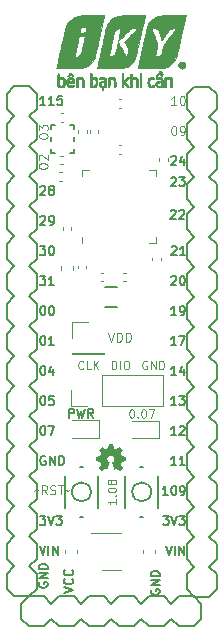
<source format=gbr>
G04 #@! TF.GenerationSoftware,KiCad,Pcbnew,(7.0.0)*
G04 #@! TF.CreationDate,2023-04-22T14:23:37+07:00*
G04 #@! TF.ProjectId,nrf52840-qfaa-breakout,6e726635-3238-4343-902d-716661612d62,rev?*
G04 #@! TF.SameCoordinates,Original*
G04 #@! TF.FileFunction,Legend,Top*
G04 #@! TF.FilePolarity,Positive*
%FSLAX46Y46*%
G04 Gerber Fmt 4.6, Leading zero omitted, Abs format (unit mm)*
G04 Created by KiCad (PCBNEW (7.0.0)) date 2023-04-22 14:23:37*
%MOMM*%
%LPD*%
G01*
G04 APERTURE LIST*
%ADD10C,0.133350*%
%ADD11C,0.100000*%
%ADD12C,0.120000*%
%ADD13C,0.203200*%
%ADD14C,0.127000*%
%ADD15C,0.010000*%
G04 APERTURE END LIST*
D10*
X142400866Y-124210561D02*
X142652750Y-124966211D01*
X142652750Y-124966211D02*
X142904633Y-124210561D01*
X143156516Y-124966211D02*
X143156516Y-124210561D01*
X143516349Y-124966211D02*
X143516349Y-124210561D01*
X143516349Y-124210561D02*
X143948149Y-124966211D01*
X143948149Y-124966211D02*
X143948149Y-124210561D01*
X142652750Y-106430561D02*
X142724716Y-106430561D01*
X142724716Y-106430561D02*
X142796683Y-106466545D01*
X142796683Y-106466545D02*
X142832666Y-106502528D01*
X142832666Y-106502528D02*
X142868650Y-106574495D01*
X142868650Y-106574495D02*
X142904633Y-106718428D01*
X142904633Y-106718428D02*
X142904633Y-106898345D01*
X142904633Y-106898345D02*
X142868650Y-107042278D01*
X142868650Y-107042278D02*
X142832666Y-107114245D01*
X142832666Y-107114245D02*
X142796683Y-107150228D01*
X142796683Y-107150228D02*
X142724716Y-107186211D01*
X142724716Y-107186211D02*
X142652750Y-107186211D01*
X142652750Y-107186211D02*
X142580783Y-107150228D01*
X142580783Y-107150228D02*
X142544800Y-107114245D01*
X142544800Y-107114245D02*
X142508816Y-107042278D01*
X142508816Y-107042278D02*
X142472833Y-106898345D01*
X142472833Y-106898345D02*
X142472833Y-106718428D01*
X142472833Y-106718428D02*
X142508816Y-106574495D01*
X142508816Y-106574495D02*
X142544800Y-106502528D01*
X142544800Y-106502528D02*
X142580783Y-106466545D01*
X142580783Y-106466545D02*
X142652750Y-106430561D01*
X143624300Y-107186211D02*
X143192500Y-107186211D01*
X143408400Y-107186211D02*
X143408400Y-106430561D01*
X143408400Y-106430561D02*
X143336433Y-106538511D01*
X143336433Y-106538511D02*
X143264467Y-106610478D01*
X143264467Y-106610478D02*
X143192500Y-106646461D01*
X142904633Y-116626545D02*
X142832666Y-116590561D01*
X142832666Y-116590561D02*
X142724716Y-116590561D01*
X142724716Y-116590561D02*
X142616766Y-116626545D01*
X142616766Y-116626545D02*
X142544800Y-116698511D01*
X142544800Y-116698511D02*
X142508816Y-116770478D01*
X142508816Y-116770478D02*
X142472833Y-116914411D01*
X142472833Y-116914411D02*
X142472833Y-117022361D01*
X142472833Y-117022361D02*
X142508816Y-117166295D01*
X142508816Y-117166295D02*
X142544800Y-117238261D01*
X142544800Y-117238261D02*
X142616766Y-117310228D01*
X142616766Y-117310228D02*
X142724716Y-117346211D01*
X142724716Y-117346211D02*
X142796683Y-117346211D01*
X142796683Y-117346211D02*
X142904633Y-117310228D01*
X142904633Y-117310228D02*
X142940616Y-117274245D01*
X142940616Y-117274245D02*
X142940616Y-117022361D01*
X142940616Y-117022361D02*
X142796683Y-117022361D01*
X143264466Y-117346211D02*
X143264466Y-116590561D01*
X143264466Y-116590561D02*
X143696266Y-117346211D01*
X143696266Y-117346211D02*
X143696266Y-116590561D01*
X144056099Y-117346211D02*
X144056099Y-116590561D01*
X144056099Y-116590561D02*
X144236016Y-116590561D01*
X144236016Y-116590561D02*
X144343966Y-116626545D01*
X144343966Y-116626545D02*
X144415933Y-116698511D01*
X144415933Y-116698511D02*
X144451916Y-116770478D01*
X144451916Y-116770478D02*
X144487899Y-116914411D01*
X144487899Y-116914411D02*
X144487899Y-117022361D01*
X144487899Y-117022361D02*
X144451916Y-117166295D01*
X144451916Y-117166295D02*
X144415933Y-117238261D01*
X144415933Y-117238261D02*
X144343966Y-117310228D01*
X144343966Y-117310228D02*
X144236016Y-117346211D01*
X144236016Y-117346211D02*
X144056099Y-117346211D01*
X153987499Y-109726211D02*
X153555699Y-109726211D01*
X153771599Y-109726211D02*
X153771599Y-108970561D01*
X153771599Y-108970561D02*
X153699632Y-109078511D01*
X153699632Y-109078511D02*
X153627666Y-109150478D01*
X153627666Y-109150478D02*
X153555699Y-109186461D01*
X154635199Y-109222445D02*
X154635199Y-109726211D01*
X154455283Y-108934578D02*
X154275366Y-109474328D01*
X154275366Y-109474328D02*
X154743149Y-109474328D01*
X144471961Y-128168033D02*
X145227611Y-127916150D01*
X145227611Y-127916150D02*
X144471961Y-127664266D01*
X145155645Y-126980583D02*
X145191628Y-127016566D01*
X145191628Y-127016566D02*
X145227611Y-127124516D01*
X145227611Y-127124516D02*
X145227611Y-127196483D01*
X145227611Y-127196483D02*
X145191628Y-127304433D01*
X145191628Y-127304433D02*
X145119661Y-127376400D01*
X145119661Y-127376400D02*
X145047695Y-127412383D01*
X145047695Y-127412383D02*
X144903761Y-127448366D01*
X144903761Y-127448366D02*
X144795811Y-127448366D01*
X144795811Y-127448366D02*
X144651878Y-127412383D01*
X144651878Y-127412383D02*
X144579911Y-127376400D01*
X144579911Y-127376400D02*
X144507945Y-127304433D01*
X144507945Y-127304433D02*
X144471961Y-127196483D01*
X144471961Y-127196483D02*
X144471961Y-127124516D01*
X144471961Y-127124516D02*
X144507945Y-127016566D01*
X144507945Y-127016566D02*
X144543928Y-126980583D01*
X145155645Y-126224933D02*
X145191628Y-126260916D01*
X145191628Y-126260916D02*
X145227611Y-126368866D01*
X145227611Y-126368866D02*
X145227611Y-126440833D01*
X145227611Y-126440833D02*
X145191628Y-126548783D01*
X145191628Y-126548783D02*
X145119661Y-126620750D01*
X145119661Y-126620750D02*
X145047695Y-126656733D01*
X145047695Y-126656733D02*
X144903761Y-126692716D01*
X144903761Y-126692716D02*
X144795811Y-126692716D01*
X144795811Y-126692716D02*
X144651878Y-126656733D01*
X144651878Y-126656733D02*
X144579911Y-126620750D01*
X144579911Y-126620750D02*
X144507945Y-126548783D01*
X144507945Y-126548783D02*
X144471961Y-126440833D01*
X144471961Y-126440833D02*
X144471961Y-126368866D01*
X144471961Y-126368866D02*
X144507945Y-126260916D01*
X144507945Y-126260916D02*
X144543928Y-126224933D01*
X142436850Y-101350561D02*
X142904633Y-101350561D01*
X142904633Y-101350561D02*
X142652750Y-101638428D01*
X142652750Y-101638428D02*
X142760700Y-101638428D01*
X142760700Y-101638428D02*
X142832666Y-101674411D01*
X142832666Y-101674411D02*
X142868650Y-101710395D01*
X142868650Y-101710395D02*
X142904633Y-101782361D01*
X142904633Y-101782361D02*
X142904633Y-101962278D01*
X142904633Y-101962278D02*
X142868650Y-102034245D01*
X142868650Y-102034245D02*
X142832666Y-102070228D01*
X142832666Y-102070228D02*
X142760700Y-102106211D01*
X142760700Y-102106211D02*
X142544800Y-102106211D01*
X142544800Y-102106211D02*
X142472833Y-102070228D01*
X142472833Y-102070228D02*
X142436850Y-102034245D01*
X143624300Y-102106211D02*
X143192500Y-102106211D01*
X143408400Y-102106211D02*
X143408400Y-101350561D01*
X143408400Y-101350561D02*
X143336433Y-101458511D01*
X143336433Y-101458511D02*
X143264467Y-101530478D01*
X143264467Y-101530478D02*
X143192500Y-101566461D01*
D11*
X146106666Y-109160500D02*
X146073333Y-109193833D01*
X146073333Y-109193833D02*
X145973333Y-109227166D01*
X145973333Y-109227166D02*
X145906666Y-109227166D01*
X145906666Y-109227166D02*
X145806666Y-109193833D01*
X145806666Y-109193833D02*
X145740000Y-109127166D01*
X145740000Y-109127166D02*
X145706666Y-109060500D01*
X145706666Y-109060500D02*
X145673333Y-108927166D01*
X145673333Y-108927166D02*
X145673333Y-108827166D01*
X145673333Y-108827166D02*
X145706666Y-108693833D01*
X145706666Y-108693833D02*
X145740000Y-108627166D01*
X145740000Y-108627166D02*
X145806666Y-108560500D01*
X145806666Y-108560500D02*
X145906666Y-108527166D01*
X145906666Y-108527166D02*
X145973333Y-108527166D01*
X145973333Y-108527166D02*
X146073333Y-108560500D01*
X146073333Y-108560500D02*
X146106666Y-108593833D01*
X146740000Y-109227166D02*
X146406666Y-109227166D01*
X146406666Y-109227166D02*
X146406666Y-108527166D01*
X146973333Y-109227166D02*
X146973333Y-108527166D01*
X147373333Y-109227166D02*
X147073333Y-108827166D01*
X147373333Y-108527166D02*
X146973333Y-108927166D01*
X148513333Y-109227166D02*
X148513333Y-108527166D01*
X148513333Y-108527166D02*
X148680000Y-108527166D01*
X148680000Y-108527166D02*
X148780000Y-108560500D01*
X148780000Y-108560500D02*
X148846667Y-108627166D01*
X148846667Y-108627166D02*
X148880000Y-108693833D01*
X148880000Y-108693833D02*
X148913333Y-108827166D01*
X148913333Y-108827166D02*
X148913333Y-108927166D01*
X148913333Y-108927166D02*
X148880000Y-109060500D01*
X148880000Y-109060500D02*
X148846667Y-109127166D01*
X148846667Y-109127166D02*
X148780000Y-109193833D01*
X148780000Y-109193833D02*
X148680000Y-109227166D01*
X148680000Y-109227166D02*
X148513333Y-109227166D01*
X149213333Y-109227166D02*
X149213333Y-108527166D01*
X149680000Y-108527166D02*
X149813333Y-108527166D01*
X149813333Y-108527166D02*
X149880000Y-108560500D01*
X149880000Y-108560500D02*
X149946666Y-108627166D01*
X149946666Y-108627166D02*
X149980000Y-108760500D01*
X149980000Y-108760500D02*
X149980000Y-108993833D01*
X149980000Y-108993833D02*
X149946666Y-109127166D01*
X149946666Y-109127166D02*
X149880000Y-109193833D01*
X149880000Y-109193833D02*
X149813333Y-109227166D01*
X149813333Y-109227166D02*
X149680000Y-109227166D01*
X149680000Y-109227166D02*
X149613333Y-109193833D01*
X149613333Y-109193833D02*
X149546666Y-109127166D01*
X149546666Y-109127166D02*
X149513333Y-108993833D01*
X149513333Y-108993833D02*
X149513333Y-108760500D01*
X149513333Y-108760500D02*
X149546666Y-108627166D01*
X149546666Y-108627166D02*
X149613333Y-108560500D01*
X149613333Y-108560500D02*
X149680000Y-108527166D01*
X151486666Y-108560500D02*
X151419999Y-108527166D01*
X151419999Y-108527166D02*
X151319999Y-108527166D01*
X151319999Y-108527166D02*
X151219999Y-108560500D01*
X151219999Y-108560500D02*
X151153333Y-108627166D01*
X151153333Y-108627166D02*
X151119999Y-108693833D01*
X151119999Y-108693833D02*
X151086666Y-108827166D01*
X151086666Y-108827166D02*
X151086666Y-108927166D01*
X151086666Y-108927166D02*
X151119999Y-109060500D01*
X151119999Y-109060500D02*
X151153333Y-109127166D01*
X151153333Y-109127166D02*
X151219999Y-109193833D01*
X151219999Y-109193833D02*
X151319999Y-109227166D01*
X151319999Y-109227166D02*
X151386666Y-109227166D01*
X151386666Y-109227166D02*
X151486666Y-109193833D01*
X151486666Y-109193833D02*
X151519999Y-109160500D01*
X151519999Y-109160500D02*
X151519999Y-108927166D01*
X151519999Y-108927166D02*
X151386666Y-108927166D01*
X151819999Y-109227166D02*
X151819999Y-108527166D01*
X151819999Y-108527166D02*
X152219999Y-109227166D01*
X152219999Y-109227166D02*
X152219999Y-108527166D01*
X152553332Y-109227166D02*
X152553332Y-108527166D01*
X152553332Y-108527166D02*
X152719999Y-108527166D01*
X152719999Y-108527166D02*
X152819999Y-108560500D01*
X152819999Y-108560500D02*
X152886666Y-108627166D01*
X152886666Y-108627166D02*
X152919999Y-108693833D01*
X152919999Y-108693833D02*
X152953332Y-108827166D01*
X152953332Y-108827166D02*
X152953332Y-108927166D01*
X152953332Y-108927166D02*
X152919999Y-109060500D01*
X152919999Y-109060500D02*
X152886666Y-109127166D01*
X152886666Y-109127166D02*
X152819999Y-109193833D01*
X152819999Y-109193833D02*
X152719999Y-109227166D01*
X152719999Y-109227166D02*
X152553332Y-109227166D01*
D10*
X142904633Y-86866211D02*
X142472833Y-86866211D01*
X142688733Y-86866211D02*
X142688733Y-86110561D01*
X142688733Y-86110561D02*
X142616766Y-86218511D01*
X142616766Y-86218511D02*
X142544800Y-86290478D01*
X142544800Y-86290478D02*
X142472833Y-86326461D01*
X143624300Y-86866211D02*
X143192500Y-86866211D01*
X143408400Y-86866211D02*
X143408400Y-86110561D01*
X143408400Y-86110561D02*
X143336433Y-86218511D01*
X143336433Y-86218511D02*
X143264467Y-86290478D01*
X143264467Y-86290478D02*
X143192500Y-86326461D01*
X144307984Y-86110561D02*
X143948150Y-86110561D01*
X143948150Y-86110561D02*
X143912167Y-86470395D01*
X143912167Y-86470395D02*
X143948150Y-86434411D01*
X143948150Y-86434411D02*
X144020117Y-86398428D01*
X144020117Y-86398428D02*
X144200034Y-86398428D01*
X144200034Y-86398428D02*
X144272000Y-86434411D01*
X144272000Y-86434411D02*
X144307984Y-86470395D01*
X144307984Y-86470395D02*
X144343967Y-86542361D01*
X144343967Y-86542361D02*
X144343967Y-86722278D01*
X144343967Y-86722278D02*
X144307984Y-86794245D01*
X144307984Y-86794245D02*
X144272000Y-86830228D01*
X144272000Y-86830228D02*
X144200034Y-86866211D01*
X144200034Y-86866211D02*
X144020117Y-86866211D01*
X144020117Y-86866211D02*
X143948150Y-86830228D01*
X143948150Y-86830228D02*
X143912167Y-86794245D01*
X153987499Y-107186211D02*
X153555699Y-107186211D01*
X153771599Y-107186211D02*
X153771599Y-106430561D01*
X153771599Y-106430561D02*
X153699632Y-106538511D01*
X153699632Y-106538511D02*
X153627666Y-106610478D01*
X153627666Y-106610478D02*
X153555699Y-106646461D01*
X154239383Y-106430561D02*
X154743149Y-106430561D01*
X154743149Y-106430561D02*
X154419299Y-107186211D01*
X152872016Y-121670561D02*
X153339799Y-121670561D01*
X153339799Y-121670561D02*
X153087916Y-121958428D01*
X153087916Y-121958428D02*
X153195866Y-121958428D01*
X153195866Y-121958428D02*
X153267832Y-121994411D01*
X153267832Y-121994411D02*
X153303816Y-122030395D01*
X153303816Y-122030395D02*
X153339799Y-122102361D01*
X153339799Y-122102361D02*
X153339799Y-122282278D01*
X153339799Y-122282278D02*
X153303816Y-122354245D01*
X153303816Y-122354245D02*
X153267832Y-122390228D01*
X153267832Y-122390228D02*
X153195866Y-122426211D01*
X153195866Y-122426211D02*
X152979966Y-122426211D01*
X152979966Y-122426211D02*
X152907999Y-122390228D01*
X152907999Y-122390228D02*
X152872016Y-122354245D01*
X153555699Y-121670561D02*
X153807583Y-122426211D01*
X153807583Y-122426211D02*
X154059466Y-121670561D01*
X154239383Y-121670561D02*
X154707166Y-121670561D01*
X154707166Y-121670561D02*
X154455283Y-121958428D01*
X154455283Y-121958428D02*
X154563233Y-121958428D01*
X154563233Y-121958428D02*
X154635199Y-121994411D01*
X154635199Y-121994411D02*
X154671183Y-122030395D01*
X154671183Y-122030395D02*
X154707166Y-122102361D01*
X154707166Y-122102361D02*
X154707166Y-122282278D01*
X154707166Y-122282278D02*
X154671183Y-122354245D01*
X154671183Y-122354245D02*
X154635199Y-122390228D01*
X154635199Y-122390228D02*
X154563233Y-122426211D01*
X154563233Y-122426211D02*
X154347333Y-122426211D01*
X154347333Y-122426211D02*
X154275366Y-122390228D01*
X154275366Y-122390228D02*
X154239383Y-122354245D01*
X142652750Y-103890561D02*
X142724716Y-103890561D01*
X142724716Y-103890561D02*
X142796683Y-103926545D01*
X142796683Y-103926545D02*
X142832666Y-103962528D01*
X142832666Y-103962528D02*
X142868650Y-104034495D01*
X142868650Y-104034495D02*
X142904633Y-104178428D01*
X142904633Y-104178428D02*
X142904633Y-104358345D01*
X142904633Y-104358345D02*
X142868650Y-104502278D01*
X142868650Y-104502278D02*
X142832666Y-104574245D01*
X142832666Y-104574245D02*
X142796683Y-104610228D01*
X142796683Y-104610228D02*
X142724716Y-104646211D01*
X142724716Y-104646211D02*
X142652750Y-104646211D01*
X142652750Y-104646211D02*
X142580783Y-104610228D01*
X142580783Y-104610228D02*
X142544800Y-104574245D01*
X142544800Y-104574245D02*
X142508816Y-104502278D01*
X142508816Y-104502278D02*
X142472833Y-104358345D01*
X142472833Y-104358345D02*
X142472833Y-104178428D01*
X142472833Y-104178428D02*
X142508816Y-104034495D01*
X142508816Y-104034495D02*
X142544800Y-103962528D01*
X142544800Y-103962528D02*
X142580783Y-103926545D01*
X142580783Y-103926545D02*
X142652750Y-103890561D01*
X143372417Y-103890561D02*
X143444383Y-103890561D01*
X143444383Y-103890561D02*
X143516350Y-103926545D01*
X143516350Y-103926545D02*
X143552333Y-103962528D01*
X143552333Y-103962528D02*
X143588317Y-104034495D01*
X143588317Y-104034495D02*
X143624300Y-104178428D01*
X143624300Y-104178428D02*
X143624300Y-104358345D01*
X143624300Y-104358345D02*
X143588317Y-104502278D01*
X143588317Y-104502278D02*
X143552333Y-104574245D01*
X143552333Y-104574245D02*
X143516350Y-104610228D01*
X143516350Y-104610228D02*
X143444383Y-104646211D01*
X143444383Y-104646211D02*
X143372417Y-104646211D01*
X143372417Y-104646211D02*
X143300450Y-104610228D01*
X143300450Y-104610228D02*
X143264467Y-104574245D01*
X143264467Y-104574245D02*
X143228483Y-104502278D01*
X143228483Y-104502278D02*
X143192500Y-104358345D01*
X143192500Y-104358345D02*
X143192500Y-104178428D01*
X143192500Y-104178428D02*
X143228483Y-104034495D01*
X143228483Y-104034495D02*
X143264467Y-103962528D01*
X143264467Y-103962528D02*
X143300450Y-103926545D01*
X143300450Y-103926545D02*
X143372417Y-103890561D01*
X142436850Y-98810561D02*
X142904633Y-98810561D01*
X142904633Y-98810561D02*
X142652750Y-99098428D01*
X142652750Y-99098428D02*
X142760700Y-99098428D01*
X142760700Y-99098428D02*
X142832666Y-99134411D01*
X142832666Y-99134411D02*
X142868650Y-99170395D01*
X142868650Y-99170395D02*
X142904633Y-99242361D01*
X142904633Y-99242361D02*
X142904633Y-99422278D01*
X142904633Y-99422278D02*
X142868650Y-99494245D01*
X142868650Y-99494245D02*
X142832666Y-99530228D01*
X142832666Y-99530228D02*
X142760700Y-99566211D01*
X142760700Y-99566211D02*
X142544800Y-99566211D01*
X142544800Y-99566211D02*
X142472833Y-99530228D01*
X142472833Y-99530228D02*
X142436850Y-99494245D01*
X143372417Y-98810561D02*
X143444383Y-98810561D01*
X143444383Y-98810561D02*
X143516350Y-98846545D01*
X143516350Y-98846545D02*
X143552333Y-98882528D01*
X143552333Y-98882528D02*
X143588317Y-98954495D01*
X143588317Y-98954495D02*
X143624300Y-99098428D01*
X143624300Y-99098428D02*
X143624300Y-99278345D01*
X143624300Y-99278345D02*
X143588317Y-99422278D01*
X143588317Y-99422278D02*
X143552333Y-99494245D01*
X143552333Y-99494245D02*
X143516350Y-99530228D01*
X143516350Y-99530228D02*
X143444383Y-99566211D01*
X143444383Y-99566211D02*
X143372417Y-99566211D01*
X143372417Y-99566211D02*
X143300450Y-99530228D01*
X143300450Y-99530228D02*
X143264467Y-99494245D01*
X143264467Y-99494245D02*
X143228483Y-99422278D01*
X143228483Y-99422278D02*
X143192500Y-99278345D01*
X143192500Y-99278345D02*
X143192500Y-99098428D01*
X143192500Y-99098428D02*
X143228483Y-98954495D01*
X143228483Y-98954495D02*
X143264467Y-98882528D01*
X143264467Y-98882528D02*
X143300450Y-98846545D01*
X143300450Y-98846545D02*
X143372417Y-98810561D01*
D11*
X150173333Y-112647666D02*
X150239999Y-112647666D01*
X150239999Y-112647666D02*
X150306666Y-112681000D01*
X150306666Y-112681000D02*
X150339999Y-112714333D01*
X150339999Y-112714333D02*
X150373333Y-112781000D01*
X150373333Y-112781000D02*
X150406666Y-112914333D01*
X150406666Y-112914333D02*
X150406666Y-113081000D01*
X150406666Y-113081000D02*
X150373333Y-113214333D01*
X150373333Y-113214333D02*
X150339999Y-113281000D01*
X150339999Y-113281000D02*
X150306666Y-113314333D01*
X150306666Y-113314333D02*
X150239999Y-113347666D01*
X150239999Y-113347666D02*
X150173333Y-113347666D01*
X150173333Y-113347666D02*
X150106666Y-113314333D01*
X150106666Y-113314333D02*
X150073333Y-113281000D01*
X150073333Y-113281000D02*
X150039999Y-113214333D01*
X150039999Y-113214333D02*
X150006666Y-113081000D01*
X150006666Y-113081000D02*
X150006666Y-112914333D01*
X150006666Y-112914333D02*
X150039999Y-112781000D01*
X150039999Y-112781000D02*
X150073333Y-112714333D01*
X150073333Y-112714333D02*
X150106666Y-112681000D01*
X150106666Y-112681000D02*
X150173333Y-112647666D01*
X150706666Y-113281000D02*
X150740000Y-113314333D01*
X150740000Y-113314333D02*
X150706666Y-113347666D01*
X150706666Y-113347666D02*
X150673333Y-113314333D01*
X150673333Y-113314333D02*
X150706666Y-113281000D01*
X150706666Y-113281000D02*
X150706666Y-113347666D01*
X151173333Y-112647666D02*
X151239999Y-112647666D01*
X151239999Y-112647666D02*
X151306666Y-112681000D01*
X151306666Y-112681000D02*
X151339999Y-112714333D01*
X151339999Y-112714333D02*
X151373333Y-112781000D01*
X151373333Y-112781000D02*
X151406666Y-112914333D01*
X151406666Y-112914333D02*
X151406666Y-113081000D01*
X151406666Y-113081000D02*
X151373333Y-113214333D01*
X151373333Y-113214333D02*
X151339999Y-113281000D01*
X151339999Y-113281000D02*
X151306666Y-113314333D01*
X151306666Y-113314333D02*
X151239999Y-113347666D01*
X151239999Y-113347666D02*
X151173333Y-113347666D01*
X151173333Y-113347666D02*
X151106666Y-113314333D01*
X151106666Y-113314333D02*
X151073333Y-113281000D01*
X151073333Y-113281000D02*
X151039999Y-113214333D01*
X151039999Y-113214333D02*
X151006666Y-113081000D01*
X151006666Y-113081000D02*
X151006666Y-112914333D01*
X151006666Y-112914333D02*
X151039999Y-112781000D01*
X151039999Y-112781000D02*
X151073333Y-112714333D01*
X151073333Y-112714333D02*
X151106666Y-112681000D01*
X151106666Y-112681000D02*
X151173333Y-112647666D01*
X151640000Y-112647666D02*
X152106666Y-112647666D01*
X152106666Y-112647666D02*
X151806666Y-113347666D01*
X148887666Y-120253333D02*
X148887666Y-120653333D01*
X148887666Y-120453333D02*
X148187666Y-120453333D01*
X148187666Y-120453333D02*
X148287666Y-120520000D01*
X148287666Y-120520000D02*
X148354333Y-120586667D01*
X148354333Y-120586667D02*
X148387666Y-120653333D01*
X148821000Y-119953333D02*
X148854333Y-119920000D01*
X148854333Y-119920000D02*
X148887666Y-119953333D01*
X148887666Y-119953333D02*
X148854333Y-119986666D01*
X148854333Y-119986666D02*
X148821000Y-119953333D01*
X148821000Y-119953333D02*
X148887666Y-119953333D01*
X148187666Y-119486667D02*
X148187666Y-119420000D01*
X148187666Y-119420000D02*
X148221000Y-119353333D01*
X148221000Y-119353333D02*
X148254333Y-119320000D01*
X148254333Y-119320000D02*
X148321000Y-119286667D01*
X148321000Y-119286667D02*
X148454333Y-119253333D01*
X148454333Y-119253333D02*
X148621000Y-119253333D01*
X148621000Y-119253333D02*
X148754333Y-119286667D01*
X148754333Y-119286667D02*
X148821000Y-119320000D01*
X148821000Y-119320000D02*
X148854333Y-119353333D01*
X148854333Y-119353333D02*
X148887666Y-119420000D01*
X148887666Y-119420000D02*
X148887666Y-119486667D01*
X148887666Y-119486667D02*
X148854333Y-119553333D01*
X148854333Y-119553333D02*
X148821000Y-119586667D01*
X148821000Y-119586667D02*
X148754333Y-119620000D01*
X148754333Y-119620000D02*
X148621000Y-119653333D01*
X148621000Y-119653333D02*
X148454333Y-119653333D01*
X148454333Y-119653333D02*
X148321000Y-119620000D01*
X148321000Y-119620000D02*
X148254333Y-119586667D01*
X148254333Y-119586667D02*
X148221000Y-119553333D01*
X148221000Y-119553333D02*
X148187666Y-119486667D01*
X148487666Y-118853333D02*
X148454333Y-118920000D01*
X148454333Y-118920000D02*
X148421000Y-118953333D01*
X148421000Y-118953333D02*
X148354333Y-118986666D01*
X148354333Y-118986666D02*
X148321000Y-118986666D01*
X148321000Y-118986666D02*
X148254333Y-118953333D01*
X148254333Y-118953333D02*
X148221000Y-118920000D01*
X148221000Y-118920000D02*
X148187666Y-118853333D01*
X148187666Y-118853333D02*
X148187666Y-118720000D01*
X148187666Y-118720000D02*
X148221000Y-118653333D01*
X148221000Y-118653333D02*
X148254333Y-118620000D01*
X148254333Y-118620000D02*
X148321000Y-118586666D01*
X148321000Y-118586666D02*
X148354333Y-118586666D01*
X148354333Y-118586666D02*
X148421000Y-118620000D01*
X148421000Y-118620000D02*
X148454333Y-118653333D01*
X148454333Y-118653333D02*
X148487666Y-118720000D01*
X148487666Y-118720000D02*
X148487666Y-118853333D01*
X148487666Y-118853333D02*
X148521000Y-118920000D01*
X148521000Y-118920000D02*
X148554333Y-118953333D01*
X148554333Y-118953333D02*
X148621000Y-118986666D01*
X148621000Y-118986666D02*
X148754333Y-118986666D01*
X148754333Y-118986666D02*
X148821000Y-118953333D01*
X148821000Y-118953333D02*
X148854333Y-118920000D01*
X148854333Y-118920000D02*
X148887666Y-118853333D01*
X148887666Y-118853333D02*
X148887666Y-118720000D01*
X148887666Y-118720000D02*
X148854333Y-118653333D01*
X148854333Y-118653333D02*
X148821000Y-118620000D01*
X148821000Y-118620000D02*
X148754333Y-118586666D01*
X148754333Y-118586666D02*
X148621000Y-118586666D01*
X148621000Y-118586666D02*
X148554333Y-118620000D01*
X148554333Y-118620000D02*
X148521000Y-118653333D01*
X148521000Y-118653333D02*
X148487666Y-118720000D01*
D10*
X144885166Y-113335556D02*
X144885166Y-112579906D01*
X144885166Y-112579906D02*
X145173033Y-112579906D01*
X145173033Y-112579906D02*
X145245000Y-112615890D01*
X145245000Y-112615890D02*
X145280983Y-112651873D01*
X145280983Y-112651873D02*
X145316966Y-112723840D01*
X145316966Y-112723840D02*
X145316966Y-112831790D01*
X145316966Y-112831790D02*
X145280983Y-112903756D01*
X145280983Y-112903756D02*
X145245000Y-112939740D01*
X145245000Y-112939740D02*
X145173033Y-112975723D01*
X145173033Y-112975723D02*
X144885166Y-112975723D01*
X145568850Y-112579906D02*
X145748766Y-113335556D01*
X145748766Y-113335556D02*
X145892700Y-112795806D01*
X145892700Y-112795806D02*
X146036633Y-113335556D01*
X146036633Y-113335556D02*
X146216550Y-112579906D01*
X146936216Y-113335556D02*
X146684333Y-112975723D01*
X146504416Y-113335556D02*
X146504416Y-112579906D01*
X146504416Y-112579906D02*
X146792283Y-112579906D01*
X146792283Y-112579906D02*
X146864250Y-112615890D01*
X146864250Y-112615890D02*
X146900233Y-112651873D01*
X146900233Y-112651873D02*
X146936216Y-112723840D01*
X146936216Y-112723840D02*
X146936216Y-112831790D01*
X146936216Y-112831790D02*
X146900233Y-112903756D01*
X146900233Y-112903756D02*
X146864250Y-112939740D01*
X146864250Y-112939740D02*
X146792283Y-112975723D01*
X146792283Y-112975723D02*
X146504416Y-112975723D01*
D11*
X153735616Y-88650561D02*
X153807582Y-88650561D01*
X153807582Y-88650561D02*
X153879549Y-88686545D01*
X153879549Y-88686545D02*
X153915532Y-88722528D01*
X153915532Y-88722528D02*
X153951516Y-88794495D01*
X153951516Y-88794495D02*
X153987499Y-88938428D01*
X153987499Y-88938428D02*
X153987499Y-89118345D01*
X153987499Y-89118345D02*
X153951516Y-89262278D01*
X153951516Y-89262278D02*
X153915532Y-89334245D01*
X153915532Y-89334245D02*
X153879549Y-89370228D01*
X153879549Y-89370228D02*
X153807582Y-89406211D01*
X153807582Y-89406211D02*
X153735616Y-89406211D01*
X153735616Y-89406211D02*
X153663649Y-89370228D01*
X153663649Y-89370228D02*
X153627666Y-89334245D01*
X153627666Y-89334245D02*
X153591682Y-89262278D01*
X153591682Y-89262278D02*
X153555699Y-89118345D01*
X153555699Y-89118345D02*
X153555699Y-88938428D01*
X153555699Y-88938428D02*
X153591682Y-88794495D01*
X153591682Y-88794495D02*
X153627666Y-88722528D01*
X153627666Y-88722528D02*
X153663649Y-88686545D01*
X153663649Y-88686545D02*
X153735616Y-88650561D01*
X154347333Y-89406211D02*
X154491266Y-89406211D01*
X154491266Y-89406211D02*
X154563233Y-89370228D01*
X154563233Y-89370228D02*
X154599216Y-89334245D01*
X154599216Y-89334245D02*
X154671183Y-89226295D01*
X154671183Y-89226295D02*
X154707166Y-89082361D01*
X154707166Y-89082361D02*
X154707166Y-88794495D01*
X154707166Y-88794495D02*
X154671183Y-88722528D01*
X154671183Y-88722528D02*
X154635199Y-88686545D01*
X154635199Y-88686545D02*
X154563233Y-88650561D01*
X154563233Y-88650561D02*
X154419299Y-88650561D01*
X154419299Y-88650561D02*
X154347333Y-88686545D01*
X154347333Y-88686545D02*
X154311349Y-88722528D01*
X154311349Y-88722528D02*
X154275366Y-88794495D01*
X154275366Y-88794495D02*
X154275366Y-88974411D01*
X154275366Y-88974411D02*
X154311349Y-89046378D01*
X154311349Y-89046378D02*
X154347333Y-89082361D01*
X154347333Y-89082361D02*
X154419299Y-89118345D01*
X154419299Y-89118345D02*
X154563233Y-89118345D01*
X154563233Y-89118345D02*
X154635199Y-89082361D01*
X154635199Y-89082361D02*
X154671183Y-89046378D01*
X154671183Y-89046378D02*
X154707166Y-88974411D01*
D10*
X142356745Y-127287866D02*
X142320761Y-127359833D01*
X142320761Y-127359833D02*
X142320761Y-127467783D01*
X142320761Y-127467783D02*
X142356745Y-127575733D01*
X142356745Y-127575733D02*
X142428711Y-127647700D01*
X142428711Y-127647700D02*
X142500678Y-127683683D01*
X142500678Y-127683683D02*
X142644611Y-127719666D01*
X142644611Y-127719666D02*
X142752561Y-127719666D01*
X142752561Y-127719666D02*
X142896495Y-127683683D01*
X142896495Y-127683683D02*
X142968461Y-127647700D01*
X142968461Y-127647700D02*
X143040428Y-127575733D01*
X143040428Y-127575733D02*
X143076411Y-127467783D01*
X143076411Y-127467783D02*
X143076411Y-127395816D01*
X143076411Y-127395816D02*
X143040428Y-127287866D01*
X143040428Y-127287866D02*
X143004445Y-127251883D01*
X143004445Y-127251883D02*
X142752561Y-127251883D01*
X142752561Y-127251883D02*
X142752561Y-127395816D01*
X143076411Y-126928033D02*
X142320761Y-126928033D01*
X142320761Y-126928033D02*
X143076411Y-126496233D01*
X143076411Y-126496233D02*
X142320761Y-126496233D01*
X143076411Y-126136400D02*
X142320761Y-126136400D01*
X142320761Y-126136400D02*
X142320761Y-125956483D01*
X142320761Y-125956483D02*
X142356745Y-125848533D01*
X142356745Y-125848533D02*
X142428711Y-125776567D01*
X142428711Y-125776567D02*
X142500678Y-125740583D01*
X142500678Y-125740583D02*
X142644611Y-125704600D01*
X142644611Y-125704600D02*
X142752561Y-125704600D01*
X142752561Y-125704600D02*
X142896495Y-125740583D01*
X142896495Y-125740583D02*
X142968461Y-125776567D01*
X142968461Y-125776567D02*
X143040428Y-125848533D01*
X143040428Y-125848533D02*
X143076411Y-125956483D01*
X143076411Y-125956483D02*
X143076411Y-126136400D01*
X153514599Y-95803928D02*
X153550582Y-95767945D01*
X153550582Y-95767945D02*
X153622549Y-95731961D01*
X153622549Y-95731961D02*
X153802466Y-95731961D01*
X153802466Y-95731961D02*
X153874432Y-95767945D01*
X153874432Y-95767945D02*
X153910416Y-95803928D01*
X153910416Y-95803928D02*
X153946399Y-95875895D01*
X153946399Y-95875895D02*
X153946399Y-95947861D01*
X153946399Y-95947861D02*
X153910416Y-96055811D01*
X153910416Y-96055811D02*
X153478616Y-96487611D01*
X153478616Y-96487611D02*
X153946399Y-96487611D01*
X154234266Y-95803928D02*
X154270249Y-95767945D01*
X154270249Y-95767945D02*
X154342216Y-95731961D01*
X154342216Y-95731961D02*
X154522133Y-95731961D01*
X154522133Y-95731961D02*
X154594099Y-95767945D01*
X154594099Y-95767945D02*
X154630083Y-95803928D01*
X154630083Y-95803928D02*
X154666066Y-95875895D01*
X154666066Y-95875895D02*
X154666066Y-95947861D01*
X154666066Y-95947861D02*
X154630083Y-96055811D01*
X154630083Y-96055811D02*
X154198283Y-96487611D01*
X154198283Y-96487611D02*
X154666066Y-96487611D01*
X142652750Y-111510561D02*
X142724716Y-111510561D01*
X142724716Y-111510561D02*
X142796683Y-111546545D01*
X142796683Y-111546545D02*
X142832666Y-111582528D01*
X142832666Y-111582528D02*
X142868650Y-111654495D01*
X142868650Y-111654495D02*
X142904633Y-111798428D01*
X142904633Y-111798428D02*
X142904633Y-111978345D01*
X142904633Y-111978345D02*
X142868650Y-112122278D01*
X142868650Y-112122278D02*
X142832666Y-112194245D01*
X142832666Y-112194245D02*
X142796683Y-112230228D01*
X142796683Y-112230228D02*
X142724716Y-112266211D01*
X142724716Y-112266211D02*
X142652750Y-112266211D01*
X142652750Y-112266211D02*
X142580783Y-112230228D01*
X142580783Y-112230228D02*
X142544800Y-112194245D01*
X142544800Y-112194245D02*
X142508816Y-112122278D01*
X142508816Y-112122278D02*
X142472833Y-111978345D01*
X142472833Y-111978345D02*
X142472833Y-111798428D01*
X142472833Y-111798428D02*
X142508816Y-111654495D01*
X142508816Y-111654495D02*
X142544800Y-111582528D01*
X142544800Y-111582528D02*
X142580783Y-111546545D01*
X142580783Y-111546545D02*
X142652750Y-111510561D01*
X143588317Y-111510561D02*
X143228483Y-111510561D01*
X143228483Y-111510561D02*
X143192500Y-111870395D01*
X143192500Y-111870395D02*
X143228483Y-111834411D01*
X143228483Y-111834411D02*
X143300450Y-111798428D01*
X143300450Y-111798428D02*
X143480367Y-111798428D01*
X143480367Y-111798428D02*
X143552333Y-111834411D01*
X143552333Y-111834411D02*
X143588317Y-111870395D01*
X143588317Y-111870395D02*
X143624300Y-111942361D01*
X143624300Y-111942361D02*
X143624300Y-112122278D01*
X143624300Y-112122278D02*
X143588317Y-112194245D01*
X143588317Y-112194245D02*
X143552333Y-112230228D01*
X143552333Y-112230228D02*
X143480367Y-112266211D01*
X143480367Y-112266211D02*
X143300450Y-112266211D01*
X143300450Y-112266211D02*
X143228483Y-112230228D01*
X143228483Y-112230228D02*
X143192500Y-112194245D01*
D11*
X142354016Y-89525817D02*
X142354016Y-89453850D01*
X142354016Y-89453850D02*
X142390000Y-89381883D01*
X142390000Y-89381883D02*
X142425983Y-89345900D01*
X142425983Y-89345900D02*
X142497950Y-89309917D01*
X142497950Y-89309917D02*
X142641883Y-89273933D01*
X142641883Y-89273933D02*
X142821800Y-89273933D01*
X142821800Y-89273933D02*
X142965733Y-89309917D01*
X142965733Y-89309917D02*
X143037700Y-89345900D01*
X143037700Y-89345900D02*
X143073683Y-89381883D01*
X143073683Y-89381883D02*
X143109666Y-89453850D01*
X143109666Y-89453850D02*
X143109666Y-89525817D01*
X143109666Y-89525817D02*
X143073683Y-89597783D01*
X143073683Y-89597783D02*
X143037700Y-89633767D01*
X143037700Y-89633767D02*
X142965733Y-89669750D01*
X142965733Y-89669750D02*
X142821800Y-89705733D01*
X142821800Y-89705733D02*
X142641883Y-89705733D01*
X142641883Y-89705733D02*
X142497950Y-89669750D01*
X142497950Y-89669750D02*
X142425983Y-89633767D01*
X142425983Y-89633767D02*
X142390000Y-89597783D01*
X142390000Y-89597783D02*
X142354016Y-89525817D01*
X142354016Y-89022050D02*
X142354016Y-88554266D01*
X142354016Y-88554266D02*
X142641883Y-88806150D01*
X142641883Y-88806150D02*
X142641883Y-88698200D01*
X142641883Y-88698200D02*
X142677866Y-88626233D01*
X142677866Y-88626233D02*
X142713850Y-88590250D01*
X142713850Y-88590250D02*
X142785816Y-88554266D01*
X142785816Y-88554266D02*
X142965733Y-88554266D01*
X142965733Y-88554266D02*
X143037700Y-88590250D01*
X143037700Y-88590250D02*
X143073683Y-88626233D01*
X143073683Y-88626233D02*
X143109666Y-88698200D01*
X143109666Y-88698200D02*
X143109666Y-88914100D01*
X143109666Y-88914100D02*
X143073683Y-88986066D01*
X143073683Y-88986066D02*
X143037700Y-89022050D01*
D10*
X153123900Y-124210561D02*
X153375784Y-124966211D01*
X153375784Y-124966211D02*
X153627667Y-124210561D01*
X153879550Y-124966211D02*
X153879550Y-124210561D01*
X154239383Y-124966211D02*
X154239383Y-124210561D01*
X154239383Y-124210561D02*
X154671183Y-124966211D01*
X154671183Y-124966211D02*
X154671183Y-124210561D01*
X153267832Y-119886211D02*
X152836032Y-119886211D01*
X153051932Y-119886211D02*
X153051932Y-119130561D01*
X153051932Y-119130561D02*
X152979965Y-119238511D01*
X152979965Y-119238511D02*
X152907999Y-119310478D01*
X152907999Y-119310478D02*
X152836032Y-119346461D01*
X153735616Y-119130561D02*
X153807582Y-119130561D01*
X153807582Y-119130561D02*
X153879549Y-119166545D01*
X153879549Y-119166545D02*
X153915532Y-119202528D01*
X153915532Y-119202528D02*
X153951516Y-119274495D01*
X153951516Y-119274495D02*
X153987499Y-119418428D01*
X153987499Y-119418428D02*
X153987499Y-119598345D01*
X153987499Y-119598345D02*
X153951516Y-119742278D01*
X153951516Y-119742278D02*
X153915532Y-119814245D01*
X153915532Y-119814245D02*
X153879549Y-119850228D01*
X153879549Y-119850228D02*
X153807582Y-119886211D01*
X153807582Y-119886211D02*
X153735616Y-119886211D01*
X153735616Y-119886211D02*
X153663649Y-119850228D01*
X153663649Y-119850228D02*
X153627666Y-119814245D01*
X153627666Y-119814245D02*
X153591682Y-119742278D01*
X153591682Y-119742278D02*
X153555699Y-119598345D01*
X153555699Y-119598345D02*
X153555699Y-119418428D01*
X153555699Y-119418428D02*
X153591682Y-119274495D01*
X153591682Y-119274495D02*
X153627666Y-119202528D01*
X153627666Y-119202528D02*
X153663649Y-119166545D01*
X153663649Y-119166545D02*
X153735616Y-119130561D01*
X154347333Y-119886211D02*
X154491266Y-119886211D01*
X154491266Y-119886211D02*
X154563233Y-119850228D01*
X154563233Y-119850228D02*
X154599216Y-119814245D01*
X154599216Y-119814245D02*
X154671183Y-119706295D01*
X154671183Y-119706295D02*
X154707166Y-119562361D01*
X154707166Y-119562361D02*
X154707166Y-119274495D01*
X154707166Y-119274495D02*
X154671183Y-119202528D01*
X154671183Y-119202528D02*
X154635199Y-119166545D01*
X154635199Y-119166545D02*
X154563233Y-119130561D01*
X154563233Y-119130561D02*
X154419299Y-119130561D01*
X154419299Y-119130561D02*
X154347333Y-119166545D01*
X154347333Y-119166545D02*
X154311349Y-119202528D01*
X154311349Y-119202528D02*
X154275366Y-119274495D01*
X154275366Y-119274495D02*
X154275366Y-119454411D01*
X154275366Y-119454411D02*
X154311349Y-119526378D01*
X154311349Y-119526378D02*
X154347333Y-119562361D01*
X154347333Y-119562361D02*
X154419299Y-119598345D01*
X154419299Y-119598345D02*
X154563233Y-119598345D01*
X154563233Y-119598345D02*
X154635199Y-119562361D01*
X154635199Y-119562361D02*
X154671183Y-119526378D01*
X154671183Y-119526378D02*
X154707166Y-119454411D01*
X153987499Y-104646211D02*
X153555699Y-104646211D01*
X153771599Y-104646211D02*
X153771599Y-103890561D01*
X153771599Y-103890561D02*
X153699632Y-103998511D01*
X153699632Y-103998511D02*
X153627666Y-104070478D01*
X153627666Y-104070478D02*
X153555699Y-104106461D01*
X154347333Y-104646211D02*
X154491266Y-104646211D01*
X154491266Y-104646211D02*
X154563233Y-104610228D01*
X154563233Y-104610228D02*
X154599216Y-104574245D01*
X154599216Y-104574245D02*
X154671183Y-104466295D01*
X154671183Y-104466295D02*
X154707166Y-104322361D01*
X154707166Y-104322361D02*
X154707166Y-104034495D01*
X154707166Y-104034495D02*
X154671183Y-103962528D01*
X154671183Y-103962528D02*
X154635199Y-103926545D01*
X154635199Y-103926545D02*
X154563233Y-103890561D01*
X154563233Y-103890561D02*
X154419299Y-103890561D01*
X154419299Y-103890561D02*
X154347333Y-103926545D01*
X154347333Y-103926545D02*
X154311349Y-103962528D01*
X154311349Y-103962528D02*
X154275366Y-104034495D01*
X154275366Y-104034495D02*
X154275366Y-104214411D01*
X154275366Y-104214411D02*
X154311349Y-104286378D01*
X154311349Y-104286378D02*
X154347333Y-104322361D01*
X154347333Y-104322361D02*
X154419299Y-104358345D01*
X154419299Y-104358345D02*
X154563233Y-104358345D01*
X154563233Y-104358345D02*
X154635199Y-104322361D01*
X154635199Y-104322361D02*
X154671183Y-104286378D01*
X154671183Y-104286378D02*
X154707166Y-104214411D01*
X142472833Y-96342528D02*
X142508816Y-96306545D01*
X142508816Y-96306545D02*
X142580783Y-96270561D01*
X142580783Y-96270561D02*
X142760700Y-96270561D01*
X142760700Y-96270561D02*
X142832666Y-96306545D01*
X142832666Y-96306545D02*
X142868650Y-96342528D01*
X142868650Y-96342528D02*
X142904633Y-96414495D01*
X142904633Y-96414495D02*
X142904633Y-96486461D01*
X142904633Y-96486461D02*
X142868650Y-96594411D01*
X142868650Y-96594411D02*
X142436850Y-97026211D01*
X142436850Y-97026211D02*
X142904633Y-97026211D01*
X143264467Y-97026211D02*
X143408400Y-97026211D01*
X143408400Y-97026211D02*
X143480367Y-96990228D01*
X143480367Y-96990228D02*
X143516350Y-96954245D01*
X143516350Y-96954245D02*
X143588317Y-96846295D01*
X143588317Y-96846295D02*
X143624300Y-96702361D01*
X143624300Y-96702361D02*
X143624300Y-96414495D01*
X143624300Y-96414495D02*
X143588317Y-96342528D01*
X143588317Y-96342528D02*
X143552333Y-96306545D01*
X143552333Y-96306545D02*
X143480367Y-96270561D01*
X143480367Y-96270561D02*
X143336433Y-96270561D01*
X143336433Y-96270561D02*
X143264467Y-96306545D01*
X143264467Y-96306545D02*
X143228483Y-96342528D01*
X143228483Y-96342528D02*
X143192500Y-96414495D01*
X143192500Y-96414495D02*
X143192500Y-96594411D01*
X143192500Y-96594411D02*
X143228483Y-96666378D01*
X143228483Y-96666378D02*
X143264467Y-96702361D01*
X143264467Y-96702361D02*
X143336433Y-96738345D01*
X143336433Y-96738345D02*
X143480367Y-96738345D01*
X143480367Y-96738345D02*
X143552333Y-96702361D01*
X143552333Y-96702361D02*
X143588317Y-96666378D01*
X143588317Y-96666378D02*
X143624300Y-96594411D01*
D11*
X141951966Y-119539745D02*
X141987950Y-119503761D01*
X141987950Y-119503761D02*
X142059916Y-119467778D01*
X142059916Y-119467778D02*
X142203850Y-119539745D01*
X142203850Y-119539745D02*
X142275816Y-119503761D01*
X142275816Y-119503761D02*
X142311800Y-119467778D01*
X143031466Y-119827611D02*
X142779583Y-119467778D01*
X142599666Y-119827611D02*
X142599666Y-119071961D01*
X142599666Y-119071961D02*
X142887533Y-119071961D01*
X142887533Y-119071961D02*
X142959500Y-119107945D01*
X142959500Y-119107945D02*
X142995483Y-119143928D01*
X142995483Y-119143928D02*
X143031466Y-119215895D01*
X143031466Y-119215895D02*
X143031466Y-119323845D01*
X143031466Y-119323845D02*
X142995483Y-119395811D01*
X142995483Y-119395811D02*
X142959500Y-119431795D01*
X142959500Y-119431795D02*
X142887533Y-119467778D01*
X142887533Y-119467778D02*
X142599666Y-119467778D01*
X143319333Y-119791628D02*
X143427283Y-119827611D01*
X143427283Y-119827611D02*
X143607200Y-119827611D01*
X143607200Y-119827611D02*
X143679166Y-119791628D01*
X143679166Y-119791628D02*
X143715150Y-119755645D01*
X143715150Y-119755645D02*
X143751133Y-119683678D01*
X143751133Y-119683678D02*
X143751133Y-119611711D01*
X143751133Y-119611711D02*
X143715150Y-119539745D01*
X143715150Y-119539745D02*
X143679166Y-119503761D01*
X143679166Y-119503761D02*
X143607200Y-119467778D01*
X143607200Y-119467778D02*
X143463266Y-119431795D01*
X143463266Y-119431795D02*
X143391300Y-119395811D01*
X143391300Y-119395811D02*
X143355316Y-119359828D01*
X143355316Y-119359828D02*
X143319333Y-119287861D01*
X143319333Y-119287861D02*
X143319333Y-119215895D01*
X143319333Y-119215895D02*
X143355316Y-119143928D01*
X143355316Y-119143928D02*
X143391300Y-119107945D01*
X143391300Y-119107945D02*
X143463266Y-119071961D01*
X143463266Y-119071961D02*
X143643183Y-119071961D01*
X143643183Y-119071961D02*
X143751133Y-119107945D01*
X143967033Y-119071961D02*
X144398833Y-119071961D01*
X144182933Y-119827611D02*
X144182933Y-119071961D01*
X144542766Y-119539745D02*
X144578750Y-119503761D01*
X144578750Y-119503761D02*
X144650716Y-119467778D01*
X144650716Y-119467778D02*
X144794650Y-119539745D01*
X144794650Y-119539745D02*
X144866616Y-119503761D01*
X144866616Y-119503761D02*
X144902600Y-119467778D01*
D10*
X153541599Y-93043928D02*
X153577582Y-93007945D01*
X153577582Y-93007945D02*
X153649549Y-92971961D01*
X153649549Y-92971961D02*
X153829466Y-92971961D01*
X153829466Y-92971961D02*
X153901432Y-93007945D01*
X153901432Y-93007945D02*
X153937416Y-93043928D01*
X153937416Y-93043928D02*
X153973399Y-93115895D01*
X153973399Y-93115895D02*
X153973399Y-93187861D01*
X153973399Y-93187861D02*
X153937416Y-93295811D01*
X153937416Y-93295811D02*
X153505616Y-93727611D01*
X153505616Y-93727611D02*
X153973399Y-93727611D01*
X154225283Y-92971961D02*
X154693066Y-92971961D01*
X154693066Y-92971961D02*
X154441183Y-93259828D01*
X154441183Y-93259828D02*
X154549133Y-93259828D01*
X154549133Y-93259828D02*
X154621099Y-93295811D01*
X154621099Y-93295811D02*
X154657083Y-93331795D01*
X154657083Y-93331795D02*
X154693066Y-93403761D01*
X154693066Y-93403761D02*
X154693066Y-93583678D01*
X154693066Y-93583678D02*
X154657083Y-93655645D01*
X154657083Y-93655645D02*
X154621099Y-93691628D01*
X154621099Y-93691628D02*
X154549133Y-93727611D01*
X154549133Y-93727611D02*
X154333233Y-93727611D01*
X154333233Y-93727611D02*
X154261266Y-93691628D01*
X154261266Y-93691628D02*
X154225283Y-93655645D01*
X142652750Y-108970561D02*
X142724716Y-108970561D01*
X142724716Y-108970561D02*
X142796683Y-109006545D01*
X142796683Y-109006545D02*
X142832666Y-109042528D01*
X142832666Y-109042528D02*
X142868650Y-109114495D01*
X142868650Y-109114495D02*
X142904633Y-109258428D01*
X142904633Y-109258428D02*
X142904633Y-109438345D01*
X142904633Y-109438345D02*
X142868650Y-109582278D01*
X142868650Y-109582278D02*
X142832666Y-109654245D01*
X142832666Y-109654245D02*
X142796683Y-109690228D01*
X142796683Y-109690228D02*
X142724716Y-109726211D01*
X142724716Y-109726211D02*
X142652750Y-109726211D01*
X142652750Y-109726211D02*
X142580783Y-109690228D01*
X142580783Y-109690228D02*
X142544800Y-109654245D01*
X142544800Y-109654245D02*
X142508816Y-109582278D01*
X142508816Y-109582278D02*
X142472833Y-109438345D01*
X142472833Y-109438345D02*
X142472833Y-109258428D01*
X142472833Y-109258428D02*
X142508816Y-109114495D01*
X142508816Y-109114495D02*
X142544800Y-109042528D01*
X142544800Y-109042528D02*
X142580783Y-109006545D01*
X142580783Y-109006545D02*
X142652750Y-108970561D01*
X143552333Y-109222445D02*
X143552333Y-109726211D01*
X143372417Y-108934578D02*
X143192500Y-109474328D01*
X143192500Y-109474328D02*
X143660283Y-109474328D01*
D11*
X153987499Y-86866211D02*
X153555699Y-86866211D01*
X153771599Y-86866211D02*
X153771599Y-86110561D01*
X153771599Y-86110561D02*
X153699632Y-86218511D01*
X153699632Y-86218511D02*
X153627666Y-86290478D01*
X153627666Y-86290478D02*
X153555699Y-86326461D01*
X154455283Y-86110561D02*
X154527249Y-86110561D01*
X154527249Y-86110561D02*
X154599216Y-86146545D01*
X154599216Y-86146545D02*
X154635199Y-86182528D01*
X154635199Y-86182528D02*
X154671183Y-86254495D01*
X154671183Y-86254495D02*
X154707166Y-86398428D01*
X154707166Y-86398428D02*
X154707166Y-86578345D01*
X154707166Y-86578345D02*
X154671183Y-86722278D01*
X154671183Y-86722278D02*
X154635199Y-86794245D01*
X154635199Y-86794245D02*
X154599216Y-86830228D01*
X154599216Y-86830228D02*
X154527249Y-86866211D01*
X154527249Y-86866211D02*
X154455283Y-86866211D01*
X154455283Y-86866211D02*
X154383316Y-86830228D01*
X154383316Y-86830228D02*
X154347333Y-86794245D01*
X154347333Y-86794245D02*
X154311349Y-86722278D01*
X154311349Y-86722278D02*
X154275366Y-86578345D01*
X154275366Y-86578345D02*
X154275366Y-86398428D01*
X154275366Y-86398428D02*
X154311349Y-86254495D01*
X154311349Y-86254495D02*
X154347333Y-86182528D01*
X154347333Y-86182528D02*
X154383316Y-86146545D01*
X154383316Y-86146545D02*
X154455283Y-86110561D01*
D10*
X151847945Y-127904266D02*
X151811961Y-127976233D01*
X151811961Y-127976233D02*
X151811961Y-128084183D01*
X151811961Y-128084183D02*
X151847945Y-128192133D01*
X151847945Y-128192133D02*
X151919911Y-128264100D01*
X151919911Y-128264100D02*
X151991878Y-128300083D01*
X151991878Y-128300083D02*
X152135811Y-128336066D01*
X152135811Y-128336066D02*
X152243761Y-128336066D01*
X152243761Y-128336066D02*
X152387695Y-128300083D01*
X152387695Y-128300083D02*
X152459661Y-128264100D01*
X152459661Y-128264100D02*
X152531628Y-128192133D01*
X152531628Y-128192133D02*
X152567611Y-128084183D01*
X152567611Y-128084183D02*
X152567611Y-128012216D01*
X152567611Y-128012216D02*
X152531628Y-127904266D01*
X152531628Y-127904266D02*
X152495645Y-127868283D01*
X152495645Y-127868283D02*
X152243761Y-127868283D01*
X152243761Y-127868283D02*
X152243761Y-128012216D01*
X152567611Y-127544433D02*
X151811961Y-127544433D01*
X151811961Y-127544433D02*
X152567611Y-127112633D01*
X152567611Y-127112633D02*
X151811961Y-127112633D01*
X152567611Y-126752800D02*
X151811961Y-126752800D01*
X151811961Y-126752800D02*
X151811961Y-126572883D01*
X151811961Y-126572883D02*
X151847945Y-126464933D01*
X151847945Y-126464933D02*
X151919911Y-126392967D01*
X151919911Y-126392967D02*
X151991878Y-126356983D01*
X151991878Y-126356983D02*
X152135811Y-126321000D01*
X152135811Y-126321000D02*
X152243761Y-126321000D01*
X152243761Y-126321000D02*
X152387695Y-126356983D01*
X152387695Y-126356983D02*
X152459661Y-126392967D01*
X152459661Y-126392967D02*
X152531628Y-126464933D01*
X152531628Y-126464933D02*
X152567611Y-126572883D01*
X152567611Y-126572883D02*
X152567611Y-126752800D01*
D11*
X142324016Y-92064417D02*
X142324016Y-91992450D01*
X142324016Y-91992450D02*
X142360000Y-91920483D01*
X142360000Y-91920483D02*
X142395983Y-91884500D01*
X142395983Y-91884500D02*
X142467950Y-91848517D01*
X142467950Y-91848517D02*
X142611883Y-91812533D01*
X142611883Y-91812533D02*
X142791800Y-91812533D01*
X142791800Y-91812533D02*
X142935733Y-91848517D01*
X142935733Y-91848517D02*
X143007700Y-91884500D01*
X143007700Y-91884500D02*
X143043683Y-91920483D01*
X143043683Y-91920483D02*
X143079666Y-91992450D01*
X143079666Y-91992450D02*
X143079666Y-92064417D01*
X143079666Y-92064417D02*
X143043683Y-92136383D01*
X143043683Y-92136383D02*
X143007700Y-92172367D01*
X143007700Y-92172367D02*
X142935733Y-92208350D01*
X142935733Y-92208350D02*
X142791800Y-92244333D01*
X142791800Y-92244333D02*
X142611883Y-92244333D01*
X142611883Y-92244333D02*
X142467950Y-92208350D01*
X142467950Y-92208350D02*
X142395983Y-92172367D01*
X142395983Y-92172367D02*
X142360000Y-92136383D01*
X142360000Y-92136383D02*
X142324016Y-92064417D01*
X142395983Y-91524666D02*
X142360000Y-91488683D01*
X142360000Y-91488683D02*
X142324016Y-91416716D01*
X142324016Y-91416716D02*
X142324016Y-91236800D01*
X142324016Y-91236800D02*
X142360000Y-91164833D01*
X142360000Y-91164833D02*
X142395983Y-91128850D01*
X142395983Y-91128850D02*
X142467950Y-91092866D01*
X142467950Y-91092866D02*
X142539916Y-91092866D01*
X142539916Y-91092866D02*
X142647866Y-91128850D01*
X142647866Y-91128850D02*
X143079666Y-91560650D01*
X143079666Y-91560650D02*
X143079666Y-91092866D01*
D10*
X153987499Y-114806211D02*
X153555699Y-114806211D01*
X153771599Y-114806211D02*
X153771599Y-114050561D01*
X153771599Y-114050561D02*
X153699632Y-114158511D01*
X153699632Y-114158511D02*
X153627666Y-114230478D01*
X153627666Y-114230478D02*
X153555699Y-114266461D01*
X154275366Y-114122528D02*
X154311349Y-114086545D01*
X154311349Y-114086545D02*
X154383316Y-114050561D01*
X154383316Y-114050561D02*
X154563233Y-114050561D01*
X154563233Y-114050561D02*
X154635199Y-114086545D01*
X154635199Y-114086545D02*
X154671183Y-114122528D01*
X154671183Y-114122528D02*
X154707166Y-114194495D01*
X154707166Y-114194495D02*
X154707166Y-114266461D01*
X154707166Y-114266461D02*
X154671183Y-114374411D01*
X154671183Y-114374411D02*
X154239383Y-114806211D01*
X154239383Y-114806211D02*
X154707166Y-114806211D01*
X153555699Y-91262528D02*
X153591682Y-91226545D01*
X153591682Y-91226545D02*
X153663649Y-91190561D01*
X153663649Y-91190561D02*
X153843566Y-91190561D01*
X153843566Y-91190561D02*
X153915532Y-91226545D01*
X153915532Y-91226545D02*
X153951516Y-91262528D01*
X153951516Y-91262528D02*
X153987499Y-91334495D01*
X153987499Y-91334495D02*
X153987499Y-91406461D01*
X153987499Y-91406461D02*
X153951516Y-91514411D01*
X153951516Y-91514411D02*
X153519716Y-91946211D01*
X153519716Y-91946211D02*
X153987499Y-91946211D01*
X154635199Y-91442445D02*
X154635199Y-91946211D01*
X154455283Y-91154578D02*
X154275366Y-91694328D01*
X154275366Y-91694328D02*
X154743149Y-91694328D01*
X142436850Y-121670561D02*
X142904633Y-121670561D01*
X142904633Y-121670561D02*
X142652750Y-121958428D01*
X142652750Y-121958428D02*
X142760700Y-121958428D01*
X142760700Y-121958428D02*
X142832666Y-121994411D01*
X142832666Y-121994411D02*
X142868650Y-122030395D01*
X142868650Y-122030395D02*
X142904633Y-122102361D01*
X142904633Y-122102361D02*
X142904633Y-122282278D01*
X142904633Y-122282278D02*
X142868650Y-122354245D01*
X142868650Y-122354245D02*
X142832666Y-122390228D01*
X142832666Y-122390228D02*
X142760700Y-122426211D01*
X142760700Y-122426211D02*
X142544800Y-122426211D01*
X142544800Y-122426211D02*
X142472833Y-122390228D01*
X142472833Y-122390228D02*
X142436850Y-122354245D01*
X143120533Y-121670561D02*
X143372417Y-122426211D01*
X143372417Y-122426211D02*
X143624300Y-121670561D01*
X143804217Y-121670561D02*
X144272000Y-121670561D01*
X144272000Y-121670561D02*
X144020117Y-121958428D01*
X144020117Y-121958428D02*
X144128067Y-121958428D01*
X144128067Y-121958428D02*
X144200033Y-121994411D01*
X144200033Y-121994411D02*
X144236017Y-122030395D01*
X144236017Y-122030395D02*
X144272000Y-122102361D01*
X144272000Y-122102361D02*
X144272000Y-122282278D01*
X144272000Y-122282278D02*
X144236017Y-122354245D01*
X144236017Y-122354245D02*
X144200033Y-122390228D01*
X144200033Y-122390228D02*
X144128067Y-122426211D01*
X144128067Y-122426211D02*
X143912167Y-122426211D01*
X143912167Y-122426211D02*
X143840200Y-122390228D01*
X143840200Y-122390228D02*
X143804217Y-122354245D01*
D11*
X148222466Y-106144016D02*
X148474350Y-106899666D01*
X148474350Y-106899666D02*
X148726233Y-106144016D01*
X148978116Y-106899666D02*
X148978116Y-106144016D01*
X148978116Y-106144016D02*
X149158033Y-106144016D01*
X149158033Y-106144016D02*
X149265983Y-106180000D01*
X149265983Y-106180000D02*
X149337950Y-106251966D01*
X149337950Y-106251966D02*
X149373933Y-106323933D01*
X149373933Y-106323933D02*
X149409916Y-106467866D01*
X149409916Y-106467866D02*
X149409916Y-106575816D01*
X149409916Y-106575816D02*
X149373933Y-106719750D01*
X149373933Y-106719750D02*
X149337950Y-106791716D01*
X149337950Y-106791716D02*
X149265983Y-106863683D01*
X149265983Y-106863683D02*
X149158033Y-106899666D01*
X149158033Y-106899666D02*
X148978116Y-106899666D01*
X149733766Y-106899666D02*
X149733766Y-106144016D01*
X149733766Y-106144016D02*
X149913683Y-106144016D01*
X149913683Y-106144016D02*
X150021633Y-106180000D01*
X150021633Y-106180000D02*
X150093600Y-106251966D01*
X150093600Y-106251966D02*
X150129583Y-106323933D01*
X150129583Y-106323933D02*
X150165566Y-106467866D01*
X150165566Y-106467866D02*
X150165566Y-106575816D01*
X150165566Y-106575816D02*
X150129583Y-106719750D01*
X150129583Y-106719750D02*
X150093600Y-106791716D01*
X150093600Y-106791716D02*
X150021633Y-106863683D01*
X150021633Y-106863683D02*
X149913683Y-106899666D01*
X149913683Y-106899666D02*
X149733766Y-106899666D01*
D10*
X153555699Y-101422528D02*
X153591682Y-101386545D01*
X153591682Y-101386545D02*
X153663649Y-101350561D01*
X153663649Y-101350561D02*
X153843566Y-101350561D01*
X153843566Y-101350561D02*
X153915532Y-101386545D01*
X153915532Y-101386545D02*
X153951516Y-101422528D01*
X153951516Y-101422528D02*
X153987499Y-101494495D01*
X153987499Y-101494495D02*
X153987499Y-101566461D01*
X153987499Y-101566461D02*
X153951516Y-101674411D01*
X153951516Y-101674411D02*
X153519716Y-102106211D01*
X153519716Y-102106211D02*
X153987499Y-102106211D01*
X154455283Y-101350561D02*
X154527249Y-101350561D01*
X154527249Y-101350561D02*
X154599216Y-101386545D01*
X154599216Y-101386545D02*
X154635199Y-101422528D01*
X154635199Y-101422528D02*
X154671183Y-101494495D01*
X154671183Y-101494495D02*
X154707166Y-101638428D01*
X154707166Y-101638428D02*
X154707166Y-101818345D01*
X154707166Y-101818345D02*
X154671183Y-101962278D01*
X154671183Y-101962278D02*
X154635199Y-102034245D01*
X154635199Y-102034245D02*
X154599216Y-102070228D01*
X154599216Y-102070228D02*
X154527249Y-102106211D01*
X154527249Y-102106211D02*
X154455283Y-102106211D01*
X154455283Y-102106211D02*
X154383316Y-102070228D01*
X154383316Y-102070228D02*
X154347333Y-102034245D01*
X154347333Y-102034245D02*
X154311349Y-101962278D01*
X154311349Y-101962278D02*
X154275366Y-101818345D01*
X154275366Y-101818345D02*
X154275366Y-101638428D01*
X154275366Y-101638428D02*
X154311349Y-101494495D01*
X154311349Y-101494495D02*
X154347333Y-101422528D01*
X154347333Y-101422528D02*
X154383316Y-101386545D01*
X154383316Y-101386545D02*
X154455283Y-101350561D01*
X142472833Y-93802528D02*
X142508816Y-93766545D01*
X142508816Y-93766545D02*
X142580783Y-93730561D01*
X142580783Y-93730561D02*
X142760700Y-93730561D01*
X142760700Y-93730561D02*
X142832666Y-93766545D01*
X142832666Y-93766545D02*
X142868650Y-93802528D01*
X142868650Y-93802528D02*
X142904633Y-93874495D01*
X142904633Y-93874495D02*
X142904633Y-93946461D01*
X142904633Y-93946461D02*
X142868650Y-94054411D01*
X142868650Y-94054411D02*
X142436850Y-94486211D01*
X142436850Y-94486211D02*
X142904633Y-94486211D01*
X143336433Y-94054411D02*
X143264467Y-94018428D01*
X143264467Y-94018428D02*
X143228483Y-93982445D01*
X143228483Y-93982445D02*
X143192500Y-93910478D01*
X143192500Y-93910478D02*
X143192500Y-93874495D01*
X143192500Y-93874495D02*
X143228483Y-93802528D01*
X143228483Y-93802528D02*
X143264467Y-93766545D01*
X143264467Y-93766545D02*
X143336433Y-93730561D01*
X143336433Y-93730561D02*
X143480367Y-93730561D01*
X143480367Y-93730561D02*
X143552333Y-93766545D01*
X143552333Y-93766545D02*
X143588317Y-93802528D01*
X143588317Y-93802528D02*
X143624300Y-93874495D01*
X143624300Y-93874495D02*
X143624300Y-93910478D01*
X143624300Y-93910478D02*
X143588317Y-93982445D01*
X143588317Y-93982445D02*
X143552333Y-94018428D01*
X143552333Y-94018428D02*
X143480367Y-94054411D01*
X143480367Y-94054411D02*
X143336433Y-94054411D01*
X143336433Y-94054411D02*
X143264467Y-94090395D01*
X143264467Y-94090395D02*
X143228483Y-94126378D01*
X143228483Y-94126378D02*
X143192500Y-94198345D01*
X143192500Y-94198345D02*
X143192500Y-94342278D01*
X143192500Y-94342278D02*
X143228483Y-94414245D01*
X143228483Y-94414245D02*
X143264467Y-94450228D01*
X143264467Y-94450228D02*
X143336433Y-94486211D01*
X143336433Y-94486211D02*
X143480367Y-94486211D01*
X143480367Y-94486211D02*
X143552333Y-94450228D01*
X143552333Y-94450228D02*
X143588317Y-94414245D01*
X143588317Y-94414245D02*
X143624300Y-94342278D01*
X143624300Y-94342278D02*
X143624300Y-94198345D01*
X143624300Y-94198345D02*
X143588317Y-94126378D01*
X143588317Y-94126378D02*
X143552333Y-94090395D01*
X143552333Y-94090395D02*
X143480367Y-94054411D01*
X142652750Y-114050561D02*
X142724716Y-114050561D01*
X142724716Y-114050561D02*
X142796683Y-114086545D01*
X142796683Y-114086545D02*
X142832666Y-114122528D01*
X142832666Y-114122528D02*
X142868650Y-114194495D01*
X142868650Y-114194495D02*
X142904633Y-114338428D01*
X142904633Y-114338428D02*
X142904633Y-114518345D01*
X142904633Y-114518345D02*
X142868650Y-114662278D01*
X142868650Y-114662278D02*
X142832666Y-114734245D01*
X142832666Y-114734245D02*
X142796683Y-114770228D01*
X142796683Y-114770228D02*
X142724716Y-114806211D01*
X142724716Y-114806211D02*
X142652750Y-114806211D01*
X142652750Y-114806211D02*
X142580783Y-114770228D01*
X142580783Y-114770228D02*
X142544800Y-114734245D01*
X142544800Y-114734245D02*
X142508816Y-114662278D01*
X142508816Y-114662278D02*
X142472833Y-114518345D01*
X142472833Y-114518345D02*
X142472833Y-114338428D01*
X142472833Y-114338428D02*
X142508816Y-114194495D01*
X142508816Y-114194495D02*
X142544800Y-114122528D01*
X142544800Y-114122528D02*
X142580783Y-114086545D01*
X142580783Y-114086545D02*
X142652750Y-114050561D01*
X143156517Y-114050561D02*
X143660283Y-114050561D01*
X143660283Y-114050561D02*
X143336433Y-114806211D01*
X153987499Y-117346211D02*
X153555699Y-117346211D01*
X153771599Y-117346211D02*
X153771599Y-116590561D01*
X153771599Y-116590561D02*
X153699632Y-116698511D01*
X153699632Y-116698511D02*
X153627666Y-116770478D01*
X153627666Y-116770478D02*
X153555699Y-116806461D01*
X154707166Y-117346211D02*
X154275366Y-117346211D01*
X154491266Y-117346211D02*
X154491266Y-116590561D01*
X154491266Y-116590561D02*
X154419299Y-116698511D01*
X154419299Y-116698511D02*
X154347333Y-116770478D01*
X154347333Y-116770478D02*
X154275366Y-116806461D01*
X153584599Y-98873928D02*
X153620582Y-98837945D01*
X153620582Y-98837945D02*
X153692549Y-98801961D01*
X153692549Y-98801961D02*
X153872466Y-98801961D01*
X153872466Y-98801961D02*
X153944432Y-98837945D01*
X153944432Y-98837945D02*
X153980416Y-98873928D01*
X153980416Y-98873928D02*
X154016399Y-98945895D01*
X154016399Y-98945895D02*
X154016399Y-99017861D01*
X154016399Y-99017861D02*
X153980416Y-99125811D01*
X153980416Y-99125811D02*
X153548616Y-99557611D01*
X153548616Y-99557611D02*
X154016399Y-99557611D01*
X154736066Y-99557611D02*
X154304266Y-99557611D01*
X154520166Y-99557611D02*
X154520166Y-98801961D01*
X154520166Y-98801961D02*
X154448199Y-98909911D01*
X154448199Y-98909911D02*
X154376233Y-98981878D01*
X154376233Y-98981878D02*
X154304266Y-99017861D01*
X153987499Y-112266211D02*
X153555699Y-112266211D01*
X153771599Y-112266211D02*
X153771599Y-111510561D01*
X153771599Y-111510561D02*
X153699632Y-111618511D01*
X153699632Y-111618511D02*
X153627666Y-111690478D01*
X153627666Y-111690478D02*
X153555699Y-111726461D01*
X154239383Y-111510561D02*
X154707166Y-111510561D01*
X154707166Y-111510561D02*
X154455283Y-111798428D01*
X154455283Y-111798428D02*
X154563233Y-111798428D01*
X154563233Y-111798428D02*
X154635199Y-111834411D01*
X154635199Y-111834411D02*
X154671183Y-111870395D01*
X154671183Y-111870395D02*
X154707166Y-111942361D01*
X154707166Y-111942361D02*
X154707166Y-112122278D01*
X154707166Y-112122278D02*
X154671183Y-112194245D01*
X154671183Y-112194245D02*
X154635199Y-112230228D01*
X154635199Y-112230228D02*
X154563233Y-112266211D01*
X154563233Y-112266211D02*
X154347333Y-112266211D01*
X154347333Y-112266211D02*
X154275366Y-112230228D01*
X154275366Y-112230228D02*
X154239383Y-112194245D01*
D12*
G04 #@! TO.C,J5*
X145080000Y-112370000D02*
X145080000Y-111040000D01*
X146410000Y-112370000D02*
X145080000Y-112370000D01*
X147680000Y-112370000D02*
X152820000Y-112370000D01*
X147680000Y-112370000D02*
X147680000Y-109710000D01*
X152820000Y-112370000D02*
X152820000Y-109710000D01*
X147680000Y-109710000D02*
X152820000Y-109710000D01*
G04 #@! TO.C,C2*
X152210000Y-124509420D02*
X152210000Y-124790580D01*
X151190000Y-124509420D02*
X151190000Y-124790580D01*
D13*
G04 #@! TO.C,J4*
X155515000Y-128490000D02*
X156785000Y-128490000D01*
X156785000Y-128490000D02*
X157420000Y-127855000D01*
X154880000Y-127855000D02*
X155515000Y-128490000D01*
X154880000Y-127855000D02*
X154880000Y-126585000D01*
X154880000Y-126585000D02*
X155515000Y-125950000D01*
X157420000Y-126585000D02*
X157420000Y-127855000D01*
X155515000Y-125950000D02*
X154880000Y-125315000D01*
X156785000Y-125950000D02*
X157420000Y-126585000D01*
X154880000Y-125315000D02*
X154880000Y-124045000D01*
X157420000Y-125315000D02*
X156785000Y-125950000D01*
X154880000Y-124045000D02*
X155515000Y-123410000D01*
X157420000Y-124045000D02*
X157420000Y-125315000D01*
X155515000Y-123410000D02*
X154880000Y-122775000D01*
X156785000Y-123410000D02*
X157420000Y-124045000D01*
X154880000Y-122775000D02*
X154880000Y-121505000D01*
X157420000Y-122775000D02*
X156785000Y-123410000D01*
X154880000Y-121505000D02*
X155515000Y-120870000D01*
X157420000Y-121505000D02*
X157420000Y-122775000D01*
X156785000Y-120870000D02*
X157420000Y-121505000D01*
X156785000Y-120870000D02*
X157420000Y-120235000D01*
X154880000Y-120235000D02*
X155515000Y-120870000D01*
X154880000Y-120235000D02*
X154880000Y-118965000D01*
X154880000Y-118965000D02*
X155515000Y-118330000D01*
X157420000Y-118965000D02*
X157420000Y-120235000D01*
X155515000Y-118330000D02*
X154880000Y-117695000D01*
X156785000Y-118330000D02*
X157420000Y-118965000D01*
X154880000Y-117695000D02*
X154880000Y-116425000D01*
X157420000Y-117695000D02*
X156785000Y-118330000D01*
X154880000Y-116425000D02*
X155515000Y-115790000D01*
X157420000Y-116425000D02*
X157420000Y-117695000D01*
X155515000Y-115790000D02*
X154880000Y-115155000D01*
X156785000Y-115790000D02*
X157420000Y-116425000D01*
X154880000Y-115155000D02*
X154880000Y-113885000D01*
X157420000Y-115155000D02*
X156785000Y-115790000D01*
X154880000Y-113885000D02*
X155515000Y-113250000D01*
X157420000Y-113885000D02*
X157420000Y-115155000D01*
X156785000Y-113250000D02*
X157420000Y-113885000D01*
X156785000Y-113250000D02*
X157420000Y-112615000D01*
X154880000Y-112615000D02*
X155515000Y-113250000D01*
X154880000Y-112615000D02*
X154880000Y-111345000D01*
X154880000Y-111345000D02*
X155515000Y-110710000D01*
X157420000Y-111345000D02*
X157420000Y-112615000D01*
X156785000Y-110710000D02*
X157420000Y-111345000D01*
X156785000Y-110710000D02*
X157420000Y-110075000D01*
X154880000Y-110075000D02*
X155515000Y-110710000D01*
X154880000Y-110075000D02*
X154880000Y-108805000D01*
X154880000Y-108805000D02*
X155515000Y-108170000D01*
X157420000Y-108805000D02*
X157420000Y-110075000D01*
X155515000Y-108170000D02*
X154880000Y-107535000D01*
X156785000Y-108170000D02*
X157420000Y-108805000D01*
X154880000Y-107535000D02*
X154880000Y-106265000D01*
X157420000Y-107535000D02*
X156785000Y-108170000D01*
X154880000Y-106265000D02*
X155515000Y-105630000D01*
X157420000Y-106265000D02*
X157420000Y-107535000D01*
X155515000Y-105630000D02*
X154880000Y-104995000D01*
X156785000Y-105630000D02*
X157420000Y-106265000D01*
X154880000Y-104995000D02*
X154880000Y-103725000D01*
X157420000Y-104995000D02*
X156785000Y-105630000D01*
X154880000Y-103725000D02*
X155515000Y-103090000D01*
X157420000Y-103725000D02*
X157420000Y-104995000D01*
X156785000Y-103090000D02*
X157420000Y-103725000D01*
X156785000Y-103090000D02*
X157420000Y-102455000D01*
X154880000Y-102455000D02*
X155515000Y-103090000D01*
X154880000Y-102455000D02*
X154880000Y-101185000D01*
X154880000Y-101185000D02*
X155515000Y-100550000D01*
X157420000Y-101185000D02*
X157420000Y-102455000D01*
X155515000Y-100550000D02*
X154880000Y-99915000D01*
X156785000Y-100550000D02*
X157420000Y-101185000D01*
X154880000Y-99915000D02*
X154880000Y-98645000D01*
X157420000Y-99915000D02*
X156785000Y-100550000D01*
X154880000Y-98645000D02*
X155515000Y-98010000D01*
X157420000Y-98645000D02*
X157420000Y-99915000D01*
X155515000Y-98010000D02*
X154880000Y-97375000D01*
X156785000Y-98010000D02*
X157420000Y-98645000D01*
X154880000Y-97375000D02*
X154880000Y-96105000D01*
X157420000Y-97375000D02*
X156785000Y-98010000D01*
X154880000Y-96105000D02*
X155515000Y-95470000D01*
X157420000Y-96105000D02*
X157420000Y-97375000D01*
X156785000Y-95470000D02*
X157420000Y-96105000D01*
X156785000Y-95470000D02*
X157420000Y-94835000D01*
X154880000Y-94835000D02*
X155515000Y-95470000D01*
X154880000Y-94835000D02*
X154880000Y-93565000D01*
X154880000Y-93565000D02*
X155515000Y-92930000D01*
X157420000Y-93565000D02*
X157420000Y-94835000D01*
X156785000Y-92930000D02*
X157420000Y-93565000D01*
X156785000Y-92930000D02*
X157420000Y-92295000D01*
X154880000Y-92295000D02*
X155515000Y-92930000D01*
X154880000Y-92295000D02*
X154880000Y-91025000D01*
X154880000Y-91025000D02*
X155515000Y-90390000D01*
X157420000Y-91025000D02*
X157420000Y-92295000D01*
X156785000Y-90390000D02*
X157420000Y-91025000D01*
X156785000Y-90390000D02*
X157420000Y-89755000D01*
X154880000Y-89755000D02*
X155515000Y-90390000D01*
X154880000Y-89755000D02*
X154880000Y-88485000D01*
X154880000Y-88485000D02*
X155515000Y-87850000D01*
X157420000Y-88485000D02*
X157420000Y-89755000D01*
X156785000Y-87850000D02*
X157420000Y-88485000D01*
X156785000Y-87850000D02*
X157420000Y-87215000D01*
X154880000Y-87215000D02*
X155515000Y-87850000D01*
X154880000Y-87215000D02*
X154880000Y-85945000D01*
X154880000Y-85945000D02*
X155515000Y-85310000D01*
X157420000Y-85945000D02*
X157420000Y-87215000D01*
X155515000Y-85310000D02*
X156785000Y-85310000D01*
X156785000Y-85310000D02*
X157420000Y-85945000D01*
G04 #@! TO.C,J1*
X140860000Y-129115000D02*
X140860000Y-130385000D01*
X140860000Y-130385000D02*
X141495000Y-131020000D01*
X141495000Y-128480000D02*
X140860000Y-129115000D01*
X141495000Y-128480000D02*
X142765000Y-128480000D01*
X142765000Y-128480000D02*
X143400000Y-129115000D01*
X142765000Y-131020000D02*
X141495000Y-131020000D01*
X143400000Y-129115000D02*
X144035000Y-128480000D01*
X143400000Y-130385000D02*
X142765000Y-131020000D01*
X144035000Y-128480000D02*
X145305000Y-128480000D01*
X144035000Y-131020000D02*
X143400000Y-130385000D01*
X145305000Y-128480000D02*
X145940000Y-129115000D01*
X145305000Y-131020000D02*
X144035000Y-131020000D01*
X145940000Y-129115000D02*
X146575000Y-128480000D01*
X145940000Y-130385000D02*
X145305000Y-131020000D01*
X146575000Y-128480000D02*
X147845000Y-128480000D01*
X146575000Y-131020000D02*
X145940000Y-130385000D01*
X147845000Y-128480000D02*
X148480000Y-129115000D01*
X147845000Y-131020000D02*
X146575000Y-131020000D01*
X148480000Y-130385000D02*
X147845000Y-131020000D01*
X148480000Y-130385000D02*
X149115000Y-131020000D01*
X149115000Y-128480000D02*
X148480000Y-129115000D01*
X149115000Y-128480000D02*
X150385000Y-128480000D01*
X150385000Y-128480000D02*
X151020000Y-129115000D01*
X150385000Y-131020000D02*
X149115000Y-131020000D01*
X151020000Y-129115000D02*
X151655000Y-128480000D01*
X151020000Y-130385000D02*
X150385000Y-131020000D01*
X151655000Y-128480000D02*
X152925000Y-128480000D01*
X151655000Y-131020000D02*
X151020000Y-130385000D01*
X152925000Y-128480000D02*
X153560000Y-129115000D01*
X152925000Y-131020000D02*
X151655000Y-131020000D01*
X153560000Y-129115000D02*
X154195000Y-128480000D01*
X153560000Y-130385000D02*
X152925000Y-131020000D01*
X154195000Y-128480000D02*
X155465000Y-128480000D01*
X154195000Y-131020000D02*
X153560000Y-130385000D01*
X155465000Y-128480000D02*
X156100000Y-129115000D01*
X155465000Y-131020000D02*
X154195000Y-131020000D01*
X156100000Y-129115000D02*
X156100000Y-130385000D01*
X156100000Y-130385000D02*
X155465000Y-131020000D01*
D12*
G04 #@! TO.C,C10*
X144387836Y-91880000D02*
X144172164Y-91880000D01*
X144387836Y-91160000D02*
X144172164Y-91160000D01*
D13*
G04 #@! TO.C,SW1*
X145820000Y-121725000D02*
X146080000Y-121725000D01*
X144550000Y-120963000D02*
X144550000Y-118287000D01*
X147350000Y-118287000D02*
X147350000Y-120963000D01*
X146080000Y-117525000D02*
X145820000Y-117525000D01*
D14*
X146755000Y-119625000D02*
G75*
G03*
X146755000Y-119625000I-805000J0D01*
G01*
G04 #@! TO.C,LOGO1*
G36*
X148687328Y-115926674D02*
G01*
X148703970Y-115934995D01*
X148713971Y-115934995D01*
X148733970Y-115944995D01*
X148743971Y-115944995D01*
X148763970Y-115954995D01*
X148790740Y-115954995D01*
X148807510Y-115971765D01*
X148813970Y-115974995D01*
X148823971Y-115974995D01*
X148857510Y-115991765D01*
X148867510Y-116001765D01*
X148873970Y-116004995D01*
X148883971Y-116004995D01*
X148906113Y-116016067D01*
X149198903Y-115814143D01*
X149475214Y-116078441D01*
X149262252Y-116372531D01*
X149266230Y-116380485D01*
X149283000Y-116397255D01*
X149283000Y-116417255D01*
X149286230Y-116420485D01*
X149296230Y-116440485D01*
X149313000Y-116457255D01*
X149313000Y-116477255D01*
X149323000Y-116487255D01*
X149323000Y-116514025D01*
X149326230Y-116520485D01*
X149343000Y-116537255D01*
X149343000Y-116557255D01*
X149353000Y-116567255D01*
X149353000Y-116590804D01*
X149713000Y-116650804D01*
X149713000Y-117035034D01*
X149353000Y-117096749D01*
X149353000Y-117101965D01*
X149343000Y-117121964D01*
X149343000Y-117131965D01*
X149333000Y-117151964D01*
X149333000Y-117161965D01*
X149313000Y-117201964D01*
X149313000Y-117211965D01*
X149296230Y-117245504D01*
X149286230Y-117255504D01*
X149283000Y-117261964D01*
X149283000Y-117271965D01*
X149266230Y-117305504D01*
X149260888Y-117310845D01*
X149475174Y-117596560D01*
X149199486Y-117872248D01*
X148903567Y-117668166D01*
X148890740Y-117680994D01*
X148880740Y-117680994D01*
X148870740Y-117690994D01*
X148850740Y-117690994D01*
X148840740Y-117700994D01*
X148830740Y-117700994D01*
X148820740Y-117710994D01*
X148810740Y-117710994D01*
X148803000Y-117718734D01*
X148803000Y-117905005D01*
X148517532Y-117134242D01*
X148602490Y-117091763D01*
X148622490Y-117071764D01*
X148642490Y-117061764D01*
X148673770Y-117030484D01*
X148683770Y-117010484D01*
X148703770Y-116990484D01*
X148709803Y-116978417D01*
X148719804Y-116948415D01*
X148727000Y-116934024D01*
X148727000Y-116916827D01*
X148737000Y-116886827D01*
X148737000Y-116809162D01*
X148727000Y-116779162D01*
X148727000Y-116754501D01*
X148710559Y-116729839D01*
X148700559Y-116699841D01*
X148665467Y-116647203D01*
X148630791Y-116612526D01*
X148578155Y-116577436D01*
X148548156Y-116567436D01*
X148523494Y-116550995D01*
X148498833Y-116550995D01*
X148468833Y-116540995D01*
X148409676Y-116540995D01*
X148369678Y-116550995D01*
X148346506Y-116550995D01*
X148321844Y-116567436D01*
X148291845Y-116577436D01*
X148269208Y-116592527D01*
X148249209Y-116612526D01*
X148219209Y-116632527D01*
X148204533Y-116647203D01*
X148169441Y-116699841D01*
X148133000Y-116809162D01*
X148133000Y-116856827D01*
X148143000Y-116886827D01*
X148143000Y-116914024D01*
X148160196Y-116948415D01*
X148170197Y-116978417D01*
X148186230Y-117010484D01*
X148206230Y-117030484D01*
X148216230Y-117050484D01*
X148227510Y-117061764D01*
X148247510Y-117071764D01*
X148267510Y-117091764D01*
X148299576Y-117107796D01*
X148364275Y-117129363D01*
X148130046Y-117761780D01*
X148089260Y-117720994D01*
X148069260Y-117720994D01*
X148059260Y-117710994D01*
X148049260Y-117710994D01*
X148039260Y-117700994D01*
X148029260Y-117700994D01*
X148019260Y-117690994D01*
X148009260Y-117690994D01*
X147999260Y-117680994D01*
X147989260Y-117680994D01*
X147979260Y-117670994D01*
X147969260Y-117670994D01*
X147966433Y-117668166D01*
X147669920Y-117872658D01*
X147405785Y-117596517D01*
X147610780Y-117309524D01*
X147607000Y-117301965D01*
X147607000Y-117291964D01*
X147603770Y-117285504D01*
X147593770Y-117275504D01*
X147583770Y-117255504D01*
X147567000Y-117238734D01*
X147567000Y-117218734D01*
X147557000Y-117208734D01*
X147557000Y-117181964D01*
X147553770Y-117175504D01*
X147537000Y-117158734D01*
X147537000Y-117138734D01*
X147527000Y-117128734D01*
X147527000Y-117101964D01*
X147524148Y-117096259D01*
X147167000Y-117035034D01*
X147167000Y-116650955D01*
X147518679Y-116590667D01*
X147527000Y-116574025D01*
X147527000Y-116564024D01*
X147537000Y-116544025D01*
X147537000Y-116534024D01*
X147557000Y-116494025D01*
X147557000Y-116484024D01*
X147573770Y-116450485D01*
X147577000Y-116447255D01*
X147577000Y-116427255D01*
X147593770Y-116410485D01*
X147603770Y-116390485D01*
X147607000Y-116387255D01*
X147607000Y-116370328D01*
X147405746Y-116078509D01*
X147670514Y-115813741D01*
X147966433Y-116017823D01*
X147979260Y-116004995D01*
X147999260Y-116004995D01*
X148002490Y-116001765D01*
X148022490Y-115991765D01*
X148039260Y-115974995D01*
X148059260Y-115974995D01*
X148062490Y-115971765D01*
X148096029Y-115954995D01*
X148106030Y-115954995D01*
X148126029Y-115944995D01*
X148139260Y-115944995D01*
X148149260Y-115934995D01*
X148176030Y-115934995D01*
X148181735Y-115932143D01*
X148242960Y-115574995D01*
X148627040Y-115574995D01*
X148687328Y-115926674D01*
G37*
D12*
G04 #@! TO.C,C9*
X144397836Y-88300000D02*
X144182164Y-88300000D01*
X144397836Y-87580000D02*
X144182164Y-87580000D01*
G04 #@! TO.C,C17*
X145210000Y-100534420D02*
X145210000Y-100815580D01*
X144190000Y-100534420D02*
X144190000Y-100815580D01*
D13*
G04 #@! TO.C,J3*
X140240000Y-128470000D02*
X141510000Y-128470000D01*
X141510000Y-128470000D02*
X142145000Y-127835000D01*
X139605000Y-127835000D02*
X140240000Y-128470000D01*
X139605000Y-127835000D02*
X139605000Y-126565000D01*
X139605000Y-126565000D02*
X140240000Y-125930000D01*
X142145000Y-126565000D02*
X142145000Y-127835000D01*
X140240000Y-125930000D02*
X139605000Y-125295000D01*
X141510000Y-125930000D02*
X142145000Y-126565000D01*
X139605000Y-125295000D02*
X139605000Y-124025000D01*
X142145000Y-125295000D02*
X141510000Y-125930000D01*
X139605000Y-124025000D02*
X140240000Y-123390000D01*
X142145000Y-124025000D02*
X142145000Y-125295000D01*
X140240000Y-123390000D02*
X139605000Y-122755000D01*
X141510000Y-123390000D02*
X142145000Y-124025000D01*
X139605000Y-122755000D02*
X139605000Y-121485000D01*
X142145000Y-122755000D02*
X141510000Y-123390000D01*
X139605000Y-121485000D02*
X140240000Y-120850000D01*
X142145000Y-121485000D02*
X142145000Y-122755000D01*
X141510000Y-120850000D02*
X142145000Y-121485000D01*
X141510000Y-120850000D02*
X142145000Y-120215000D01*
X139605000Y-120215000D02*
X140240000Y-120850000D01*
X139605000Y-120215000D02*
X139605000Y-118945000D01*
X139605000Y-118945000D02*
X140240000Y-118310000D01*
X142145000Y-118945000D02*
X142145000Y-120215000D01*
X140240000Y-118310000D02*
X139605000Y-117675000D01*
X141510000Y-118310000D02*
X142145000Y-118945000D01*
X139605000Y-117675000D02*
X139605000Y-116405000D01*
X142145000Y-117675000D02*
X141510000Y-118310000D01*
X139605000Y-116405000D02*
X140240000Y-115770000D01*
X142145000Y-116405000D02*
X142145000Y-117675000D01*
X140240000Y-115770000D02*
X139605000Y-115135000D01*
X141510000Y-115770000D02*
X142145000Y-116405000D01*
X139605000Y-115135000D02*
X139605000Y-113865000D01*
X142145000Y-115135000D02*
X141510000Y-115770000D01*
X139605000Y-113865000D02*
X140240000Y-113230000D01*
X142145000Y-113865000D02*
X142145000Y-115135000D01*
X141510000Y-113230000D02*
X142145000Y-113865000D01*
X141510000Y-113230000D02*
X142145000Y-112595000D01*
X139605000Y-112595000D02*
X140240000Y-113230000D01*
X139605000Y-112595000D02*
X139605000Y-111325000D01*
X139605000Y-111325000D02*
X140240000Y-110690000D01*
X142145000Y-111325000D02*
X142145000Y-112595000D01*
X141510000Y-110690000D02*
X142145000Y-111325000D01*
X141510000Y-110690000D02*
X142145000Y-110055000D01*
X139605000Y-110055000D02*
X140240000Y-110690000D01*
X139605000Y-110055000D02*
X139605000Y-108785000D01*
X139605000Y-108785000D02*
X140240000Y-108150000D01*
X142145000Y-108785000D02*
X142145000Y-110055000D01*
X140240000Y-108150000D02*
X139605000Y-107515000D01*
X141510000Y-108150000D02*
X142145000Y-108785000D01*
X139605000Y-107515000D02*
X139605000Y-106245000D01*
X142145000Y-107515000D02*
X141510000Y-108150000D01*
X139605000Y-106245000D02*
X140240000Y-105610000D01*
X142145000Y-106245000D02*
X142145000Y-107515000D01*
X140240000Y-105610000D02*
X139605000Y-104975000D01*
X141510000Y-105610000D02*
X142145000Y-106245000D01*
X139605000Y-104975000D02*
X139605000Y-103705000D01*
X142145000Y-104975000D02*
X141510000Y-105610000D01*
X139605000Y-103705000D02*
X140240000Y-103070000D01*
X142145000Y-103705000D02*
X142145000Y-104975000D01*
X141510000Y-103070000D02*
X142145000Y-103705000D01*
X141510000Y-103070000D02*
X142145000Y-102435000D01*
X139605000Y-102435000D02*
X140240000Y-103070000D01*
X139605000Y-102435000D02*
X139605000Y-101165000D01*
X139605000Y-101165000D02*
X140240000Y-100530000D01*
X142145000Y-101165000D02*
X142145000Y-102435000D01*
X140240000Y-100530000D02*
X139605000Y-99895000D01*
X141510000Y-100530000D02*
X142145000Y-101165000D01*
X139605000Y-99895000D02*
X139605000Y-98625000D01*
X142145000Y-99895000D02*
X141510000Y-100530000D01*
X139605000Y-98625000D02*
X140240000Y-97990000D01*
X142145000Y-98625000D02*
X142145000Y-99895000D01*
X140240000Y-97990000D02*
X139605000Y-97355000D01*
X141510000Y-97990000D02*
X142145000Y-98625000D01*
X139605000Y-97355000D02*
X139605000Y-96085000D01*
X142145000Y-97355000D02*
X141510000Y-97990000D01*
X139605000Y-96085000D02*
X140240000Y-95450000D01*
X142145000Y-96085000D02*
X142145000Y-97355000D01*
X141510000Y-95450000D02*
X142145000Y-96085000D01*
X141510000Y-95450000D02*
X142145000Y-94815000D01*
X139605000Y-94815000D02*
X140240000Y-95450000D01*
X139605000Y-94815000D02*
X139605000Y-93545000D01*
X139605000Y-93545000D02*
X140240000Y-92910000D01*
X142145000Y-93545000D02*
X142145000Y-94815000D01*
X141510000Y-92910000D02*
X142145000Y-93545000D01*
X141510000Y-92910000D02*
X142145000Y-92275000D01*
X139605000Y-92275000D02*
X140240000Y-92910000D01*
X139605000Y-92275000D02*
X139605000Y-91005000D01*
X139605000Y-91005000D02*
X140240000Y-90370000D01*
X142145000Y-91005000D02*
X142145000Y-92275000D01*
X141510000Y-90370000D02*
X142145000Y-91005000D01*
X141510000Y-90370000D02*
X142145000Y-89735000D01*
X139605000Y-89735000D02*
X140240000Y-90370000D01*
X139605000Y-89735000D02*
X139605000Y-88465000D01*
X139605000Y-88465000D02*
X140240000Y-87830000D01*
X142145000Y-88465000D02*
X142145000Y-89735000D01*
X141510000Y-87830000D02*
X142145000Y-88465000D01*
X141510000Y-87830000D02*
X142145000Y-87195000D01*
X139605000Y-87195000D02*
X140240000Y-87830000D01*
X139605000Y-87195000D02*
X139605000Y-85925000D01*
X139605000Y-85925000D02*
X140240000Y-85290000D01*
X142145000Y-85925000D02*
X142145000Y-87195000D01*
X140240000Y-85290000D02*
X141510000Y-85290000D01*
X141510000Y-85290000D02*
X142145000Y-85925000D01*
D12*
G04 #@! TO.C,C19*
X152670000Y-99812164D02*
X152670000Y-100027836D01*
X151950000Y-99812164D02*
X151950000Y-100027836D01*
G04 #@! TO.C,C6*
X145080000Y-97232164D02*
X145080000Y-97447836D01*
X144360000Y-97232164D02*
X144360000Y-97447836D01*
G04 #@! TO.C,D1*
X152472500Y-115065000D02*
X152472500Y-113595000D01*
X152472500Y-113595000D02*
X150187500Y-113595000D01*
X150187500Y-115065000D02*
X152472500Y-115065000D01*
G04 #@! TO.C,U1*
X148525000Y-123115000D02*
X146725000Y-123115000D01*
X148525000Y-123115000D02*
X149325000Y-123115000D01*
X148525000Y-126235000D02*
X147725000Y-126235000D01*
X148525000Y-126235000D02*
X149325000Y-126235000D01*
G04 #@! TO.C,U2*
X152230000Y-98590000D02*
X151680000Y-98590000D01*
X146010000Y-98040000D02*
X146010000Y-98590000D01*
X152230000Y-98040000D02*
X152230000Y-98590000D01*
X146010000Y-92920000D02*
X146010000Y-92370000D01*
X152230000Y-92920000D02*
X152230000Y-92370000D01*
X146010000Y-92370000D02*
X146560000Y-92370000D01*
X152230000Y-92370000D02*
X151680000Y-92370000D01*
D13*
G04 #@! TO.C,SW2*
X150920000Y-121725000D02*
X151180000Y-121725000D01*
X149650000Y-120963000D02*
X149650000Y-118287000D01*
X152450000Y-118287000D02*
X152450000Y-120963000D01*
X151180000Y-117525000D02*
X150920000Y-117525000D01*
D14*
X151855000Y-119625000D02*
G75*
G03*
X151855000Y-119625000I-805000J0D01*
G01*
D12*
G04 #@! TO.C,C18*
X152520000Y-91577836D02*
X152520000Y-91362164D01*
X153240000Y-91577836D02*
X153240000Y-91362164D01*
G04 #@! TO.C,D3*
X147417500Y-115025000D02*
X147417500Y-113555000D01*
X147417500Y-113555000D02*
X145132500Y-113555000D01*
X145132500Y-115025000D02*
X147417500Y-115025000D01*
G04 #@! TO.C,C11*
X149102164Y-90280000D02*
X149317836Y-90280000D01*
X149102164Y-91000000D02*
X149317836Y-91000000D01*
G04 #@! TO.C,C1*
X145610000Y-124539420D02*
X145610000Y-124820580D01*
X144590000Y-124539420D02*
X144590000Y-124820580D01*
G04 #@! TO.C,C5*
X146400000Y-88992164D02*
X146400000Y-89207836D01*
X145680000Y-88992164D02*
X145680000Y-89207836D01*
G04 #@! TO.C,J2*
X145160000Y-105260000D02*
X146490000Y-105260000D01*
X145160000Y-106590000D02*
X145160000Y-105260000D01*
X145160000Y-107860000D02*
X145160000Y-107920000D01*
X145160000Y-107860000D02*
X147820000Y-107860000D01*
X145160000Y-107920000D02*
X147820000Y-107920000D01*
X147820000Y-107860000D02*
X147820000Y-107920000D01*
G04 #@! TO.C,C16*
X144297836Y-93280000D02*
X144082164Y-93280000D01*
X144297836Y-92560000D02*
X144082164Y-92560000D01*
G04 #@! TO.C,G\u002A\u002A\u002A*
G36*
X151028000Y-84288525D02*
G01*
X151018544Y-84361579D01*
X150989515Y-84401057D01*
X150939915Y-84407764D01*
X150896115Y-84394907D01*
X150880299Y-84369302D01*
X150872290Y-84313514D01*
X150871692Y-84288988D01*
X150871692Y-84192924D01*
X151028000Y-84192924D01*
X151028000Y-84288525D01*
G37*
D15*
X151028000Y-84288525D02*
X151018544Y-84361579D01*
X150989515Y-84401057D01*
X150939915Y-84407764D01*
X150896115Y-84394907D01*
X150880299Y-84369302D01*
X150872290Y-84313514D01*
X150871692Y-84288988D01*
X150871692Y-84192924D01*
X151028000Y-84192924D01*
X151028000Y-84288525D01*
G36*
X151018231Y-85355462D02*
G01*
X150954596Y-85361595D01*
X150902766Y-85358466D01*
X150880909Y-85341529D01*
X150878116Y-85314761D01*
X150876140Y-85255218D01*
X150875051Y-85169196D01*
X150874920Y-85062989D01*
X150875817Y-84942893D01*
X150876158Y-84915319D01*
X150881461Y-84515308D01*
X151028769Y-84503134D01*
X151018231Y-85355462D01*
G37*
X151018231Y-85355462D02*
X150954596Y-85361595D01*
X150902766Y-85358466D01*
X150880909Y-85341529D01*
X150878116Y-85314761D01*
X150876140Y-85255218D01*
X150875051Y-85169196D01*
X150874920Y-85062989D01*
X150875817Y-84942893D01*
X150876158Y-84915319D01*
X150881461Y-84515308D01*
X151028769Y-84503134D01*
X151018231Y-85355462D01*
G36*
X147788733Y-85423682D02*
G01*
X147801063Y-85486075D01*
X147800236Y-85510080D01*
X147793625Y-85561490D01*
X147777850Y-85585753D01*
X147743832Y-85594800D01*
X147735067Y-85595734D01*
X147688737Y-85595702D01*
X147661798Y-85587593D01*
X147653195Y-85560938D01*
X147648285Y-85510745D01*
X147647846Y-85489347D01*
X147650831Y-85435003D01*
X147663967Y-85407204D01*
X147693522Y-85393613D01*
X147696946Y-85392729D01*
X147753707Y-85392202D01*
X147788733Y-85423682D01*
G37*
X147788733Y-85423682D02*
X147801063Y-85486075D01*
X147800236Y-85510080D01*
X147793625Y-85561490D01*
X147777850Y-85585753D01*
X147743832Y-85594800D01*
X147735067Y-85595734D01*
X147688737Y-85595702D01*
X147661798Y-85587593D01*
X147653195Y-85560938D01*
X147648285Y-85510745D01*
X147647846Y-85489347D01*
X147650831Y-85435003D01*
X147663967Y-85407204D01*
X147693522Y-85393613D01*
X147696946Y-85392729D01*
X147753707Y-85392202D01*
X147788733Y-85423682D01*
G36*
X145028008Y-84175675D02*
G01*
X145087809Y-84189309D01*
X145121137Y-84207577D01*
X145160212Y-84248102D01*
X145201701Y-84300302D01*
X145238854Y-84354261D01*
X145264923Y-84400064D01*
X145273158Y-84427798D01*
X145272414Y-84429826D01*
X145247154Y-84442198D01*
X145205306Y-84446924D01*
X145160198Y-84437116D01*
X145115920Y-84403018D01*
X145085058Y-84367649D01*
X145021351Y-84288375D01*
X144948152Y-84367649D01*
X144892914Y-84419473D01*
X144845506Y-84443343D01*
X144815553Y-84446924D01*
X144774070Y-84440688D01*
X144756170Y-84425635D01*
X144756154Y-84425118D01*
X144767097Y-84399197D01*
X144794941Y-84353441D01*
X144832209Y-84298550D01*
X144871423Y-84245230D01*
X144905103Y-84204183D01*
X144921586Y-84188338D01*
X144966377Y-84174751D01*
X145028008Y-84175675D01*
G37*
X145028008Y-84175675D02*
X145087809Y-84189309D01*
X145121137Y-84207577D01*
X145160212Y-84248102D01*
X145201701Y-84300302D01*
X145238854Y-84354261D01*
X145264923Y-84400064D01*
X145273158Y-84427798D01*
X145272414Y-84429826D01*
X145247154Y-84442198D01*
X145205306Y-84446924D01*
X145160198Y-84437116D01*
X145115920Y-84403018D01*
X145085058Y-84367649D01*
X145021351Y-84288375D01*
X144948152Y-84367649D01*
X144892914Y-84419473D01*
X144845506Y-84443343D01*
X144815553Y-84446924D01*
X144774070Y-84440688D01*
X144756170Y-84425635D01*
X144756154Y-84425118D01*
X144767097Y-84399197D01*
X144794941Y-84353441D01*
X144832209Y-84298550D01*
X144871423Y-84245230D01*
X144905103Y-84204183D01*
X144921586Y-84188338D01*
X144966377Y-84174751D01*
X145028008Y-84175675D01*
G36*
X151962117Y-84497372D02*
G01*
X152032059Y-84521093D01*
X152081566Y-84558882D01*
X152102422Y-84608930D01*
X152102615Y-84614634D01*
X152101173Y-84640546D01*
X152091144Y-84654379D01*
X152063970Y-84658458D01*
X152011095Y-84655109D01*
X151968745Y-84651022D01*
X151863045Y-84648780D01*
X151786106Y-84668268D01*
X151734420Y-84712963D01*
X151704484Y-84786344D01*
X151692792Y-84891888D01*
X151692307Y-84925273D01*
X151701226Y-85047400D01*
X151728939Y-85136015D01*
X151776887Y-85192615D01*
X151846506Y-85218699D01*
X151939235Y-85215765D01*
X151966284Y-85210655D01*
X152037378Y-85198356D01*
X152078846Y-85201159D01*
X152098112Y-85221745D01*
X152102615Y-85259920D01*
X152092251Y-85298933D01*
X152055112Y-85327686D01*
X152034858Y-85336920D01*
X151946759Y-85359553D01*
X151846404Y-85364006D01*
X151750983Y-85350677D01*
X151692490Y-85328981D01*
X151624879Y-85278261D01*
X151577659Y-85207034D01*
X151548912Y-85110488D01*
X151536719Y-84983812D01*
X151536000Y-84936452D01*
X151542121Y-84802628D01*
X151562253Y-84700047D01*
X151599045Y-84622562D01*
X151655149Y-84564028D01*
X151711846Y-84528685D01*
X151793794Y-84499361D01*
X151879956Y-84489526D01*
X151962117Y-84497372D01*
G37*
X151962117Y-84497372D02*
X152032059Y-84521093D01*
X152081566Y-84558882D01*
X152102422Y-84608930D01*
X152102615Y-84614634D01*
X152101173Y-84640546D01*
X152091144Y-84654379D01*
X152063970Y-84658458D01*
X152011095Y-84655109D01*
X151968745Y-84651022D01*
X151863045Y-84648780D01*
X151786106Y-84668268D01*
X151734420Y-84712963D01*
X151704484Y-84786344D01*
X151692792Y-84891888D01*
X151692307Y-84925273D01*
X151701226Y-85047400D01*
X151728939Y-85136015D01*
X151776887Y-85192615D01*
X151846506Y-85218699D01*
X151939235Y-85215765D01*
X151966284Y-85210655D01*
X152037378Y-85198356D01*
X152078846Y-85201159D01*
X152098112Y-85221745D01*
X152102615Y-85259920D01*
X152092251Y-85298933D01*
X152055112Y-85327686D01*
X152034858Y-85336920D01*
X151946759Y-85359553D01*
X151846404Y-85364006D01*
X151750983Y-85350677D01*
X151692490Y-85328981D01*
X151624879Y-85278261D01*
X151577659Y-85207034D01*
X151548912Y-85110488D01*
X151536719Y-84983812D01*
X151536000Y-84936452D01*
X151542121Y-84802628D01*
X151562253Y-84700047D01*
X151599045Y-84622562D01*
X151655149Y-84564028D01*
X151711846Y-84528685D01*
X151793794Y-84499361D01*
X151879956Y-84489526D01*
X151962117Y-84497372D01*
G36*
X152373423Y-84222231D02*
G01*
X152649692Y-84222231D01*
X152659461Y-84232000D01*
X152669231Y-84222231D01*
X152659461Y-84212462D01*
X152649692Y-84222231D01*
X152373423Y-84222231D01*
X152381467Y-84212878D01*
X152423565Y-84174612D01*
X152449579Y-84160605D01*
X152502924Y-84155079D01*
X152550463Y-84157789D01*
X152607042Y-84166093D01*
X152559982Y-84104395D01*
X152523513Y-84049788D01*
X152517151Y-84016886D01*
X152542144Y-84001049D01*
X152588701Y-83997539D01*
X152631576Y-84000543D01*
X152664982Y-84014260D01*
X152699351Y-84045747D01*
X152745113Y-84102058D01*
X152747194Y-84104753D01*
X152798318Y-84179822D01*
X152818407Y-84232074D01*
X152807460Y-84261227D01*
X152765481Y-84266998D01*
X152745938Y-84263950D01*
X152686477Y-84252057D01*
X152726700Y-84308545D01*
X152758878Y-84368215D01*
X152761522Y-84408993D01*
X152740205Y-84429150D01*
X152700501Y-84426953D01*
X152647983Y-84400671D01*
X152590405Y-84350882D01*
X152517629Y-84274379D01*
X152442926Y-84350882D01*
X152383201Y-84400635D01*
X152328992Y-84425285D01*
X152287062Y-84422966D01*
X152266569Y-84399592D01*
X152271873Y-84367972D01*
X152297923Y-84319611D01*
X152337020Y-84264563D01*
X152373423Y-84222231D01*
G37*
X152373423Y-84222231D02*
X152649692Y-84222231D01*
X152659461Y-84232000D01*
X152669231Y-84222231D01*
X152659461Y-84212462D01*
X152649692Y-84222231D01*
X152373423Y-84222231D01*
X152381467Y-84212878D01*
X152423565Y-84174612D01*
X152449579Y-84160605D01*
X152502924Y-84155079D01*
X152550463Y-84157789D01*
X152607042Y-84166093D01*
X152559982Y-84104395D01*
X152523513Y-84049788D01*
X152517151Y-84016886D01*
X152542144Y-84001049D01*
X152588701Y-83997539D01*
X152631576Y-84000543D01*
X152664982Y-84014260D01*
X152699351Y-84045747D01*
X152745113Y-84102058D01*
X152747194Y-84104753D01*
X152798318Y-84179822D01*
X152818407Y-84232074D01*
X152807460Y-84261227D01*
X152765481Y-84266998D01*
X152745938Y-84263950D01*
X152686477Y-84252057D01*
X152726700Y-84308545D01*
X152758878Y-84368215D01*
X152761522Y-84408993D01*
X152740205Y-84429150D01*
X152700501Y-84426953D01*
X152647983Y-84400671D01*
X152590405Y-84350882D01*
X152517629Y-84274379D01*
X152442926Y-84350882D01*
X152383201Y-84400635D01*
X152328992Y-84425285D01*
X152287062Y-84422966D01*
X152266569Y-84399592D01*
X152271873Y-84367972D01*
X152297923Y-84319611D01*
X152337020Y-84264563D01*
X152373423Y-84222231D01*
G36*
X145939438Y-84506200D02*
G01*
X146027577Y-84537090D01*
X146088461Y-84591004D01*
X146106779Y-84621114D01*
X146117371Y-84660819D01*
X146126298Y-84729229D01*
X146133372Y-84818229D01*
X146138409Y-84919707D01*
X146141223Y-85025549D01*
X146141627Y-85127642D01*
X146139438Y-85217873D01*
X146134469Y-85288128D01*
X146126534Y-85330293D01*
X146123149Y-85336763D01*
X146088281Y-85358047D01*
X146042801Y-85364856D01*
X146005775Y-85355508D01*
X145998140Y-85347786D01*
X145994113Y-85323109D01*
X145990096Y-85266521D01*
X145986443Y-85185182D01*
X145983506Y-85086257D01*
X145982333Y-85027447D01*
X145979117Y-84895445D01*
X145972997Y-84797490D01*
X145961765Y-84728558D01*
X145943210Y-84683626D01*
X145915123Y-84657668D01*
X145875296Y-84645661D01*
X145821518Y-84642581D01*
X145813087Y-84642575D01*
X145751502Y-84642530D01*
X145706126Y-84645427D01*
X145674397Y-84656441D01*
X145653757Y-84680747D01*
X145641646Y-84723519D01*
X145635504Y-84789934D01*
X145632770Y-84885166D01*
X145630942Y-85010817D01*
X145625615Y-85355462D01*
X145566298Y-85361273D01*
X145519968Y-85361240D01*
X145493028Y-85353132D01*
X145488795Y-85330187D01*
X145485079Y-85274259D01*
X145482087Y-85191438D01*
X145480027Y-85087817D01*
X145479106Y-84969488D01*
X145479077Y-84943847D01*
X145479077Y-84548513D01*
X145581654Y-84523384D01*
X145657682Y-84509775D01*
X145750040Y-84500157D01*
X145821000Y-84497012D01*
X145939438Y-84506200D01*
G37*
X145939438Y-84506200D02*
X146027577Y-84537090D01*
X146088461Y-84591004D01*
X146106779Y-84621114D01*
X146117371Y-84660819D01*
X146126298Y-84729229D01*
X146133372Y-84818229D01*
X146138409Y-84919707D01*
X146141223Y-85025549D01*
X146141627Y-85127642D01*
X146139438Y-85217873D01*
X146134469Y-85288128D01*
X146126534Y-85330293D01*
X146123149Y-85336763D01*
X146088281Y-85358047D01*
X146042801Y-85364856D01*
X146005775Y-85355508D01*
X145998140Y-85347786D01*
X145994113Y-85323109D01*
X145990096Y-85266521D01*
X145986443Y-85185182D01*
X145983506Y-85086257D01*
X145982333Y-85027447D01*
X145979117Y-84895445D01*
X145972997Y-84797490D01*
X145961765Y-84728558D01*
X145943210Y-84683626D01*
X145915123Y-84657668D01*
X145875296Y-84645661D01*
X145821518Y-84642581D01*
X145813087Y-84642575D01*
X145751502Y-84642530D01*
X145706126Y-84645427D01*
X145674397Y-84656441D01*
X145653757Y-84680747D01*
X145641646Y-84723519D01*
X145635504Y-84789934D01*
X145632770Y-84885166D01*
X145630942Y-85010817D01*
X145625615Y-85355462D01*
X145566298Y-85361273D01*
X145519968Y-85361240D01*
X145493028Y-85353132D01*
X145488795Y-85330187D01*
X145485079Y-85274259D01*
X145482087Y-85191438D01*
X145480027Y-85087817D01*
X145479106Y-84969488D01*
X145479077Y-84943847D01*
X145479077Y-84548513D01*
X145581654Y-84523384D01*
X145657682Y-84509775D01*
X145750040Y-84500157D01*
X145821000Y-84497012D01*
X145939438Y-84506200D01*
G36*
X148636296Y-84506298D02*
G01*
X148724677Y-84537746D01*
X148785194Y-84591960D01*
X148802621Y-84621114D01*
X148813228Y-84661176D01*
X148822205Y-84729839D01*
X148829357Y-84818995D01*
X148834490Y-84920533D01*
X148837409Y-85026346D01*
X148837920Y-85128323D01*
X148835829Y-85218355D01*
X148830940Y-85288334D01*
X148823060Y-85330149D01*
X148819779Y-85336375D01*
X148784394Y-85358110D01*
X148738614Y-85364756D01*
X148701420Y-85354720D01*
X148693922Y-85346937D01*
X148689740Y-85321946D01*
X148685652Y-85265080D01*
X148682014Y-85183539D01*
X148679182Y-85084522D01*
X148678115Y-85026567D01*
X148675270Y-84894968D01*
X148669559Y-84797385D01*
X148658501Y-84728761D01*
X148639617Y-84684036D01*
X148610425Y-84658152D01*
X148568447Y-84646051D01*
X148511202Y-84642673D01*
X148489856Y-84642607D01*
X148425067Y-84645354D01*
X148374929Y-84652099D01*
X148356594Y-84658118D01*
X148346735Y-84678370D01*
X148339034Y-84727066D01*
X148333252Y-84807120D01*
X148329149Y-84921444D01*
X148327286Y-85014396D01*
X148321923Y-85355462D01*
X148262605Y-85361273D01*
X148216276Y-85361240D01*
X148189336Y-85353132D01*
X148185103Y-85330187D01*
X148181387Y-85274259D01*
X148178395Y-85191438D01*
X148176334Y-85087817D01*
X148175414Y-84969488D01*
X148175384Y-84943847D01*
X148175384Y-84548513D01*
X148277961Y-84522720D01*
X148353976Y-84508872D01*
X148446317Y-84499309D01*
X148517307Y-84496417D01*
X148636296Y-84506298D01*
G37*
X148636296Y-84506298D02*
X148724677Y-84537746D01*
X148785194Y-84591960D01*
X148802621Y-84621114D01*
X148813228Y-84661176D01*
X148822205Y-84729839D01*
X148829357Y-84818995D01*
X148834490Y-84920533D01*
X148837409Y-85026346D01*
X148837920Y-85128323D01*
X148835829Y-85218355D01*
X148830940Y-85288334D01*
X148823060Y-85330149D01*
X148819779Y-85336375D01*
X148784394Y-85358110D01*
X148738614Y-85364756D01*
X148701420Y-85354720D01*
X148693922Y-85346937D01*
X148689740Y-85321946D01*
X148685652Y-85265080D01*
X148682014Y-85183539D01*
X148679182Y-85084522D01*
X148678115Y-85026567D01*
X148675270Y-84894968D01*
X148669559Y-84797385D01*
X148658501Y-84728761D01*
X148639617Y-84684036D01*
X148610425Y-84658152D01*
X148568447Y-84646051D01*
X148511202Y-84642673D01*
X148489856Y-84642607D01*
X148425067Y-84645354D01*
X148374929Y-84652099D01*
X148356594Y-84658118D01*
X148346735Y-84678370D01*
X148339034Y-84727066D01*
X148333252Y-84807120D01*
X148329149Y-84921444D01*
X148327286Y-85014396D01*
X148321923Y-85355462D01*
X148262605Y-85361273D01*
X148216276Y-85361240D01*
X148189336Y-85353132D01*
X148185103Y-85330187D01*
X148181387Y-85274259D01*
X148178395Y-85191438D01*
X148176334Y-85087817D01*
X148175414Y-84969488D01*
X148175384Y-84943847D01*
X148175384Y-84548513D01*
X148277961Y-84522720D01*
X148353976Y-84508872D01*
X148446317Y-84499309D01*
X148517307Y-84496417D01*
X148636296Y-84506298D01*
G36*
X150176862Y-84206132D02*
G01*
X150194696Y-84223898D01*
X150201582Y-84267169D01*
X150202506Y-84280847D01*
X150208662Y-84355464D01*
X150217137Y-84432940D01*
X150218019Y-84439787D01*
X150228642Y-84520574D01*
X150301052Y-84503754D01*
X150415494Y-84487707D01*
X150511244Y-84499190D01*
X150580132Y-84528277D01*
X150626121Y-84557635D01*
X150660483Y-84590777D01*
X150684740Y-84633508D01*
X150700413Y-84691630D01*
X150709024Y-84770948D01*
X150712096Y-84877265D01*
X150711150Y-85016384D01*
X150710976Y-85027265D01*
X150705615Y-85355462D01*
X150568846Y-85355462D01*
X150559077Y-85026577D01*
X150555110Y-84904941D01*
X150550995Y-84816400D01*
X150545916Y-84754975D01*
X150539059Y-84714688D01*
X150529607Y-84689562D01*
X150516748Y-84673619D01*
X150510231Y-84668296D01*
X150468567Y-84653041D01*
X150406226Y-84647061D01*
X150336819Y-84649578D01*
X150273958Y-84659815D01*
X150231255Y-84676995D01*
X150223481Y-84684665D01*
X150217733Y-84712435D01*
X150213426Y-84771843D01*
X150210842Y-84855466D01*
X150210267Y-84955883D01*
X150210877Y-85013539D01*
X150211633Y-85119703D01*
X150210491Y-85212863D01*
X150207681Y-85285646D01*
X150203434Y-85330677D01*
X150200657Y-85340808D01*
X150170922Y-85360164D01*
X150140239Y-85365231D01*
X150097469Y-85355571D01*
X150077892Y-85340808D01*
X150073827Y-85315613D01*
X150070788Y-85256540D01*
X150068838Y-85168779D01*
X150068045Y-85057517D01*
X150068471Y-84927942D01*
X150070183Y-84785243D01*
X150070615Y-84759539D01*
X150080384Y-84202693D01*
X150139000Y-84202693D01*
X150176862Y-84206132D01*
G37*
X150176862Y-84206132D02*
X150194696Y-84223898D01*
X150201582Y-84267169D01*
X150202506Y-84280847D01*
X150208662Y-84355464D01*
X150217137Y-84432940D01*
X150218019Y-84439787D01*
X150228642Y-84520574D01*
X150301052Y-84503754D01*
X150415494Y-84487707D01*
X150511244Y-84499190D01*
X150580132Y-84528277D01*
X150626121Y-84557635D01*
X150660483Y-84590777D01*
X150684740Y-84633508D01*
X150700413Y-84691630D01*
X150709024Y-84770948D01*
X150712096Y-84877265D01*
X150711150Y-85016384D01*
X150710976Y-85027265D01*
X150705615Y-85355462D01*
X150568846Y-85355462D01*
X150559077Y-85026577D01*
X150555110Y-84904941D01*
X150550995Y-84816400D01*
X150545916Y-84754975D01*
X150539059Y-84714688D01*
X150529607Y-84689562D01*
X150516748Y-84673619D01*
X150510231Y-84668296D01*
X150468567Y-84653041D01*
X150406226Y-84647061D01*
X150336819Y-84649578D01*
X150273958Y-84659815D01*
X150231255Y-84676995D01*
X150223481Y-84684665D01*
X150217733Y-84712435D01*
X150213426Y-84771843D01*
X150210842Y-84855466D01*
X150210267Y-84955883D01*
X150210877Y-85013539D01*
X150211633Y-85119703D01*
X150210491Y-85212863D01*
X150207681Y-85285646D01*
X150203434Y-85330677D01*
X150200657Y-85340808D01*
X150170922Y-85360164D01*
X150140239Y-85365231D01*
X150097469Y-85355571D01*
X150077892Y-85340808D01*
X150073827Y-85315613D01*
X150070788Y-85256540D01*
X150068838Y-85168779D01*
X150068045Y-85057517D01*
X150068471Y-84927942D01*
X150070183Y-84785243D01*
X150070615Y-84759539D01*
X150080384Y-84202693D01*
X150139000Y-84202693D01*
X150176862Y-84206132D01*
G36*
X153382346Y-84498071D02*
G01*
X153439626Y-84506114D01*
X153481364Y-84522455D01*
X153502997Y-84536604D01*
X153545871Y-84574044D01*
X153576782Y-84617835D01*
X153597854Y-84675109D01*
X153611212Y-84752998D01*
X153618979Y-84858633D01*
X153621758Y-84935385D01*
X153623817Y-85082654D01*
X153620271Y-85194729D01*
X153610539Y-85275169D01*
X153594034Y-85327534D01*
X153570174Y-85355383D01*
X153551802Y-85361846D01*
X153515949Y-85363956D01*
X153489683Y-85355202D01*
X153471536Y-85330634D01*
X153460043Y-85285305D01*
X153453737Y-85214265D01*
X153451151Y-85112565D01*
X153450769Y-85020916D01*
X153450373Y-84905142D01*
X153448686Y-84821908D01*
X153444953Y-84764680D01*
X153438425Y-84726926D01*
X153428348Y-84702111D01*
X153413972Y-84683704D01*
X153411692Y-84681385D01*
X153361506Y-84654276D01*
X153287927Y-84642008D01*
X153204265Y-84646010D01*
X153162577Y-84654623D01*
X153146440Y-84660142D01*
X153134832Y-84670522D01*
X153127005Y-84691489D01*
X153122215Y-84728768D01*
X153119717Y-84788085D01*
X153118766Y-84875166D01*
X153118615Y-84992372D01*
X153117455Y-85130873D01*
X153113865Y-85232779D01*
X153107684Y-85300508D01*
X153098750Y-85336474D01*
X153095169Y-85341785D01*
X153057723Y-85360402D01*
X153010487Y-85364578D01*
X152975524Y-85352394D01*
X152975333Y-85352206D01*
X152971379Y-85329550D01*
X152967908Y-85273897D01*
X152965114Y-85191325D01*
X152963192Y-85087911D01*
X152962334Y-84969734D01*
X152962307Y-84944437D01*
X152962307Y-84549694D01*
X153055115Y-84522978D01*
X153122666Y-84509449D01*
X153210195Y-84499755D01*
X153297843Y-84496016D01*
X153382346Y-84498071D01*
G37*
X153382346Y-84498071D02*
X153439626Y-84506114D01*
X153481364Y-84522455D01*
X153502997Y-84536604D01*
X153545871Y-84574044D01*
X153576782Y-84617835D01*
X153597854Y-84675109D01*
X153611212Y-84752998D01*
X153618979Y-84858633D01*
X153621758Y-84935385D01*
X153623817Y-85082654D01*
X153620271Y-85194729D01*
X153610539Y-85275169D01*
X153594034Y-85327534D01*
X153570174Y-85355383D01*
X153551802Y-85361846D01*
X153515949Y-85363956D01*
X153489683Y-85355202D01*
X153471536Y-85330634D01*
X153460043Y-85285305D01*
X153453737Y-85214265D01*
X153451151Y-85112565D01*
X153450769Y-85020916D01*
X153450373Y-84905142D01*
X153448686Y-84821908D01*
X153444953Y-84764680D01*
X153438425Y-84726926D01*
X153428348Y-84702111D01*
X153413972Y-84683704D01*
X153411692Y-84681385D01*
X153361506Y-84654276D01*
X153287927Y-84642008D01*
X153204265Y-84646010D01*
X153162577Y-84654623D01*
X153146440Y-84660142D01*
X153134832Y-84670522D01*
X153127005Y-84691489D01*
X153122215Y-84728768D01*
X153119717Y-84788085D01*
X153118766Y-84875166D01*
X153118615Y-84992372D01*
X153117455Y-85130873D01*
X153113865Y-85232779D01*
X153107684Y-85300508D01*
X153098750Y-85336474D01*
X153095169Y-85341785D01*
X153057723Y-85360402D01*
X153010487Y-85364578D01*
X152975524Y-85352394D01*
X152975333Y-85352206D01*
X152971379Y-85329550D01*
X152967908Y-85273897D01*
X152965114Y-85191325D01*
X152963192Y-85087911D01*
X152962334Y-84969734D01*
X152962307Y-84944437D01*
X152962307Y-84549694D01*
X153055115Y-84522978D01*
X153122666Y-84509449D01*
X153210195Y-84499755D01*
X153297843Y-84496016D01*
X153382346Y-84498071D01*
G36*
X149431037Y-84195004D02*
G01*
X149455197Y-84200958D01*
X149504000Y-84213206D01*
X149504617Y-84520565D01*
X149505235Y-84827924D01*
X149555958Y-84769308D01*
X149639618Y-84673680D01*
X149703410Y-84604182D01*
X149752258Y-84556740D01*
X149791087Y-84527278D01*
X149824822Y-84511722D01*
X149858385Y-84505995D01*
X149874678Y-84505539D01*
X149928237Y-84509882D01*
X149951089Y-84524910D01*
X149953384Y-84536538D01*
X149940221Y-84563622D01*
X149903855Y-84612521D01*
X149848974Y-84677679D01*
X149780265Y-84753541D01*
X149702416Y-84834549D01*
X149699384Y-84837610D01*
X149672614Y-84866316D01*
X149658551Y-84891415D01*
X149659487Y-84919282D01*
X149677713Y-84956296D01*
X149715519Y-85008834D01*
X149775197Y-85083273D01*
X149797389Y-85110440D01*
X149870811Y-85203031D01*
X149918182Y-85270897D01*
X149940471Y-85317544D01*
X149938646Y-85346478D01*
X149913675Y-85361205D01*
X149867787Y-85365231D01*
X149836621Y-85362655D01*
X149808275Y-85351455D01*
X149776565Y-85326430D01*
X149735305Y-85282373D01*
X149678310Y-85214080D01*
X149657135Y-85187986D01*
X149513769Y-85010740D01*
X149508025Y-85172710D01*
X149502123Y-85260220D01*
X149492101Y-85321208D01*
X149478984Y-85349480D01*
X149478718Y-85349656D01*
X149438410Y-85362552D01*
X149391447Y-85363316D01*
X149360718Y-85352206D01*
X149357386Y-85330052D01*
X149354368Y-85273842D01*
X149351779Y-85188595D01*
X149349732Y-85079331D01*
X149348339Y-84951070D01*
X149347715Y-84808832D01*
X149347692Y-84775208D01*
X149347751Y-84606265D01*
X149348412Y-84472511D01*
X149350403Y-84370060D01*
X149354452Y-84295023D01*
X149361287Y-84243514D01*
X149371635Y-84211644D01*
X149386224Y-84195528D01*
X149405782Y-84191277D01*
X149431037Y-84195004D01*
G37*
X149431037Y-84195004D02*
X149455197Y-84200958D01*
X149504000Y-84213206D01*
X149504617Y-84520565D01*
X149505235Y-84827924D01*
X149555958Y-84769308D01*
X149639618Y-84673680D01*
X149703410Y-84604182D01*
X149752258Y-84556740D01*
X149791087Y-84527278D01*
X149824822Y-84511722D01*
X149858385Y-84505995D01*
X149874678Y-84505539D01*
X149928237Y-84509882D01*
X149951089Y-84524910D01*
X149953384Y-84536538D01*
X149940221Y-84563622D01*
X149903855Y-84612521D01*
X149848974Y-84677679D01*
X149780265Y-84753541D01*
X149702416Y-84834549D01*
X149699384Y-84837610D01*
X149672614Y-84866316D01*
X149658551Y-84891415D01*
X149659487Y-84919282D01*
X149677713Y-84956296D01*
X149715519Y-85008834D01*
X149775197Y-85083273D01*
X149797389Y-85110440D01*
X149870811Y-85203031D01*
X149918182Y-85270897D01*
X149940471Y-85317544D01*
X149938646Y-85346478D01*
X149913675Y-85361205D01*
X149867787Y-85365231D01*
X149836621Y-85362655D01*
X149808275Y-85351455D01*
X149776565Y-85326430D01*
X149735305Y-85282373D01*
X149678310Y-85214080D01*
X149657135Y-85187986D01*
X149513769Y-85010740D01*
X149508025Y-85172710D01*
X149502123Y-85260220D01*
X149492101Y-85321208D01*
X149478984Y-85349480D01*
X149478718Y-85349656D01*
X149438410Y-85362552D01*
X149391447Y-85363316D01*
X149360718Y-85352206D01*
X149357386Y-85330052D01*
X149354368Y-85273842D01*
X149351779Y-85188595D01*
X149349732Y-85079331D01*
X149348339Y-84951070D01*
X149347715Y-84808832D01*
X149347692Y-84775208D01*
X149347751Y-84606265D01*
X149348412Y-84472511D01*
X149350403Y-84370060D01*
X149354452Y-84295023D01*
X149361287Y-84243514D01*
X149371635Y-84211644D01*
X149386224Y-84195528D01*
X149405782Y-84191277D01*
X149431037Y-84195004D01*
G36*
X144023505Y-84200958D02*
G01*
X144048691Y-84209722D01*
X144063285Y-84226304D01*
X144070162Y-84259807D01*
X144072202Y-84319340D01*
X144072307Y-84355414D01*
X144072307Y-84497622D01*
X144194423Y-84490289D01*
X144317730Y-84497794D01*
X144419932Y-84535280D01*
X144497966Y-84601266D01*
X144531461Y-84653030D01*
X144554276Y-84722590D01*
X144568404Y-84816097D01*
X144573849Y-84921752D01*
X144570613Y-85027759D01*
X144558698Y-85122318D01*
X144538106Y-85193633D01*
X144531349Y-85206881D01*
X144486545Y-85272035D01*
X144436898Y-85315712D01*
X144373371Y-85342104D01*
X144286929Y-85355402D01*
X144202806Y-85359280D01*
X144117196Y-85359464D01*
X144041663Y-85356693D01*
X143988201Y-85351520D01*
X143975328Y-85348799D01*
X143931306Y-85318490D01*
X143913775Y-85286365D01*
X143909194Y-85250201D01*
X143905399Y-85182049D01*
X143902425Y-85088987D01*
X143900303Y-84978097D01*
X143899066Y-84856459D01*
X143898746Y-84731153D01*
X143899204Y-84642308D01*
X144072307Y-84642308D01*
X144072307Y-84924183D01*
X144072745Y-85035367D01*
X144074529Y-85113492D01*
X144078366Y-85164570D01*
X144084964Y-85194613D01*
X144095029Y-85209634D01*
X144106500Y-85214994D01*
X144214046Y-85224910D01*
X144302008Y-85207655D01*
X144360076Y-85167467D01*
X144397608Y-85095903D01*
X144413961Y-84995219D01*
X144408495Y-84867671D01*
X144405385Y-84843728D01*
X144387174Y-84751689D01*
X144359024Y-84692104D01*
X144313881Y-84658457D01*
X144244693Y-84644232D01*
X144187374Y-84642308D01*
X144072307Y-84642308D01*
X143899204Y-84642308D01*
X143899375Y-84609259D01*
X143900986Y-84497858D01*
X143903611Y-84404030D01*
X143907283Y-84334856D01*
X143909328Y-84313302D01*
X143922777Y-84242316D01*
X143945488Y-84204558D01*
X143983247Y-84194337D01*
X144023505Y-84200958D01*
G37*
X144023505Y-84200958D02*
X144048691Y-84209722D01*
X144063285Y-84226304D01*
X144070162Y-84259807D01*
X144072202Y-84319340D01*
X144072307Y-84355414D01*
X144072307Y-84497622D01*
X144194423Y-84490289D01*
X144317730Y-84497794D01*
X144419932Y-84535280D01*
X144497966Y-84601266D01*
X144531461Y-84653030D01*
X144554276Y-84722590D01*
X144568404Y-84816097D01*
X144573849Y-84921752D01*
X144570613Y-85027759D01*
X144558698Y-85122318D01*
X144538106Y-85193633D01*
X144531349Y-85206881D01*
X144486545Y-85272035D01*
X144436898Y-85315712D01*
X144373371Y-85342104D01*
X144286929Y-85355402D01*
X144202806Y-85359280D01*
X144117196Y-85359464D01*
X144041663Y-85356693D01*
X143988201Y-85351520D01*
X143975328Y-85348799D01*
X143931306Y-85318490D01*
X143913775Y-85286365D01*
X143909194Y-85250201D01*
X143905399Y-85182049D01*
X143902425Y-85088987D01*
X143900303Y-84978097D01*
X143899066Y-84856459D01*
X143898746Y-84731153D01*
X143899204Y-84642308D01*
X144072307Y-84642308D01*
X144072307Y-84924183D01*
X144072745Y-85035367D01*
X144074529Y-85113492D01*
X144078366Y-85164570D01*
X144084964Y-85194613D01*
X144095029Y-85209634D01*
X144106500Y-85214994D01*
X144214046Y-85224910D01*
X144302008Y-85207655D01*
X144360076Y-85167467D01*
X144397608Y-85095903D01*
X144413961Y-84995219D01*
X144408495Y-84867671D01*
X144405385Y-84843728D01*
X144387174Y-84751689D01*
X144359024Y-84692104D01*
X144313881Y-84658457D01*
X144244693Y-84644232D01*
X144187374Y-84642308D01*
X144072307Y-84642308D01*
X143899204Y-84642308D01*
X143899375Y-84609259D01*
X143900986Y-84497858D01*
X143903611Y-84404030D01*
X143907283Y-84334856D01*
X143909328Y-84313302D01*
X143922777Y-84242316D01*
X143945488Y-84204558D01*
X143983247Y-84194337D01*
X144023505Y-84200958D01*
G36*
X146734699Y-84194979D02*
G01*
X146758890Y-84200958D01*
X146784141Y-84209762D01*
X146798739Y-84226431D01*
X146805589Y-84260105D01*
X146807595Y-84319927D01*
X146807692Y-84354488D01*
X146807692Y-84495770D01*
X146949346Y-84495770D01*
X147068609Y-84505837D01*
X147160217Y-84538063D01*
X147230591Y-84595483D01*
X147266846Y-84645843D01*
X147284808Y-84681825D01*
X147296403Y-84724274D01*
X147302908Y-84782341D01*
X147305602Y-84865179D01*
X147305923Y-84925616D01*
X147305086Y-85023313D01*
X147301541Y-85091563D01*
X147293739Y-85139979D01*
X147280129Y-85178174D01*
X147259161Y-85215760D01*
X147259124Y-85215821D01*
X147208933Y-85283385D01*
X147152417Y-85327727D01*
X147080518Y-85352841D01*
X146984180Y-85362723D01*
X146924923Y-85363211D01*
X146841888Y-85360763D01*
X146768697Y-85355926D01*
X146718199Y-85349623D01*
X146710000Y-85347756D01*
X146661154Y-85334177D01*
X146655969Y-84772821D01*
X146654807Y-84642308D01*
X146807692Y-84642308D01*
X146807692Y-84922359D01*
X146808665Y-85023471D01*
X146811340Y-85110512D01*
X146815348Y-85176066D01*
X146820321Y-85212723D01*
X146822346Y-85217492D01*
X146848294Y-85223950D01*
X146900553Y-85225253D01*
X146952999Y-85222270D01*
X147026488Y-85212148D01*
X147072613Y-85195112D01*
X147102677Y-85167318D01*
X147133898Y-85101601D01*
X147151090Y-85014089D01*
X147154589Y-84916716D01*
X147144733Y-84821420D01*
X147121858Y-84740134D01*
X147089121Y-84687500D01*
X147055024Y-84660869D01*
X147012387Y-84647095D01*
X146947811Y-84642470D01*
X146925811Y-84642308D01*
X146807692Y-84642308D01*
X146654807Y-84642308D01*
X146654467Y-84604206D01*
X146653893Y-84470774D01*
X146654948Y-84368635D01*
X146658332Y-84293896D01*
X146664745Y-84242665D01*
X146674887Y-84211049D01*
X146689460Y-84195158D01*
X146709164Y-84191099D01*
X146734699Y-84194979D01*
G37*
X146734699Y-84194979D02*
X146758890Y-84200958D01*
X146784141Y-84209762D01*
X146798739Y-84226431D01*
X146805589Y-84260105D01*
X146807595Y-84319927D01*
X146807692Y-84354488D01*
X146807692Y-84495770D01*
X146949346Y-84495770D01*
X147068609Y-84505837D01*
X147160217Y-84538063D01*
X147230591Y-84595483D01*
X147266846Y-84645843D01*
X147284808Y-84681825D01*
X147296403Y-84724274D01*
X147302908Y-84782341D01*
X147305602Y-84865179D01*
X147305923Y-84925616D01*
X147305086Y-85023313D01*
X147301541Y-85091563D01*
X147293739Y-85139979D01*
X147280129Y-85178174D01*
X147259161Y-85215760D01*
X147259124Y-85215821D01*
X147208933Y-85283385D01*
X147152417Y-85327727D01*
X147080518Y-85352841D01*
X146984180Y-85362723D01*
X146924923Y-85363211D01*
X146841888Y-85360763D01*
X146768697Y-85355926D01*
X146718199Y-85349623D01*
X146710000Y-85347756D01*
X146661154Y-85334177D01*
X146655969Y-84772821D01*
X146654807Y-84642308D01*
X146807692Y-84642308D01*
X146807692Y-84922359D01*
X146808665Y-85023471D01*
X146811340Y-85110512D01*
X146815348Y-85176066D01*
X146820321Y-85212723D01*
X146822346Y-85217492D01*
X146848294Y-85223950D01*
X146900553Y-85225253D01*
X146952999Y-85222270D01*
X147026488Y-85212148D01*
X147072613Y-85195112D01*
X147102677Y-85167318D01*
X147133898Y-85101601D01*
X147151090Y-85014089D01*
X147154589Y-84916716D01*
X147144733Y-84821420D01*
X147121858Y-84740134D01*
X147089121Y-84687500D01*
X147055024Y-84660869D01*
X147012387Y-84647095D01*
X146947811Y-84642470D01*
X146925811Y-84642308D01*
X146807692Y-84642308D01*
X146654807Y-84642308D01*
X146654467Y-84604206D01*
X146653893Y-84470774D01*
X146654948Y-84368635D01*
X146658332Y-84293896D01*
X146664745Y-84242665D01*
X146674887Y-84211049D01*
X146689460Y-84195158D01*
X146709164Y-84191099D01*
X146734699Y-84194979D01*
G36*
X147402462Y-85089300D02*
G01*
X147569692Y-85089300D01*
X147577168Y-85157357D01*
X147603462Y-85199825D01*
X147654370Y-85220986D01*
X147735689Y-85225120D01*
X147752692Y-85224451D01*
X147872538Y-85218693D01*
X147878708Y-85132337D01*
X147881263Y-85047530D01*
X147871859Y-84994226D01*
X147846925Y-84965760D01*
X147802888Y-84955467D01*
X147783615Y-84954924D01*
X147712028Y-84962538D01*
X147642817Y-84981086D01*
X147637449Y-84983234D01*
X147593119Y-85006140D01*
X147573947Y-85035130D01*
X147569696Y-85086228D01*
X147569692Y-85089300D01*
X147402462Y-85089300D01*
X147403042Y-85047212D01*
X147434295Y-84961278D01*
X147492331Y-84897722D01*
X147514422Y-84884140D01*
X147568009Y-84865052D01*
X147644776Y-84848763D01*
X147726000Y-84838881D01*
X147872538Y-84827924D01*
X147866279Y-84759539D01*
X147854580Y-84702435D01*
X147827767Y-84666865D01*
X147779320Y-84649466D01*
X147702717Y-84646875D01*
X147653732Y-84649929D01*
X147580724Y-84656189D01*
X147521591Y-84662025D01*
X147488523Y-84666228D01*
X147487655Y-84666397D01*
X147467030Y-84653226D01*
X147456426Y-84612374D01*
X147457441Y-84570843D01*
X147477914Y-84546335D01*
X147518510Y-84528582D01*
X147649659Y-84495870D01*
X147774947Y-84492541D01*
X147874429Y-84514992D01*
X147929258Y-84540722D01*
X147970551Y-84574035D01*
X148000132Y-84620385D01*
X148019825Y-84685228D01*
X148031453Y-84774018D01*
X148036842Y-84892209D01*
X148037887Y-85003770D01*
X148036814Y-85108537D01*
X148033775Y-85200561D01*
X148029180Y-85272218D01*
X148023442Y-85315881D01*
X148020577Y-85324396D01*
X147992334Y-85339177D01*
X147934935Y-85350458D01*
X147858169Y-85357941D01*
X147771825Y-85361325D01*
X147685692Y-85360311D01*
X147609559Y-85354599D01*
X147553215Y-85343890D01*
X147540384Y-85339093D01*
X147464786Y-85289616D01*
X147419773Y-85221573D01*
X147401651Y-85148309D01*
X147402462Y-85089300D01*
G37*
X147402462Y-85089300D02*
X147569692Y-85089300D01*
X147577168Y-85157357D01*
X147603462Y-85199825D01*
X147654370Y-85220986D01*
X147735689Y-85225120D01*
X147752692Y-85224451D01*
X147872538Y-85218693D01*
X147878708Y-85132337D01*
X147881263Y-85047530D01*
X147871859Y-84994226D01*
X147846925Y-84965760D01*
X147802888Y-84955467D01*
X147783615Y-84954924D01*
X147712028Y-84962538D01*
X147642817Y-84981086D01*
X147637449Y-84983234D01*
X147593119Y-85006140D01*
X147573947Y-85035130D01*
X147569696Y-85086228D01*
X147569692Y-85089300D01*
X147402462Y-85089300D01*
X147403042Y-85047212D01*
X147434295Y-84961278D01*
X147492331Y-84897722D01*
X147514422Y-84884140D01*
X147568009Y-84865052D01*
X147644776Y-84848763D01*
X147726000Y-84838881D01*
X147872538Y-84827924D01*
X147866279Y-84759539D01*
X147854580Y-84702435D01*
X147827767Y-84666865D01*
X147779320Y-84649466D01*
X147702717Y-84646875D01*
X147653732Y-84649929D01*
X147580724Y-84656189D01*
X147521591Y-84662025D01*
X147488523Y-84666228D01*
X147487655Y-84666397D01*
X147467030Y-84653226D01*
X147456426Y-84612374D01*
X147457441Y-84570843D01*
X147477914Y-84546335D01*
X147518510Y-84528582D01*
X147649659Y-84495870D01*
X147774947Y-84492541D01*
X147874429Y-84514992D01*
X147929258Y-84540722D01*
X147970551Y-84574035D01*
X148000132Y-84620385D01*
X148019825Y-84685228D01*
X148031453Y-84774018D01*
X148036842Y-84892209D01*
X148037887Y-85003770D01*
X148036814Y-85108537D01*
X148033775Y-85200561D01*
X148029180Y-85272218D01*
X148023442Y-85315881D01*
X148020577Y-85324396D01*
X147992334Y-85339177D01*
X147934935Y-85350458D01*
X147858169Y-85357941D01*
X147771825Y-85361325D01*
X147685692Y-85360311D01*
X147609559Y-85354599D01*
X147553215Y-85343890D01*
X147540384Y-85339093D01*
X147464786Y-85289616D01*
X147419773Y-85221573D01*
X147401651Y-85148309D01*
X147402462Y-85089300D01*
G36*
X144679464Y-84817184D02*
G01*
X144834307Y-84817184D01*
X144837036Y-84836195D01*
X144850191Y-84848007D01*
X144881230Y-84854317D01*
X144937609Y-84856823D01*
X145010154Y-84857231D01*
X145186000Y-84857231D01*
X145186000Y-84797728D01*
X145169230Y-84727157D01*
X145123223Y-84676186D01*
X145054434Y-84648507D01*
X144969319Y-84647810D01*
X144936102Y-84654828D01*
X144892707Y-84683503D01*
X144856131Y-84736091D01*
X144835826Y-84797515D01*
X144834307Y-84817184D01*
X144679464Y-84817184D01*
X144681863Y-84763259D01*
X144688683Y-84714587D01*
X144700530Y-84678545D01*
X144718732Y-84646322D01*
X144722028Y-84641369D01*
X144792028Y-84567896D01*
X144880651Y-84519419D01*
X144979701Y-84495844D01*
X145080986Y-84497078D01*
X145176310Y-84523027D01*
X145257479Y-84573595D01*
X145316045Y-84648196D01*
X145336799Y-84704767D01*
X145351415Y-84775845D01*
X145359055Y-84850063D01*
X145358879Y-84916053D01*
X145350047Y-84962448D01*
X145340257Y-84976143D01*
X145310961Y-84982844D01*
X145251242Y-84988384D01*
X145169751Y-84992192D01*
X145075136Y-84993699D01*
X145073654Y-84993701D01*
X144834307Y-84994000D01*
X144834307Y-85051526D01*
X144847887Y-85108376D01*
X144881320Y-85163708D01*
X144912797Y-85195066D01*
X144946805Y-85211142D01*
X144997262Y-85216487D01*
X145042513Y-85216414D01*
X145121662Y-85209420D01*
X145198433Y-85193689D01*
X145233417Y-85181940D01*
X145285291Y-85163159D01*
X145313830Y-85163078D01*
X145325925Y-85174284D01*
X145341153Y-85230787D01*
X145320887Y-85285030D01*
X145312340Y-85294715D01*
X145257846Y-85327554D01*
X145177061Y-85350596D01*
X145081751Y-85362908D01*
X144983685Y-85363557D01*
X144894630Y-85351610D01*
X144837770Y-85332350D01*
X144783880Y-85294490D01*
X144733576Y-85241792D01*
X144725424Y-85230567D01*
X144704822Y-85197100D01*
X144691211Y-85163067D01*
X144683164Y-85119532D01*
X144679251Y-85057559D01*
X144678047Y-84968210D01*
X144678000Y-84933739D01*
X144678744Y-84833373D01*
X144679464Y-84817184D01*
G37*
X144679464Y-84817184D02*
X144834307Y-84817184D01*
X144837036Y-84836195D01*
X144850191Y-84848007D01*
X144881230Y-84854317D01*
X144937609Y-84856823D01*
X145010154Y-84857231D01*
X145186000Y-84857231D01*
X145186000Y-84797728D01*
X145169230Y-84727157D01*
X145123223Y-84676186D01*
X145054434Y-84648507D01*
X144969319Y-84647810D01*
X144936102Y-84654828D01*
X144892707Y-84683503D01*
X144856131Y-84736091D01*
X144835826Y-84797515D01*
X144834307Y-84817184D01*
X144679464Y-84817184D01*
X144681863Y-84763259D01*
X144688683Y-84714587D01*
X144700530Y-84678545D01*
X144718732Y-84646322D01*
X144722028Y-84641369D01*
X144792028Y-84567896D01*
X144880651Y-84519419D01*
X144979701Y-84495844D01*
X145080986Y-84497078D01*
X145176310Y-84523027D01*
X145257479Y-84573595D01*
X145316045Y-84648196D01*
X145336799Y-84704767D01*
X145351415Y-84775845D01*
X145359055Y-84850063D01*
X145358879Y-84916053D01*
X145350047Y-84962448D01*
X145340257Y-84976143D01*
X145310961Y-84982844D01*
X145251242Y-84988384D01*
X145169751Y-84992192D01*
X145075136Y-84993699D01*
X145073654Y-84993701D01*
X144834307Y-84994000D01*
X144834307Y-85051526D01*
X144847887Y-85108376D01*
X144881320Y-85163708D01*
X144912797Y-85195066D01*
X144946805Y-85211142D01*
X144997262Y-85216487D01*
X145042513Y-85216414D01*
X145121662Y-85209420D01*
X145198433Y-85193689D01*
X145233417Y-85181940D01*
X145285291Y-85163159D01*
X145313830Y-85163078D01*
X145325925Y-85174284D01*
X145341153Y-85230787D01*
X145320887Y-85285030D01*
X145312340Y-85294715D01*
X145257846Y-85327554D01*
X145177061Y-85350596D01*
X145081751Y-85362908D01*
X144983685Y-85363557D01*
X144894630Y-85351610D01*
X144837770Y-85332350D01*
X144783880Y-85294490D01*
X144733576Y-85241792D01*
X144725424Y-85230567D01*
X144704822Y-85197100D01*
X144691211Y-85163067D01*
X144683164Y-85119532D01*
X144679251Y-85057559D01*
X144678047Y-84968210D01*
X144678000Y-84933739D01*
X144678744Y-84833373D01*
X144679464Y-84817184D01*
G36*
X152185426Y-85066523D02*
G01*
X152351042Y-85066523D01*
X152352741Y-85135042D01*
X152381294Y-85189991D01*
X152430808Y-85220306D01*
X152433234Y-85220870D01*
X152477370Y-85230592D01*
X152500405Y-85235768D01*
X152529968Y-85236359D01*
X152578634Y-85232477D01*
X152581511Y-85232146D01*
X152622491Y-85223748D01*
X152643854Y-85203315D01*
X152655523Y-85159045D01*
X152658418Y-85140684D01*
X152663369Y-85074384D01*
X152659915Y-85014831D01*
X152657674Y-85003606D01*
X152648629Y-84974642D01*
X152633426Y-84960028D01*
X152602000Y-84956756D01*
X152544287Y-84961817D01*
X152525095Y-84963973D01*
X152444700Y-84975799D01*
X152394824Y-84992349D01*
X152366909Y-85018666D01*
X152352397Y-85059791D01*
X152351042Y-85066523D01*
X152185426Y-85066523D01*
X152189814Y-85030454D01*
X152225038Y-84953194D01*
X152284548Y-84892263D01*
X152337077Y-84865194D01*
X152394784Y-84851486D01*
X152471639Y-84841943D01*
X152527577Y-84839179D01*
X152649692Y-84837693D01*
X152649692Y-84760226D01*
X152642261Y-84702576D01*
X152616346Y-84666024D01*
X152566508Y-84647717D01*
X152487313Y-84644801D01*
X152436186Y-84648121D01*
X152364369Y-84655740D01*
X152304838Y-84664763D01*
X152273577Y-84672293D01*
X152250719Y-84675026D01*
X152241025Y-84653550D01*
X152239384Y-84615637D01*
X152241369Y-84576035D01*
X152253300Y-84551679D01*
X152284145Y-84534300D01*
X152342869Y-84515627D01*
X152350109Y-84513519D01*
X152456808Y-84493682D01*
X152562438Y-84493543D01*
X152654268Y-84512340D01*
X152700737Y-84534491D01*
X152740923Y-84564163D01*
X152770679Y-84597133D01*
X152791692Y-84639684D01*
X152805650Y-84698098D01*
X152814240Y-84778656D01*
X152819148Y-84887641D01*
X152821281Y-84983306D01*
X152822068Y-85092500D01*
X152820622Y-85188477D01*
X152817214Y-85264036D01*
X152812115Y-85311981D01*
X152808427Y-85324396D01*
X152785131Y-85338825D01*
X152734393Y-85349375D01*
X152651713Y-85356769D01*
X152587991Y-85359871D01*
X152492202Y-85362601D01*
X152424908Y-85361055D01*
X152375647Y-85353987D01*
X152333956Y-85340152D01*
X152304334Y-85326113D01*
X152236137Y-85271871D01*
X152194736Y-85198625D01*
X152179504Y-85115208D01*
X152185426Y-85066523D01*
G37*
X152185426Y-85066523D02*
X152351042Y-85066523D01*
X152352741Y-85135042D01*
X152381294Y-85189991D01*
X152430808Y-85220306D01*
X152433234Y-85220870D01*
X152477370Y-85230592D01*
X152500405Y-85235768D01*
X152529968Y-85236359D01*
X152578634Y-85232477D01*
X152581511Y-85232146D01*
X152622491Y-85223748D01*
X152643854Y-85203315D01*
X152655523Y-85159045D01*
X152658418Y-85140684D01*
X152663369Y-85074384D01*
X152659915Y-85014831D01*
X152657674Y-85003606D01*
X152648629Y-84974642D01*
X152633426Y-84960028D01*
X152602000Y-84956756D01*
X152544287Y-84961817D01*
X152525095Y-84963973D01*
X152444700Y-84975799D01*
X152394824Y-84992349D01*
X152366909Y-85018666D01*
X152352397Y-85059791D01*
X152351042Y-85066523D01*
X152185426Y-85066523D01*
X152189814Y-85030454D01*
X152225038Y-84953194D01*
X152284548Y-84892263D01*
X152337077Y-84865194D01*
X152394784Y-84851486D01*
X152471639Y-84841943D01*
X152527577Y-84839179D01*
X152649692Y-84837693D01*
X152649692Y-84760226D01*
X152642261Y-84702576D01*
X152616346Y-84666024D01*
X152566508Y-84647717D01*
X152487313Y-84644801D01*
X152436186Y-84648121D01*
X152364369Y-84655740D01*
X152304838Y-84664763D01*
X152273577Y-84672293D01*
X152250719Y-84675026D01*
X152241025Y-84653550D01*
X152239384Y-84615637D01*
X152241369Y-84576035D01*
X152253300Y-84551679D01*
X152284145Y-84534300D01*
X152342869Y-84515627D01*
X152350109Y-84513519D01*
X152456808Y-84493682D01*
X152562438Y-84493543D01*
X152654268Y-84512340D01*
X152700737Y-84534491D01*
X152740923Y-84564163D01*
X152770679Y-84597133D01*
X152791692Y-84639684D01*
X152805650Y-84698098D01*
X152814240Y-84778656D01*
X152819148Y-84887641D01*
X152821281Y-84983306D01*
X152822068Y-85092500D01*
X152820622Y-85188477D01*
X152817214Y-85264036D01*
X152812115Y-85311981D01*
X152808427Y-85324396D01*
X152785131Y-85338825D01*
X152734393Y-85349375D01*
X152651713Y-85356769D01*
X152587991Y-85359871D01*
X152492202Y-85362601D01*
X152424908Y-85361055D01*
X152375647Y-85353987D01*
X152333956Y-85340152D01*
X152304334Y-85326113D01*
X152236137Y-85271871D01*
X152194736Y-85198625D01*
X152179504Y-85115208D01*
X152185426Y-85066523D01*
G36*
X154223574Y-83306419D02*
G01*
X154359991Y-83306419D01*
X154384167Y-83312330D01*
X154418460Y-83313394D01*
X154481011Y-83321145D01*
X154533726Y-83339850D01*
X154540575Y-83344108D01*
X154574541Y-83386449D01*
X154583019Y-83438213D01*
X154563363Y-83482815D01*
X154562799Y-83483386D01*
X154553809Y-83511626D01*
X154570022Y-83559278D01*
X154574886Y-83568959D01*
X154608174Y-83633332D01*
X154634471Y-83585858D01*
X154655211Y-83528399D01*
X154661461Y-83483684D01*
X154647114Y-83405796D01*
X154607477Y-83338513D01*
X154555238Y-83297958D01*
X154484360Y-83278137D01*
X154414137Y-83278414D01*
X154369077Y-83294154D01*
X154359991Y-83306419D01*
X154223574Y-83306419D01*
X154264733Y-83257611D01*
X154266542Y-83256108D01*
X154314186Y-83221382D01*
X154359425Y-83203416D01*
X154418946Y-83196986D01*
X154457000Y-83196462D01*
X154529450Y-83199310D01*
X154579521Y-83211229D01*
X154623707Y-83237279D01*
X154645149Y-83254206D01*
X154710684Y-83330197D01*
X154745043Y-83418308D01*
X154749944Y-83510765D01*
X154727106Y-83599797D01*
X154678245Y-83677628D01*
X154605081Y-83736486D01*
X154532450Y-83764177D01*
X154474172Y-83776471D01*
X154433738Y-83778847D01*
X154391114Y-83770976D01*
X154356408Y-83761271D01*
X154289863Y-83725435D01*
X154227451Y-83664174D01*
X154222955Y-83657130D01*
X154359117Y-83657130D01*
X154360573Y-83667432D01*
X154387046Y-83679682D01*
X154435718Y-83684112D01*
X154490537Y-83680901D01*
X154535451Y-83670226D01*
X154544923Y-83665385D01*
X154564374Y-83650141D01*
X154549802Y-83646375D01*
X154544923Y-83646322D01*
X154514927Y-83632234D01*
X154475420Y-83597156D01*
X154462410Y-83582523D01*
X154409205Y-83518847D01*
X154408679Y-83573191D01*
X154398856Y-83616731D01*
X154378958Y-83638738D01*
X154359117Y-83657130D01*
X154222955Y-83657130D01*
X154180414Y-83590487D01*
X154162358Y-83536918D01*
X154162168Y-83494721D01*
X154253348Y-83494721D01*
X154259812Y-83552808D01*
X154275292Y-83583324D01*
X154298519Y-83603616D01*
X154304600Y-83606770D01*
X154307357Y-83588852D01*
X154309209Y-83541575D01*
X154309802Y-83474652D01*
X154309769Y-83465116D01*
X154309284Y-83426039D01*
X154413038Y-83426039D01*
X154422106Y-83445649D01*
X154447231Y-83450462D01*
X154478220Y-83441459D01*
X154481423Y-83426039D01*
X154457425Y-83403350D01*
X154447231Y-83401616D01*
X154417893Y-83417023D01*
X154413038Y-83426039D01*
X154309284Y-83426039D01*
X154308880Y-83393568D01*
X154306015Y-83355845D01*
X154299555Y-83346696D01*
X154287882Y-83360870D01*
X154281154Y-83372308D01*
X154260610Y-83429224D01*
X154253348Y-83494721D01*
X154162168Y-83494721D01*
X154161893Y-83433872D01*
X154197127Y-83337781D01*
X154223574Y-83306419D01*
G37*
X154223574Y-83306419D02*
X154359991Y-83306419D01*
X154384167Y-83312330D01*
X154418460Y-83313394D01*
X154481011Y-83321145D01*
X154533726Y-83339850D01*
X154540575Y-83344108D01*
X154574541Y-83386449D01*
X154583019Y-83438213D01*
X154563363Y-83482815D01*
X154562799Y-83483386D01*
X154553809Y-83511626D01*
X154570022Y-83559278D01*
X154574886Y-83568959D01*
X154608174Y-83633332D01*
X154634471Y-83585858D01*
X154655211Y-83528399D01*
X154661461Y-83483684D01*
X154647114Y-83405796D01*
X154607477Y-83338513D01*
X154555238Y-83297958D01*
X154484360Y-83278137D01*
X154414137Y-83278414D01*
X154369077Y-83294154D01*
X154359991Y-83306419D01*
X154223574Y-83306419D01*
X154264733Y-83257611D01*
X154266542Y-83256108D01*
X154314186Y-83221382D01*
X154359425Y-83203416D01*
X154418946Y-83196986D01*
X154457000Y-83196462D01*
X154529450Y-83199310D01*
X154579521Y-83211229D01*
X154623707Y-83237279D01*
X154645149Y-83254206D01*
X154710684Y-83330197D01*
X154745043Y-83418308D01*
X154749944Y-83510765D01*
X154727106Y-83599797D01*
X154678245Y-83677628D01*
X154605081Y-83736486D01*
X154532450Y-83764177D01*
X154474172Y-83776471D01*
X154433738Y-83778847D01*
X154391114Y-83770976D01*
X154356408Y-83761271D01*
X154289863Y-83725435D01*
X154227451Y-83664174D01*
X154222955Y-83657130D01*
X154359117Y-83657130D01*
X154360573Y-83667432D01*
X154387046Y-83679682D01*
X154435718Y-83684112D01*
X154490537Y-83680901D01*
X154535451Y-83670226D01*
X154544923Y-83665385D01*
X154564374Y-83650141D01*
X154549802Y-83646375D01*
X154544923Y-83646322D01*
X154514927Y-83632234D01*
X154475420Y-83597156D01*
X154462410Y-83582523D01*
X154409205Y-83518847D01*
X154408679Y-83573191D01*
X154398856Y-83616731D01*
X154378958Y-83638738D01*
X154359117Y-83657130D01*
X154222955Y-83657130D01*
X154180414Y-83590487D01*
X154162358Y-83536918D01*
X154162168Y-83494721D01*
X154253348Y-83494721D01*
X154259812Y-83552808D01*
X154275292Y-83583324D01*
X154298519Y-83603616D01*
X154304600Y-83606770D01*
X154307357Y-83588852D01*
X154309209Y-83541575D01*
X154309802Y-83474652D01*
X154309769Y-83465116D01*
X154309284Y-83426039D01*
X154413038Y-83426039D01*
X154422106Y-83445649D01*
X154447231Y-83450462D01*
X154478220Y-83441459D01*
X154481423Y-83426039D01*
X154457425Y-83403350D01*
X154447231Y-83401616D01*
X154417893Y-83417023D01*
X154413038Y-83426039D01*
X154309284Y-83426039D01*
X154308880Y-83393568D01*
X154306015Y-83355845D01*
X154299555Y-83346696D01*
X154287882Y-83360870D01*
X154281154Y-83372308D01*
X154260610Y-83429224D01*
X154253348Y-83494721D01*
X154162168Y-83494721D01*
X154161893Y-83433872D01*
X154197127Y-83337781D01*
X154223574Y-83306419D01*
G36*
X144538866Y-80545400D02*
G01*
X145791765Y-80545400D01*
X145808790Y-80625118D01*
X145855279Y-80688182D01*
X145924008Y-80731387D01*
X146007750Y-80751528D01*
X146099281Y-80745402D01*
X146178355Y-80716867D01*
X146267279Y-80656942D01*
X146328991Y-80586406D01*
X146362928Y-80511192D01*
X146368530Y-80437233D01*
X146345232Y-80370460D01*
X146292474Y-80316807D01*
X146219318Y-80284633D01*
X146118436Y-80273397D01*
X146019567Y-80290235D01*
X145930089Y-80330648D01*
X145857381Y-80390136D01*
X145808820Y-80464200D01*
X145791765Y-80545400D01*
X144538866Y-80545400D01*
X144557483Y-80473281D01*
X144590020Y-80362434D01*
X144624531Y-80259427D01*
X144647375Y-80197308D01*
X144748428Y-79979575D01*
X144875763Y-79790657D01*
X145029621Y-79630349D01*
X145210240Y-79498443D01*
X145417859Y-79394733D01*
X145652717Y-79319012D01*
X145667126Y-79315488D01*
X145702786Y-79308078D01*
X145745661Y-79301745D01*
X145799193Y-79296368D01*
X145866826Y-79291825D01*
X145952001Y-79287996D01*
X146058162Y-79284760D01*
X146188750Y-79281996D01*
X146347208Y-79279583D01*
X146536978Y-79277400D01*
X146761503Y-79275325D01*
X146824854Y-79274798D01*
X147022626Y-79273499D01*
X147208203Y-79272895D01*
X147377938Y-79272956D01*
X147528183Y-79273652D01*
X147655290Y-79274952D01*
X147755614Y-79276828D01*
X147825507Y-79279247D01*
X147861322Y-79282181D01*
X147865206Y-79283391D01*
X147865710Y-79307521D01*
X147856633Y-79368607D01*
X147838163Y-79465769D01*
X147810489Y-79598127D01*
X147773800Y-79764802D01*
X147728284Y-79964915D01*
X147674130Y-80197584D01*
X147618717Y-80431770D01*
X147604581Y-80492124D01*
X147584138Y-80580731D01*
X147559650Y-80687715D01*
X147533382Y-80803204D01*
X147520161Y-80861616D01*
X147491474Y-80987732D01*
X147461062Y-81119998D01*
X147431986Y-81245188D01*
X147407309Y-81350073D01*
X147400315Y-81379385D01*
X147374892Y-81486441D01*
X147343952Y-81618433D01*
X147309282Y-81767570D01*
X147272672Y-81926060D01*
X147235911Y-82086113D01*
X147200788Y-82239937D01*
X147169092Y-82379742D01*
X147142612Y-82497736D01*
X147123137Y-82586128D01*
X147121891Y-82591895D01*
X147060121Y-82816493D01*
X146976584Y-83012790D01*
X146868111Y-83186852D01*
X146731538Y-83344742D01*
X146725925Y-83350333D01*
X146588836Y-83472173D01*
X146448500Y-83565624D01*
X146290392Y-83639712D01*
X146216873Y-83666651D01*
X146153259Y-83687287D01*
X146089823Y-83704796D01*
X146022832Y-83719429D01*
X145948551Y-83731437D01*
X145863247Y-83741070D01*
X145763187Y-83748577D01*
X145644635Y-83754211D01*
X145503859Y-83758220D01*
X145337124Y-83760855D01*
X145140697Y-83762368D01*
X144910843Y-83763007D01*
X144778871Y-83763077D01*
X143833409Y-83763077D01*
X143846648Y-83670270D01*
X143858836Y-83600072D01*
X143873462Y-83535717D01*
X143878288Y-83518847D01*
X143887814Y-83482577D01*
X143903922Y-83414703D01*
X143925109Y-83321850D01*
X143949869Y-83210643D01*
X143976695Y-83087710D01*
X143984837Y-83049924D01*
X144033683Y-82823002D01*
X145362015Y-82823002D01*
X145378617Y-82838051D01*
X145422153Y-82841030D01*
X145482810Y-82833166D01*
X145550779Y-82815691D01*
X145612570Y-82791599D01*
X145697020Y-82737072D01*
X145781209Y-82658206D01*
X145852694Y-82567790D01*
X145885266Y-82511354D01*
X145904913Y-82467044D01*
X145924254Y-82414583D01*
X145944324Y-82349830D01*
X145966161Y-82268641D01*
X145990800Y-82166874D01*
X146019278Y-82040387D01*
X146052631Y-81885037D01*
X146091896Y-81696681D01*
X146105047Y-81632805D01*
X146133087Y-81496383D01*
X146158920Y-81370823D01*
X146181387Y-81261759D01*
X146199325Y-81174825D01*
X146211573Y-81115655D01*
X146216687Y-81091193D01*
X146219414Y-81073271D01*
X146214537Y-81061033D01*
X146196030Y-81053394D01*
X146157867Y-81049270D01*
X146094021Y-81047578D01*
X145998467Y-81047234D01*
X145972258Y-81047231D01*
X145718423Y-81047231D01*
X145707000Y-81100962D01*
X145679534Y-81231243D01*
X145648930Y-81378303D01*
X145616087Y-81537652D01*
X145581903Y-81704804D01*
X145547278Y-81875268D01*
X145513112Y-82044558D01*
X145480302Y-82208184D01*
X145449749Y-82361658D01*
X145422352Y-82500492D01*
X145399009Y-82620197D01*
X145380620Y-82716284D01*
X145368085Y-82784267D01*
X145362302Y-82819655D01*
X145362015Y-82823002D01*
X144033683Y-82823002D01*
X144035885Y-82812776D01*
X144085834Y-82581625D01*
X144133918Y-82359965D01*
X144179370Y-82151289D01*
X144221422Y-81959093D01*
X144259308Y-81786869D01*
X144292261Y-81638113D01*
X144319514Y-81516317D01*
X144340301Y-81424976D01*
X144353853Y-81367584D01*
X144355791Y-81359847D01*
X144369268Y-81303651D01*
X144388590Y-81218520D01*
X144411687Y-81113785D01*
X144436493Y-80998776D01*
X144451130Y-80929699D01*
X144490097Y-80749231D01*
X144524861Y-80599653D01*
X144538866Y-80545400D01*
G37*
X144538866Y-80545400D02*
X145791765Y-80545400D01*
X145808790Y-80625118D01*
X145855279Y-80688182D01*
X145924008Y-80731387D01*
X146007750Y-80751528D01*
X146099281Y-80745402D01*
X146178355Y-80716867D01*
X146267279Y-80656942D01*
X146328991Y-80586406D01*
X146362928Y-80511192D01*
X146368530Y-80437233D01*
X146345232Y-80370460D01*
X146292474Y-80316807D01*
X146219318Y-80284633D01*
X146118436Y-80273397D01*
X146019567Y-80290235D01*
X145930089Y-80330648D01*
X145857381Y-80390136D01*
X145808820Y-80464200D01*
X145791765Y-80545400D01*
X144538866Y-80545400D01*
X144557483Y-80473281D01*
X144590020Y-80362434D01*
X144624531Y-80259427D01*
X144647375Y-80197308D01*
X144748428Y-79979575D01*
X144875763Y-79790657D01*
X145029621Y-79630349D01*
X145210240Y-79498443D01*
X145417859Y-79394733D01*
X145652717Y-79319012D01*
X145667126Y-79315488D01*
X145702786Y-79308078D01*
X145745661Y-79301745D01*
X145799193Y-79296368D01*
X145866826Y-79291825D01*
X145952001Y-79287996D01*
X146058162Y-79284760D01*
X146188750Y-79281996D01*
X146347208Y-79279583D01*
X146536978Y-79277400D01*
X146761503Y-79275325D01*
X146824854Y-79274798D01*
X147022626Y-79273499D01*
X147208203Y-79272895D01*
X147377938Y-79272956D01*
X147528183Y-79273652D01*
X147655290Y-79274952D01*
X147755614Y-79276828D01*
X147825507Y-79279247D01*
X147861322Y-79282181D01*
X147865206Y-79283391D01*
X147865710Y-79307521D01*
X147856633Y-79368607D01*
X147838163Y-79465769D01*
X147810489Y-79598127D01*
X147773800Y-79764802D01*
X147728284Y-79964915D01*
X147674130Y-80197584D01*
X147618717Y-80431770D01*
X147604581Y-80492124D01*
X147584138Y-80580731D01*
X147559650Y-80687715D01*
X147533382Y-80803204D01*
X147520161Y-80861616D01*
X147491474Y-80987732D01*
X147461062Y-81119998D01*
X147431986Y-81245188D01*
X147407309Y-81350073D01*
X147400315Y-81379385D01*
X147374892Y-81486441D01*
X147343952Y-81618433D01*
X147309282Y-81767570D01*
X147272672Y-81926060D01*
X147235911Y-82086113D01*
X147200788Y-82239937D01*
X147169092Y-82379742D01*
X147142612Y-82497736D01*
X147123137Y-82586128D01*
X147121891Y-82591895D01*
X147060121Y-82816493D01*
X146976584Y-83012790D01*
X146868111Y-83186852D01*
X146731538Y-83344742D01*
X146725925Y-83350333D01*
X146588836Y-83472173D01*
X146448500Y-83565624D01*
X146290392Y-83639712D01*
X146216873Y-83666651D01*
X146153259Y-83687287D01*
X146089823Y-83704796D01*
X146022832Y-83719429D01*
X145948551Y-83731437D01*
X145863247Y-83741070D01*
X145763187Y-83748577D01*
X145644635Y-83754211D01*
X145503859Y-83758220D01*
X145337124Y-83760855D01*
X145140697Y-83762368D01*
X144910843Y-83763007D01*
X144778871Y-83763077D01*
X143833409Y-83763077D01*
X143846648Y-83670270D01*
X143858836Y-83600072D01*
X143873462Y-83535717D01*
X143878288Y-83518847D01*
X143887814Y-83482577D01*
X143903922Y-83414703D01*
X143925109Y-83321850D01*
X143949869Y-83210643D01*
X143976695Y-83087710D01*
X143984837Y-83049924D01*
X144033683Y-82823002D01*
X145362015Y-82823002D01*
X145378617Y-82838051D01*
X145422153Y-82841030D01*
X145482810Y-82833166D01*
X145550779Y-82815691D01*
X145612570Y-82791599D01*
X145697020Y-82737072D01*
X145781209Y-82658206D01*
X145852694Y-82567790D01*
X145885266Y-82511354D01*
X145904913Y-82467044D01*
X145924254Y-82414583D01*
X145944324Y-82349830D01*
X145966161Y-82268641D01*
X145990800Y-82166874D01*
X146019278Y-82040387D01*
X146052631Y-81885037D01*
X146091896Y-81696681D01*
X146105047Y-81632805D01*
X146133087Y-81496383D01*
X146158920Y-81370823D01*
X146181387Y-81261759D01*
X146199325Y-81174825D01*
X146211573Y-81115655D01*
X146216687Y-81091193D01*
X146219414Y-81073271D01*
X146214537Y-81061033D01*
X146196030Y-81053394D01*
X146157867Y-81049270D01*
X146094021Y-81047578D01*
X145998467Y-81047234D01*
X145972258Y-81047231D01*
X145718423Y-81047231D01*
X145707000Y-81100962D01*
X145679534Y-81231243D01*
X145648930Y-81378303D01*
X145616087Y-81537652D01*
X145581903Y-81704804D01*
X145547278Y-81875268D01*
X145513112Y-82044558D01*
X145480302Y-82208184D01*
X145449749Y-82361658D01*
X145422352Y-82500492D01*
X145399009Y-82620197D01*
X145380620Y-82716284D01*
X145368085Y-82784267D01*
X145362302Y-82819655D01*
X145362015Y-82823002D01*
X144033683Y-82823002D01*
X144035885Y-82812776D01*
X144085834Y-82581625D01*
X144133918Y-82359965D01*
X144179370Y-82151289D01*
X144221422Y-81959093D01*
X144259308Y-81786869D01*
X144292261Y-81638113D01*
X144319514Y-81516317D01*
X144340301Y-81424976D01*
X144353853Y-81367584D01*
X144355791Y-81359847D01*
X144369268Y-81303651D01*
X144388590Y-81218520D01*
X144411687Y-81113785D01*
X144436493Y-80998776D01*
X144451130Y-80929699D01*
X144490097Y-80749231D01*
X144524861Y-80599653D01*
X144538866Y-80545400D01*
G36*
X151464278Y-80407892D02*
G01*
X151907380Y-80407892D01*
X151913777Y-80431460D01*
X151931565Y-80487503D01*
X151959239Y-80571610D01*
X151995300Y-80679368D01*
X152038243Y-80806364D01*
X152086566Y-80948184D01*
X152138767Y-81100417D01*
X152193344Y-81258649D01*
X152248794Y-81418468D01*
X152303615Y-81575461D01*
X152344579Y-81692000D01*
X152358376Y-81733009D01*
X152367634Y-81769866D01*
X152371858Y-81808601D01*
X152370554Y-81855242D01*
X152363229Y-81915821D01*
X152349387Y-81996365D01*
X152328537Y-82102905D01*
X152300182Y-82241469D01*
X152299149Y-82246483D01*
X152274365Y-82367201D01*
X152251557Y-82479188D01*
X152232204Y-82575111D01*
X152217786Y-82647634D01*
X152209782Y-82689423D01*
X152209671Y-82690043D01*
X152197198Y-82760009D01*
X152291560Y-82747419D01*
X152370558Y-82730606D01*
X152453120Y-82703921D01*
X152475592Y-82694594D01*
X152579311Y-82631499D01*
X152669723Y-82545561D01*
X152734060Y-82448953D01*
X152734790Y-82447425D01*
X152755758Y-82391086D01*
X152780630Y-82305149D01*
X152807218Y-82198614D01*
X152833337Y-82080484D01*
X152856800Y-81959759D01*
X152865620Y-81908742D01*
X152882256Y-81840860D01*
X152905520Y-81783696D01*
X152919680Y-81762203D01*
X152940410Y-81736608D01*
X152981625Y-81683671D01*
X153040351Y-81607309D01*
X153113620Y-81511438D01*
X153198460Y-81399971D01*
X153291901Y-81276825D01*
X153390972Y-81145915D01*
X153492703Y-81011155D01*
X153594122Y-80876461D01*
X153692259Y-80745749D01*
X153784144Y-80622933D01*
X153787400Y-80618572D01*
X153844767Y-80538833D01*
X153888902Y-80471742D01*
X153916267Y-80423079D01*
X153923322Y-80398624D01*
X153922685Y-80397639D01*
X153894935Y-80386248D01*
X153841966Y-80375265D01*
X153800360Y-80369811D01*
X153667484Y-80373618D01*
X153534991Y-80408784D01*
X153413451Y-80470858D01*
X153313433Y-80555388D01*
X153288477Y-80585420D01*
X153264979Y-80616944D01*
X153236679Y-80655866D01*
X153200590Y-80706413D01*
X153153728Y-80772810D01*
X153093108Y-80859284D01*
X153015746Y-80970062D01*
X152934720Y-81086308D01*
X152865833Y-81184424D01*
X152815234Y-81254042D01*
X152779437Y-81299115D01*
X152754954Y-81323591D01*
X152738299Y-81331422D01*
X152725984Y-81326558D01*
X152724159Y-81324841D01*
X152714529Y-81302386D01*
X152696332Y-81248641D01*
X152671568Y-81169936D01*
X152642234Y-81072601D01*
X152614886Y-80978847D01*
X152571994Y-80832866D01*
X152536137Y-80719407D01*
X152505055Y-80633035D01*
X152476489Y-80568316D01*
X152448179Y-80519816D01*
X152417865Y-80482100D01*
X152401606Y-80465919D01*
X152299113Y-80392303D01*
X152189273Y-80356935D01*
X152070313Y-80359385D01*
X152015017Y-80372219D01*
X151957043Y-80389766D01*
X151917975Y-80402918D01*
X151907380Y-80407892D01*
X151464278Y-80407892D01*
X151477712Y-80360800D01*
X151490664Y-80319491D01*
X151497792Y-80298324D01*
X151591490Y-80067945D01*
X151703624Y-79870810D01*
X151836845Y-79704411D01*
X151993807Y-79566246D01*
X152177161Y-79453808D01*
X152389558Y-79364593D01*
X152532461Y-79321056D01*
X152566794Y-79312387D01*
X152602323Y-79305038D01*
X152642582Y-79298870D01*
X152691106Y-79293747D01*
X152751426Y-79289528D01*
X152827078Y-79286077D01*
X152921594Y-79283254D01*
X153038509Y-79280923D01*
X153181355Y-79278944D01*
X153353667Y-79277179D01*
X153558979Y-79275490D01*
X153729192Y-79274244D01*
X153979272Y-79272818D01*
X154197476Y-79272306D01*
X154382715Y-79272698D01*
X154533901Y-79273980D01*
X154649946Y-79276141D01*
X154729759Y-79279168D01*
X154772254Y-79283050D01*
X154779384Y-79285813D01*
X154775156Y-79311178D01*
X154763623Y-79366840D01*
X154746520Y-79445079D01*
X154725575Y-79538174D01*
X154702522Y-79638405D01*
X154679091Y-79738051D01*
X154662608Y-79806539D01*
X154648454Y-79865555D01*
X154627946Y-79952240D01*
X154603191Y-80057561D01*
X154576299Y-80172480D01*
X154549379Y-80287963D01*
X154524541Y-80394975D01*
X154503893Y-80484479D01*
X154489545Y-80547440D01*
X154487013Y-80558770D01*
X154475609Y-80609158D01*
X154457439Y-80688237D01*
X154434664Y-80786651D01*
X154409445Y-80895047D01*
X154399001Y-80939770D01*
X154372118Y-81055085D01*
X154345560Y-81169562D01*
X154321923Y-81271987D01*
X154303797Y-81351146D01*
X154299611Y-81369616D01*
X154278887Y-81460210D01*
X154254335Y-81565803D01*
X154231469Y-81662693D01*
X154203648Y-81780596D01*
X154169967Y-81925227D01*
X154133048Y-82085167D01*
X154095511Y-82248999D01*
X154059977Y-82405305D01*
X154029067Y-82542666D01*
X154016195Y-82600539D01*
X153945727Y-82842837D01*
X153847712Y-83058365D01*
X153722702Y-83246440D01*
X153571248Y-83406377D01*
X153393903Y-83537494D01*
X153191219Y-83639107D01*
X153171341Y-83646941D01*
X153105828Y-83671461D01*
X153044062Y-83692276D01*
X152982264Y-83709688D01*
X152916654Y-83723998D01*
X152843450Y-83735508D01*
X152758873Y-83744520D01*
X152659142Y-83751336D01*
X152540475Y-83756257D01*
X152399094Y-83759585D01*
X152231217Y-83761623D01*
X152033063Y-83762671D01*
X151800853Y-83763031D01*
X151716731Y-83763051D01*
X150734923Y-83763077D01*
X150734923Y-83716748D01*
X150739034Y-83686448D01*
X150750665Y-83623188D01*
X150768760Y-83532132D01*
X150792263Y-83418445D01*
X150820119Y-83287291D01*
X150851272Y-83143834D01*
X150861714Y-83096402D01*
X150895833Y-82941866D01*
X150929188Y-82790647D01*
X150960292Y-82649508D01*
X150987655Y-82525208D01*
X151009788Y-82424509D01*
X151025202Y-82354173D01*
X151026868Y-82346539D01*
X151047938Y-82250373D01*
X151073629Y-82133727D01*
X151100046Y-82014258D01*
X151115196Y-81946000D01*
X151134767Y-81857933D01*
X151160656Y-81741347D01*
X151190725Y-81605875D01*
X151222837Y-81461149D01*
X151254854Y-81316802D01*
X151262639Y-81281693D01*
X151308939Y-81073300D01*
X151347853Y-80899247D01*
X151380300Y-80755690D01*
X151407200Y-80638785D01*
X151429472Y-80544688D01*
X151448035Y-80469554D01*
X151463809Y-80409539D01*
X151464278Y-80407892D01*
G37*
X151464278Y-80407892D02*
X151907380Y-80407892D01*
X151913777Y-80431460D01*
X151931565Y-80487503D01*
X151959239Y-80571610D01*
X151995300Y-80679368D01*
X152038243Y-80806364D01*
X152086566Y-80948184D01*
X152138767Y-81100417D01*
X152193344Y-81258649D01*
X152248794Y-81418468D01*
X152303615Y-81575461D01*
X152344579Y-81692000D01*
X152358376Y-81733009D01*
X152367634Y-81769866D01*
X152371858Y-81808601D01*
X152370554Y-81855242D01*
X152363229Y-81915821D01*
X152349387Y-81996365D01*
X152328537Y-82102905D01*
X152300182Y-82241469D01*
X152299149Y-82246483D01*
X152274365Y-82367201D01*
X152251557Y-82479188D01*
X152232204Y-82575111D01*
X152217786Y-82647634D01*
X152209782Y-82689423D01*
X152209671Y-82690043D01*
X152197198Y-82760009D01*
X152291560Y-82747419D01*
X152370558Y-82730606D01*
X152453120Y-82703921D01*
X152475592Y-82694594D01*
X152579311Y-82631499D01*
X152669723Y-82545561D01*
X152734060Y-82448953D01*
X152734790Y-82447425D01*
X152755758Y-82391086D01*
X152780630Y-82305149D01*
X152807218Y-82198614D01*
X152833337Y-82080484D01*
X152856800Y-81959759D01*
X152865620Y-81908742D01*
X152882256Y-81840860D01*
X152905520Y-81783696D01*
X152919680Y-81762203D01*
X152940410Y-81736608D01*
X152981625Y-81683671D01*
X153040351Y-81607309D01*
X153113620Y-81511438D01*
X153198460Y-81399971D01*
X153291901Y-81276825D01*
X153390972Y-81145915D01*
X153492703Y-81011155D01*
X153594122Y-80876461D01*
X153692259Y-80745749D01*
X153784144Y-80622933D01*
X153787400Y-80618572D01*
X153844767Y-80538833D01*
X153888902Y-80471742D01*
X153916267Y-80423079D01*
X153923322Y-80398624D01*
X153922685Y-80397639D01*
X153894935Y-80386248D01*
X153841966Y-80375265D01*
X153800360Y-80369811D01*
X153667484Y-80373618D01*
X153534991Y-80408784D01*
X153413451Y-80470858D01*
X153313433Y-80555388D01*
X153288477Y-80585420D01*
X153264979Y-80616944D01*
X153236679Y-80655866D01*
X153200590Y-80706413D01*
X153153728Y-80772810D01*
X153093108Y-80859284D01*
X153015746Y-80970062D01*
X152934720Y-81086308D01*
X152865833Y-81184424D01*
X152815234Y-81254042D01*
X152779437Y-81299115D01*
X152754954Y-81323591D01*
X152738299Y-81331422D01*
X152725984Y-81326558D01*
X152724159Y-81324841D01*
X152714529Y-81302386D01*
X152696332Y-81248641D01*
X152671568Y-81169936D01*
X152642234Y-81072601D01*
X152614886Y-80978847D01*
X152571994Y-80832866D01*
X152536137Y-80719407D01*
X152505055Y-80633035D01*
X152476489Y-80568316D01*
X152448179Y-80519816D01*
X152417865Y-80482100D01*
X152401606Y-80465919D01*
X152299113Y-80392303D01*
X152189273Y-80356935D01*
X152070313Y-80359385D01*
X152015017Y-80372219D01*
X151957043Y-80389766D01*
X151917975Y-80402918D01*
X151907380Y-80407892D01*
X151464278Y-80407892D01*
X151477712Y-80360800D01*
X151490664Y-80319491D01*
X151497792Y-80298324D01*
X151591490Y-80067945D01*
X151703624Y-79870810D01*
X151836845Y-79704411D01*
X151993807Y-79566246D01*
X152177161Y-79453808D01*
X152389558Y-79364593D01*
X152532461Y-79321056D01*
X152566794Y-79312387D01*
X152602323Y-79305038D01*
X152642582Y-79298870D01*
X152691106Y-79293747D01*
X152751426Y-79289528D01*
X152827078Y-79286077D01*
X152921594Y-79283254D01*
X153038509Y-79280923D01*
X153181355Y-79278944D01*
X153353667Y-79277179D01*
X153558979Y-79275490D01*
X153729192Y-79274244D01*
X153979272Y-79272818D01*
X154197476Y-79272306D01*
X154382715Y-79272698D01*
X154533901Y-79273980D01*
X154649946Y-79276141D01*
X154729759Y-79279168D01*
X154772254Y-79283050D01*
X154779384Y-79285813D01*
X154775156Y-79311178D01*
X154763623Y-79366840D01*
X154746520Y-79445079D01*
X154725575Y-79538174D01*
X154702522Y-79638405D01*
X154679091Y-79738051D01*
X154662608Y-79806539D01*
X154648454Y-79865555D01*
X154627946Y-79952240D01*
X154603191Y-80057561D01*
X154576299Y-80172480D01*
X154549379Y-80287963D01*
X154524541Y-80394975D01*
X154503893Y-80484479D01*
X154489545Y-80547440D01*
X154487013Y-80558770D01*
X154475609Y-80609158D01*
X154457439Y-80688237D01*
X154434664Y-80786651D01*
X154409445Y-80895047D01*
X154399001Y-80939770D01*
X154372118Y-81055085D01*
X154345560Y-81169562D01*
X154321923Y-81271987D01*
X154303797Y-81351146D01*
X154299611Y-81369616D01*
X154278887Y-81460210D01*
X154254335Y-81565803D01*
X154231469Y-81662693D01*
X154203648Y-81780596D01*
X154169967Y-81925227D01*
X154133048Y-82085167D01*
X154095511Y-82248999D01*
X154059977Y-82405305D01*
X154029067Y-82542666D01*
X154016195Y-82600539D01*
X153945727Y-82842837D01*
X153847712Y-83058365D01*
X153722702Y-83246440D01*
X153571248Y-83406377D01*
X153393903Y-83537494D01*
X153191219Y-83639107D01*
X153171341Y-83646941D01*
X153105828Y-83671461D01*
X153044062Y-83692276D01*
X152982264Y-83709688D01*
X152916654Y-83723998D01*
X152843450Y-83735508D01*
X152758873Y-83744520D01*
X152659142Y-83751336D01*
X152540475Y-83756257D01*
X152399094Y-83759585D01*
X152231217Y-83761623D01*
X152033063Y-83762671D01*
X151800853Y-83763031D01*
X151716731Y-83763051D01*
X150734923Y-83763077D01*
X150734923Y-83716748D01*
X150739034Y-83686448D01*
X150750665Y-83623188D01*
X150768760Y-83532132D01*
X150792263Y-83418445D01*
X150820119Y-83287291D01*
X150851272Y-83143834D01*
X150861714Y-83096402D01*
X150895833Y-82941866D01*
X150929188Y-82790647D01*
X150960292Y-82649508D01*
X150987655Y-82525208D01*
X151009788Y-82424509D01*
X151025202Y-82354173D01*
X151026868Y-82346539D01*
X151047938Y-82250373D01*
X151073629Y-82133727D01*
X151100046Y-82014258D01*
X151115196Y-81946000D01*
X151134767Y-81857933D01*
X151160656Y-81741347D01*
X151190725Y-81605875D01*
X151222837Y-81461149D01*
X151254854Y-81316802D01*
X151262639Y-81281693D01*
X151308939Y-81073300D01*
X151347853Y-80899247D01*
X151380300Y-80755690D01*
X151407200Y-80638785D01*
X151429472Y-80544688D01*
X151448035Y-80469554D01*
X151463809Y-80409539D01*
X151464278Y-80407892D01*
G36*
X147496703Y-82729634D02*
G01*
X148276394Y-82729634D01*
X148289742Y-82743340D01*
X148330121Y-82746977D01*
X148348717Y-82747077D01*
X148419809Y-82739432D01*
X148495819Y-82720480D01*
X148512027Y-82714688D01*
X148606970Y-82665621D01*
X148699135Y-82597127D01*
X148774177Y-82520644D01*
X148799069Y-82485811D01*
X148828583Y-82422396D01*
X148860793Y-82325163D01*
X148894301Y-82199154D01*
X148927713Y-82049412D01*
X148946874Y-81951661D01*
X148974474Y-81808663D01*
X148997228Y-81701774D01*
X149015790Y-81628415D01*
X149030815Y-81586006D01*
X149042956Y-81571969D01*
X149043126Y-81571961D01*
X149051203Y-81577473D01*
X149065166Y-81596051D01*
X149086417Y-81630281D01*
X149116362Y-81682750D01*
X149156404Y-81756044D01*
X149207946Y-81852748D01*
X149272393Y-81975449D01*
X149351148Y-82126732D01*
X149445616Y-82309184D01*
X149490137Y-82395385D01*
X149544776Y-82500906D01*
X149593413Y-82594208D01*
X149633181Y-82669841D01*
X149661214Y-82722361D01*
X149674646Y-82746320D01*
X149675191Y-82747077D01*
X149692199Y-82740452D01*
X149724333Y-82709515D01*
X149764884Y-82662364D01*
X149807144Y-82607096D01*
X149844405Y-82551807D01*
X149861364Y-82522385D01*
X149885100Y-82465085D01*
X149898285Y-82397650D01*
X149903282Y-82306936D01*
X149903489Y-82287924D01*
X149902492Y-82224537D01*
X149897050Y-82168103D01*
X149884796Y-82112383D01*
X149863361Y-82051139D01*
X149830381Y-81978133D01*
X149783486Y-81887128D01*
X149720310Y-81771886D01*
X149681059Y-81701770D01*
X149640413Y-81627362D01*
X149608872Y-81565633D01*
X149590290Y-81524377D01*
X149587086Y-81511771D01*
X149601385Y-81495047D01*
X149640000Y-81453591D01*
X149699885Y-81390573D01*
X149777997Y-81309166D01*
X149871293Y-81212539D01*
X149976731Y-81103863D01*
X150091265Y-80986310D01*
X150099923Y-80977444D01*
X150215190Y-80858902D01*
X150321610Y-80748475D01*
X150416119Y-80649414D01*
X150495654Y-80564975D01*
X150557152Y-80498411D01*
X150597550Y-80452975D01*
X150613785Y-80431920D01*
X150613928Y-80431483D01*
X150599299Y-80410914D01*
X150545696Y-80391214D01*
X150508491Y-80382562D01*
X150381219Y-80372062D01*
X150247157Y-80387890D01*
X150123579Y-80427480D01*
X150088680Y-80444966D01*
X150058588Y-80468076D01*
X150005193Y-80515796D01*
X149932230Y-80584519D01*
X149843430Y-80670637D01*
X149742526Y-80770544D01*
X149633251Y-80880634D01*
X149553484Y-80962124D01*
X149436543Y-81081297D01*
X149331016Y-81186902D01*
X149239668Y-81276297D01*
X149165264Y-81346841D01*
X149110568Y-81395892D01*
X149078347Y-81420809D01*
X149070964Y-81423088D01*
X149067759Y-81397546D01*
X149073065Y-81341174D01*
X149085976Y-81261069D01*
X149101615Y-81182607D01*
X149121617Y-81088274D01*
X149144324Y-80979618D01*
X149168431Y-80863061D01*
X149192634Y-80745028D01*
X149215627Y-80631941D01*
X149236105Y-80530226D01*
X149252764Y-80446304D01*
X149264298Y-80386600D01*
X149269403Y-80357537D01*
X149269538Y-80356031D01*
X149252390Y-80351281D01*
X149207672Y-80355285D01*
X149145468Y-80366361D01*
X149075867Y-80382829D01*
X149030774Y-80395835D01*
X148926122Y-80446148D01*
X148828337Y-80524498D01*
X148748790Y-80620116D01*
X148704909Y-80704484D01*
X148687092Y-80761372D01*
X148664678Y-80846762D01*
X148640085Y-80950715D01*
X148615732Y-81063291D01*
X148606486Y-81109080D01*
X148582228Y-81230856D01*
X148552729Y-81377210D01*
X148520765Y-81534475D01*
X148489110Y-81688983D01*
X148468308Y-81789693D01*
X148439797Y-81927576D01*
X148410107Y-82071914D01*
X148381644Y-82210968D01*
X148356810Y-82332996D01*
X148341036Y-82411158D01*
X148321474Y-82507739D01*
X148303643Y-82594078D01*
X148289484Y-82660886D01*
X148280938Y-82698873D01*
X148280819Y-82699351D01*
X148276394Y-82729634D01*
X147496703Y-82729634D01*
X147501307Y-82708000D01*
X147520924Y-82615309D01*
X147542122Y-82518080D01*
X147558745Y-82444231D01*
X147577265Y-82362524D01*
X147598915Y-82264901D01*
X147617287Y-82180462D01*
X147637624Y-82087839D01*
X147659637Y-81990670D01*
X147676969Y-81916693D01*
X147690635Y-81857523D01*
X147710246Y-81769500D01*
X147733742Y-81662019D01*
X147759064Y-81544475D01*
X147775487Y-81467308D01*
X147801766Y-81344170D01*
X147828399Y-81221087D01*
X147853054Y-81108720D01*
X147873398Y-81017733D01*
X147882330Y-80978847D01*
X147904242Y-80884296D01*
X147929964Y-80772175D01*
X147954783Y-80663051D01*
X147960684Y-80636924D01*
X148031467Y-80370179D01*
X148116408Y-80138133D01*
X148216999Y-79938518D01*
X148334730Y-79769066D01*
X148471093Y-79627508D01*
X148627576Y-79511577D01*
X148742000Y-79448295D01*
X148812262Y-79414098D01*
X148875187Y-79384942D01*
X148934501Y-79360403D01*
X148993934Y-79340055D01*
X149057213Y-79323470D01*
X149128067Y-79310223D01*
X149210223Y-79299888D01*
X149307410Y-79292038D01*
X149423355Y-79286249D01*
X149561788Y-79282092D01*
X149726435Y-79279144D01*
X149921026Y-79276976D01*
X150149288Y-79275164D01*
X150263918Y-79274352D01*
X150462254Y-79273247D01*
X150648755Y-79272766D01*
X150819780Y-79272881D01*
X150971684Y-79273561D01*
X151100826Y-79274779D01*
X151203562Y-79276504D01*
X151276250Y-79278708D01*
X151315246Y-79281362D01*
X151320922Y-79282781D01*
X151319597Y-79304606D01*
X151310082Y-79360370D01*
X151293236Y-79445996D01*
X151269921Y-79557409D01*
X151240999Y-79690533D01*
X151207329Y-79841292D01*
X151169774Y-80005610D01*
X151152492Y-80080077D01*
X151110330Y-80260990D01*
X151068591Y-80440226D01*
X151028643Y-80611890D01*
X150991857Y-80770090D01*
X150959603Y-80908932D01*
X150933252Y-81022524D01*
X150914174Y-81104971D01*
X150911718Y-81115616D01*
X150882195Y-81243135D01*
X150848383Y-81388374D01*
X150815016Y-81531029D01*
X150793249Y-81623616D01*
X150738895Y-81856319D01*
X150691520Y-82064145D01*
X150657020Y-82219539D01*
X150611922Y-82420872D01*
X150572789Y-82586154D01*
X150538994Y-82717851D01*
X150509911Y-82818431D01*
X150489701Y-82877917D01*
X150398146Y-83068869D01*
X150274069Y-83245656D01*
X150123078Y-83402662D01*
X149950780Y-83534277D01*
X149762783Y-83634887D01*
X149713702Y-83654645D01*
X149649919Y-83677675D01*
X149588284Y-83697218D01*
X149525039Y-83713557D01*
X149456424Y-83726976D01*
X149378683Y-83737756D01*
X149288055Y-83746180D01*
X149180784Y-83752531D01*
X149053110Y-83757091D01*
X148901274Y-83760143D01*
X148721520Y-83761970D01*
X148510087Y-83762853D01*
X148271670Y-83763077D01*
X148025157Y-83762681D01*
X147812584Y-83761504D01*
X147634777Y-83759561D01*
X147492564Y-83756870D01*
X147386772Y-83753448D01*
X147318230Y-83749310D01*
X147287764Y-83744473D01*
X147286307Y-83743414D01*
X147286542Y-83718476D01*
X147294950Y-83660541D01*
X147310520Y-83574594D01*
X147332241Y-83465621D01*
X147359101Y-83338606D01*
X147390089Y-83198534D01*
X147424193Y-83050391D01*
X147442837Y-82971770D01*
X147461753Y-82889960D01*
X147483383Y-82792225D01*
X147496703Y-82729634D01*
G37*
X147496703Y-82729634D02*
X148276394Y-82729634D01*
X148289742Y-82743340D01*
X148330121Y-82746977D01*
X148348717Y-82747077D01*
X148419809Y-82739432D01*
X148495819Y-82720480D01*
X148512027Y-82714688D01*
X148606970Y-82665621D01*
X148699135Y-82597127D01*
X148774177Y-82520644D01*
X148799069Y-82485811D01*
X148828583Y-82422396D01*
X148860793Y-82325163D01*
X148894301Y-82199154D01*
X148927713Y-82049412D01*
X148946874Y-81951661D01*
X148974474Y-81808663D01*
X148997228Y-81701774D01*
X149015790Y-81628415D01*
X149030815Y-81586006D01*
X149042956Y-81571969D01*
X149043126Y-81571961D01*
X149051203Y-81577473D01*
X149065166Y-81596051D01*
X149086417Y-81630281D01*
X149116362Y-81682750D01*
X149156404Y-81756044D01*
X149207946Y-81852748D01*
X149272393Y-81975449D01*
X149351148Y-82126732D01*
X149445616Y-82309184D01*
X149490137Y-82395385D01*
X149544776Y-82500906D01*
X149593413Y-82594208D01*
X149633181Y-82669841D01*
X149661214Y-82722361D01*
X149674646Y-82746320D01*
X149675191Y-82747077D01*
X149692199Y-82740452D01*
X149724333Y-82709515D01*
X149764884Y-82662364D01*
X149807144Y-82607096D01*
X149844405Y-82551807D01*
X149861364Y-82522385D01*
X149885100Y-82465085D01*
X149898285Y-82397650D01*
X149903282Y-82306936D01*
X149903489Y-82287924D01*
X149902492Y-82224537D01*
X149897050Y-82168103D01*
X149884796Y-82112383D01*
X149863361Y-82051139D01*
X149830381Y-81978133D01*
X149783486Y-81887128D01*
X149720310Y-81771886D01*
X149681059Y-81701770D01*
X149640413Y-81627362D01*
X149608872Y-81565633D01*
X149590290Y-81524377D01*
X149587086Y-81511771D01*
X149601385Y-81495047D01*
X149640000Y-81453591D01*
X149699885Y-81390573D01*
X149777997Y-81309166D01*
X149871293Y-81212539D01*
X149976731Y-81103863D01*
X150091265Y-80986310D01*
X150099923Y-80977444D01*
X150215190Y-80858902D01*
X150321610Y-80748475D01*
X150416119Y-80649414D01*
X150495654Y-80564975D01*
X150557152Y-80498411D01*
X150597550Y-80452975D01*
X150613785Y-80431920D01*
X150613928Y-80431483D01*
X150599299Y-80410914D01*
X150545696Y-80391214D01*
X150508491Y-80382562D01*
X150381219Y-80372062D01*
X150247157Y-80387890D01*
X150123579Y-80427480D01*
X150088680Y-80444966D01*
X150058588Y-80468076D01*
X150005193Y-80515796D01*
X149932230Y-80584519D01*
X149843430Y-80670637D01*
X149742526Y-80770544D01*
X149633251Y-80880634D01*
X149553484Y-80962124D01*
X149436543Y-81081297D01*
X149331016Y-81186902D01*
X149239668Y-81276297D01*
X149165264Y-81346841D01*
X149110568Y-81395892D01*
X149078347Y-81420809D01*
X149070964Y-81423088D01*
X149067759Y-81397546D01*
X149073065Y-81341174D01*
X149085976Y-81261069D01*
X149101615Y-81182607D01*
X149121617Y-81088274D01*
X149144324Y-80979618D01*
X149168431Y-80863061D01*
X149192634Y-80745028D01*
X149215627Y-80631941D01*
X149236105Y-80530226D01*
X149252764Y-80446304D01*
X149264298Y-80386600D01*
X149269403Y-80357537D01*
X149269538Y-80356031D01*
X149252390Y-80351281D01*
X149207672Y-80355285D01*
X149145468Y-80366361D01*
X149075867Y-80382829D01*
X149030774Y-80395835D01*
X148926122Y-80446148D01*
X148828337Y-80524498D01*
X148748790Y-80620116D01*
X148704909Y-80704484D01*
X148687092Y-80761372D01*
X148664678Y-80846762D01*
X148640085Y-80950715D01*
X148615732Y-81063291D01*
X148606486Y-81109080D01*
X148582228Y-81230856D01*
X148552729Y-81377210D01*
X148520765Y-81534475D01*
X148489110Y-81688983D01*
X148468308Y-81789693D01*
X148439797Y-81927576D01*
X148410107Y-82071914D01*
X148381644Y-82210968D01*
X148356810Y-82332996D01*
X148341036Y-82411158D01*
X148321474Y-82507739D01*
X148303643Y-82594078D01*
X148289484Y-82660886D01*
X148280938Y-82698873D01*
X148280819Y-82699351D01*
X148276394Y-82729634D01*
X147496703Y-82729634D01*
X147501307Y-82708000D01*
X147520924Y-82615309D01*
X147542122Y-82518080D01*
X147558745Y-82444231D01*
X147577265Y-82362524D01*
X147598915Y-82264901D01*
X147617287Y-82180462D01*
X147637624Y-82087839D01*
X147659637Y-81990670D01*
X147676969Y-81916693D01*
X147690635Y-81857523D01*
X147710246Y-81769500D01*
X147733742Y-81662019D01*
X147759064Y-81544475D01*
X147775487Y-81467308D01*
X147801766Y-81344170D01*
X147828399Y-81221087D01*
X147853054Y-81108720D01*
X147873398Y-81017733D01*
X147882330Y-80978847D01*
X147904242Y-80884296D01*
X147929964Y-80772175D01*
X147954783Y-80663051D01*
X147960684Y-80636924D01*
X148031467Y-80370179D01*
X148116408Y-80138133D01*
X148216999Y-79938518D01*
X148334730Y-79769066D01*
X148471093Y-79627508D01*
X148627576Y-79511577D01*
X148742000Y-79448295D01*
X148812262Y-79414098D01*
X148875187Y-79384942D01*
X148934501Y-79360403D01*
X148993934Y-79340055D01*
X149057213Y-79323470D01*
X149128067Y-79310223D01*
X149210223Y-79299888D01*
X149307410Y-79292038D01*
X149423355Y-79286249D01*
X149561788Y-79282092D01*
X149726435Y-79279144D01*
X149921026Y-79276976D01*
X150149288Y-79275164D01*
X150263918Y-79274352D01*
X150462254Y-79273247D01*
X150648755Y-79272766D01*
X150819780Y-79272881D01*
X150971684Y-79273561D01*
X151100826Y-79274779D01*
X151203562Y-79276504D01*
X151276250Y-79278708D01*
X151315246Y-79281362D01*
X151320922Y-79282781D01*
X151319597Y-79304606D01*
X151310082Y-79360370D01*
X151293236Y-79445996D01*
X151269921Y-79557409D01*
X151240999Y-79690533D01*
X151207329Y-79841292D01*
X151169774Y-80005610D01*
X151152492Y-80080077D01*
X151110330Y-80260990D01*
X151068591Y-80440226D01*
X151028643Y-80611890D01*
X150991857Y-80770090D01*
X150959603Y-80908932D01*
X150933252Y-81022524D01*
X150914174Y-81104971D01*
X150911718Y-81115616D01*
X150882195Y-81243135D01*
X150848383Y-81388374D01*
X150815016Y-81531029D01*
X150793249Y-81623616D01*
X150738895Y-81856319D01*
X150691520Y-82064145D01*
X150657020Y-82219539D01*
X150611922Y-82420872D01*
X150572789Y-82586154D01*
X150538994Y-82717851D01*
X150509911Y-82818431D01*
X150489701Y-82877917D01*
X150398146Y-83068869D01*
X150274069Y-83245656D01*
X150123078Y-83402662D01*
X149950780Y-83534277D01*
X149762783Y-83634887D01*
X149713702Y-83654645D01*
X149649919Y-83677675D01*
X149588284Y-83697218D01*
X149525039Y-83713557D01*
X149456424Y-83726976D01*
X149378683Y-83737756D01*
X149288055Y-83746180D01*
X149180784Y-83752531D01*
X149053110Y-83757091D01*
X148901274Y-83760143D01*
X148721520Y-83761970D01*
X148510087Y-83762853D01*
X148271670Y-83763077D01*
X148025157Y-83762681D01*
X147812584Y-83761504D01*
X147634777Y-83759561D01*
X147492564Y-83756870D01*
X147386772Y-83753448D01*
X147318230Y-83749310D01*
X147287764Y-83744473D01*
X147286307Y-83743414D01*
X147286542Y-83718476D01*
X147294950Y-83660541D01*
X147310520Y-83574594D01*
X147332241Y-83465621D01*
X147359101Y-83338606D01*
X147390089Y-83198534D01*
X147424193Y-83050391D01*
X147442837Y-82971770D01*
X147461753Y-82889960D01*
X147483383Y-82792225D01*
X147496703Y-82729634D01*
D12*
G04 #@! TO.C,C12*
X149337836Y-87110000D02*
X149122164Y-87110000D01*
X149337836Y-86390000D02*
X149122164Y-86390000D01*
G04 #@! TO.C,C14*
X149472164Y-101060000D02*
X149687836Y-101060000D01*
X149472164Y-101780000D02*
X149687836Y-101780000D01*
D13*
G04 #@! TO.C,Y2*
X148975000Y-103950000D02*
X147975000Y-103950000D01*
X147975000Y-102250000D02*
X148975000Y-102250000D01*
D12*
G04 #@! TO.C,C4*
X147370000Y-88992164D02*
X147370000Y-89207836D01*
X146650000Y-88992164D02*
X146650000Y-89207836D01*
G04 #@! TO.C,C13*
X147797836Y-101770000D02*
X147582164Y-101770000D01*
X147797836Y-101050000D02*
X147582164Y-101050000D01*
D13*
G04 #@! TO.C,Y1*
X143670000Y-90925000D02*
X143350000Y-90925000D01*
X144970000Y-90925000D02*
X145290000Y-90925000D01*
X143350000Y-90605000D02*
X143350000Y-90925000D01*
X145290000Y-90605000D02*
X145290000Y-90925000D01*
X145290000Y-89945000D02*
X145290000Y-89565000D01*
X143350000Y-89565000D02*
X143350000Y-89945000D01*
X143350000Y-88905000D02*
X143350000Y-88585000D01*
X145290000Y-88905000D02*
X145290000Y-88585000D01*
X143670000Y-88585000D02*
X143350000Y-88585000D01*
X144970000Y-88585000D02*
X145290000Y-88585000D01*
D12*
G04 #@! TO.C,C3*
X145615000Y-100682836D02*
X145615000Y-100467164D01*
X146335000Y-100682836D02*
X146335000Y-100467164D01*
G04 #@! TO.C,C15*
X153752164Y-95770000D02*
X153967836Y-95770000D01*
X153752164Y-96490000D02*
X153967836Y-96490000D01*
G04 #@! TD*
M02*

</source>
